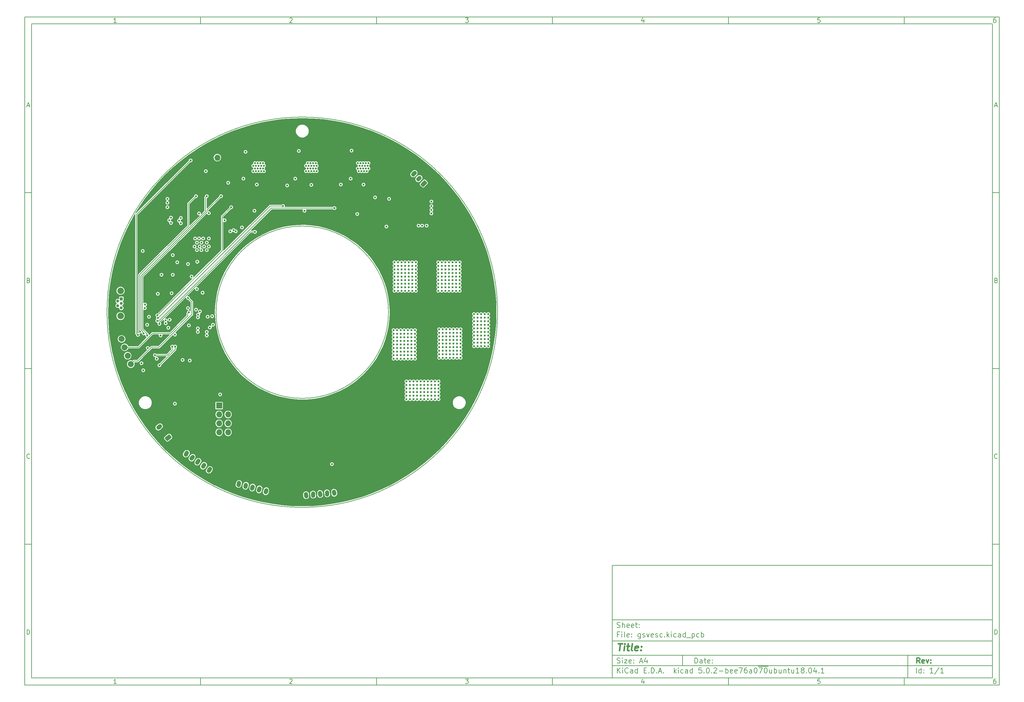
<source format=gbr>
G04 #@! TF.GenerationSoftware,KiCad,Pcbnew,5.0.2-bee76a0~70~ubuntu18.04.1*
G04 #@! TF.CreationDate,2019-01-04T10:38:40+01:00*
G04 #@! TF.ProjectId,gsvesc,67737665-7363-42e6-9b69-6361645f7063,rev?*
G04 #@! TF.SameCoordinates,Original*
G04 #@! TF.FileFunction,Copper,L2,Inr*
G04 #@! TF.FilePolarity,Positive*
%FSLAX45Y45*%
G04 Gerber Fmt 4.5, Leading zero omitted, Abs format (unit mm)*
G04 Created by KiCad (PCBNEW 5.0.2-bee76a0~70~ubuntu18.04.1) date Fr 04 Jan 2019 10:38:40 CET*
%MOMM*%
%LPD*%
G01*
G04 APERTURE LIST*
%ADD10C,0.100000*%
%ADD11C,0.150000*%
%ADD12C,0.300000*%
%ADD13C,0.400000*%
G04 #@! TA.AperFunction,NonConductor*
%ADD14C,0.200000*%
G04 #@! TD*
G04 #@! TA.AperFunction,ViaPad*
%ADD15C,1.200000*%
G04 #@! TD*
G04 #@! TA.AperFunction,Conductor*
%ADD16C,1.200000*%
G04 #@! TD*
G04 #@! TA.AperFunction,Conductor*
%ADD17C,0.100000*%
G04 #@! TD*
G04 #@! TA.AperFunction,ViaPad*
%ADD18C,1.700000*%
G04 #@! TD*
G04 #@! TA.AperFunction,Conductor*
%ADD19C,1.700000*%
G04 #@! TD*
G04 #@! TA.AperFunction,ViaPad*
%ADD20C,1.850000*%
G04 #@! TD*
G04 #@! TA.AperFunction,ViaPad*
%ADD21C,0.840000*%
G04 #@! TD*
G04 #@! TA.AperFunction,ViaPad*
%ADD22R,0.840000X0.840000*%
G04 #@! TD*
G04 #@! TA.AperFunction,ViaPad*
%ADD23O,1.700000X1.700000*%
G04 #@! TD*
G04 #@! TA.AperFunction,ViaPad*
%ADD24R,1.700000X1.700000*%
G04 #@! TD*
G04 #@! TA.AperFunction,ViaPad*
%ADD25C,0.600000*%
G04 #@! TD*
G04 #@! TA.AperFunction,Conductor*
%ADD26C,0.200000*%
G04 #@! TD*
G04 APERTURE END LIST*
D10*
D11*
X17700220Y-16600720D02*
X17700220Y-19800720D01*
X28500220Y-19800720D01*
X28500220Y-16600720D01*
X17700220Y-16600720D01*
D10*
D11*
X1000000Y-1000000D02*
X1000000Y-20000720D01*
X28700220Y-20000720D01*
X28700220Y-1000000D01*
X1000000Y-1000000D01*
D10*
D11*
X1200000Y-1200000D02*
X1200000Y-19800720D01*
X28500220Y-19800720D01*
X28500220Y-1200000D01*
X1200000Y-1200000D01*
D10*
D11*
X6000000Y-1200000D02*
X6000000Y-1000000D01*
D10*
D11*
X11000000Y-1200000D02*
X11000000Y-1000000D01*
D10*
D11*
X16000000Y-1200000D02*
X16000000Y-1000000D01*
D10*
D11*
X21000000Y-1200000D02*
X21000000Y-1000000D01*
D10*
D11*
X26000000Y-1200000D02*
X26000000Y-1000000D01*
D10*
D11*
X3606548Y-1158810D02*
X3532262Y-1158810D01*
X3569405Y-1158810D02*
X3569405Y-1028809D01*
X3557024Y-1047381D01*
X3544643Y-1059762D01*
X3532262Y-1065952D01*
D10*
D11*
X8532262Y-1041190D02*
X8538452Y-1035000D01*
X8550833Y-1028809D01*
X8581786Y-1028809D01*
X8594167Y-1035000D01*
X8600357Y-1041190D01*
X8606548Y-1053571D01*
X8606548Y-1065952D01*
X8600357Y-1084524D01*
X8526071Y-1158810D01*
X8606548Y-1158810D01*
D10*
D11*
X13526071Y-1028809D02*
X13606548Y-1028809D01*
X13563214Y-1078333D01*
X13581786Y-1078333D01*
X13594167Y-1084524D01*
X13600357Y-1090714D01*
X13606548Y-1103095D01*
X13606548Y-1134048D01*
X13600357Y-1146429D01*
X13594167Y-1152619D01*
X13581786Y-1158810D01*
X13544643Y-1158810D01*
X13532262Y-1152619D01*
X13526071Y-1146429D01*
D10*
D11*
X18594167Y-1072143D02*
X18594167Y-1158810D01*
X18563214Y-1022619D02*
X18532262Y-1115476D01*
X18612738Y-1115476D01*
D10*
D11*
X23600357Y-1028809D02*
X23538452Y-1028809D01*
X23532262Y-1090714D01*
X23538452Y-1084524D01*
X23550833Y-1078333D01*
X23581786Y-1078333D01*
X23594167Y-1084524D01*
X23600357Y-1090714D01*
X23606548Y-1103095D01*
X23606548Y-1134048D01*
X23600357Y-1146429D01*
X23594167Y-1152619D01*
X23581786Y-1158810D01*
X23550833Y-1158810D01*
X23538452Y-1152619D01*
X23532262Y-1146429D01*
D10*
D11*
X28594167Y-1028809D02*
X28569405Y-1028809D01*
X28557024Y-1035000D01*
X28550833Y-1041190D01*
X28538452Y-1059762D01*
X28532262Y-1084524D01*
X28532262Y-1134048D01*
X28538452Y-1146429D01*
X28544643Y-1152619D01*
X28557024Y-1158810D01*
X28581786Y-1158810D01*
X28594167Y-1152619D01*
X28600357Y-1146429D01*
X28606548Y-1134048D01*
X28606548Y-1103095D01*
X28600357Y-1090714D01*
X28594167Y-1084524D01*
X28581786Y-1078333D01*
X28557024Y-1078333D01*
X28544643Y-1084524D01*
X28538452Y-1090714D01*
X28532262Y-1103095D01*
D10*
D11*
X6000000Y-19800720D02*
X6000000Y-20000720D01*
D10*
D11*
X11000000Y-19800720D02*
X11000000Y-20000720D01*
D10*
D11*
X16000000Y-19800720D02*
X16000000Y-20000720D01*
D10*
D11*
X21000000Y-19800720D02*
X21000000Y-20000720D01*
D10*
D11*
X26000000Y-19800720D02*
X26000000Y-20000720D01*
D10*
D11*
X3606548Y-19959530D02*
X3532262Y-19959530D01*
X3569405Y-19959530D02*
X3569405Y-19829530D01*
X3557024Y-19848101D01*
X3544643Y-19860482D01*
X3532262Y-19866672D01*
D10*
D11*
X8532262Y-19841910D02*
X8538452Y-19835720D01*
X8550833Y-19829530D01*
X8581786Y-19829530D01*
X8594167Y-19835720D01*
X8600357Y-19841910D01*
X8606548Y-19854291D01*
X8606548Y-19866672D01*
X8600357Y-19885244D01*
X8526071Y-19959530D01*
X8606548Y-19959530D01*
D10*
D11*
X13526071Y-19829530D02*
X13606548Y-19829530D01*
X13563214Y-19879053D01*
X13581786Y-19879053D01*
X13594167Y-19885244D01*
X13600357Y-19891434D01*
X13606548Y-19903815D01*
X13606548Y-19934768D01*
X13600357Y-19947149D01*
X13594167Y-19953339D01*
X13581786Y-19959530D01*
X13544643Y-19959530D01*
X13532262Y-19953339D01*
X13526071Y-19947149D01*
D10*
D11*
X18594167Y-19872863D02*
X18594167Y-19959530D01*
X18563214Y-19823339D02*
X18532262Y-19916196D01*
X18612738Y-19916196D01*
D10*
D11*
X23600357Y-19829530D02*
X23538452Y-19829530D01*
X23532262Y-19891434D01*
X23538452Y-19885244D01*
X23550833Y-19879053D01*
X23581786Y-19879053D01*
X23594167Y-19885244D01*
X23600357Y-19891434D01*
X23606548Y-19903815D01*
X23606548Y-19934768D01*
X23600357Y-19947149D01*
X23594167Y-19953339D01*
X23581786Y-19959530D01*
X23550833Y-19959530D01*
X23538452Y-19953339D01*
X23532262Y-19947149D01*
D10*
D11*
X28594167Y-19829530D02*
X28569405Y-19829530D01*
X28557024Y-19835720D01*
X28550833Y-19841910D01*
X28538452Y-19860482D01*
X28532262Y-19885244D01*
X28532262Y-19934768D01*
X28538452Y-19947149D01*
X28544643Y-19953339D01*
X28557024Y-19959530D01*
X28581786Y-19959530D01*
X28594167Y-19953339D01*
X28600357Y-19947149D01*
X28606548Y-19934768D01*
X28606548Y-19903815D01*
X28600357Y-19891434D01*
X28594167Y-19885244D01*
X28581786Y-19879053D01*
X28557024Y-19879053D01*
X28544643Y-19885244D01*
X28538452Y-19891434D01*
X28532262Y-19903815D01*
D10*
D11*
X1000000Y-6000000D02*
X1200000Y-6000000D01*
D10*
D11*
X1000000Y-11000000D02*
X1200000Y-11000000D01*
D10*
D11*
X1000000Y-16000000D02*
X1200000Y-16000000D01*
D10*
D11*
X1069048Y-3521667D02*
X1130952Y-3521667D01*
X1056667Y-3558809D02*
X1100000Y-3428809D01*
X1143333Y-3558809D01*
D10*
D11*
X1109286Y-8490714D02*
X1127857Y-8496905D01*
X1134048Y-8503095D01*
X1140238Y-8515476D01*
X1140238Y-8534048D01*
X1134048Y-8546429D01*
X1127857Y-8552619D01*
X1115476Y-8558810D01*
X1065952Y-8558810D01*
X1065952Y-8428810D01*
X1109286Y-8428810D01*
X1121667Y-8435000D01*
X1127857Y-8441190D01*
X1134048Y-8453571D01*
X1134048Y-8465952D01*
X1127857Y-8478333D01*
X1121667Y-8484524D01*
X1109286Y-8490714D01*
X1065952Y-8490714D01*
D10*
D11*
X1140238Y-13546428D02*
X1134048Y-13552619D01*
X1115476Y-13558809D01*
X1103095Y-13558809D01*
X1084524Y-13552619D01*
X1072143Y-13540238D01*
X1065952Y-13527857D01*
X1059762Y-13503095D01*
X1059762Y-13484524D01*
X1065952Y-13459762D01*
X1072143Y-13447381D01*
X1084524Y-13435000D01*
X1103095Y-13428809D01*
X1115476Y-13428809D01*
X1134048Y-13435000D01*
X1140238Y-13441190D01*
D10*
D11*
X1065952Y-18558810D02*
X1065952Y-18428810D01*
X1096905Y-18428810D01*
X1115476Y-18435000D01*
X1127857Y-18447381D01*
X1134048Y-18459762D01*
X1140238Y-18484524D01*
X1140238Y-18503095D01*
X1134048Y-18527857D01*
X1127857Y-18540238D01*
X1115476Y-18552619D01*
X1096905Y-18558810D01*
X1065952Y-18558810D01*
D10*
D11*
X28700220Y-6000000D02*
X28500220Y-6000000D01*
D10*
D11*
X28700220Y-11000000D02*
X28500220Y-11000000D01*
D10*
D11*
X28700220Y-16000000D02*
X28500220Y-16000000D01*
D10*
D11*
X28569268Y-3521667D02*
X28631172Y-3521667D01*
X28556887Y-3558809D02*
X28600220Y-3428809D01*
X28643553Y-3558809D01*
D10*
D11*
X28609506Y-8490714D02*
X28628077Y-8496905D01*
X28634268Y-8503095D01*
X28640458Y-8515476D01*
X28640458Y-8534048D01*
X28634268Y-8546429D01*
X28628077Y-8552619D01*
X28615696Y-8558810D01*
X28566172Y-8558810D01*
X28566172Y-8428810D01*
X28609506Y-8428810D01*
X28621887Y-8435000D01*
X28628077Y-8441190D01*
X28634268Y-8453571D01*
X28634268Y-8465952D01*
X28628077Y-8478333D01*
X28621887Y-8484524D01*
X28609506Y-8490714D01*
X28566172Y-8490714D01*
D10*
D11*
X28640458Y-13546428D02*
X28634268Y-13552619D01*
X28615696Y-13558809D01*
X28603315Y-13558809D01*
X28584744Y-13552619D01*
X28572363Y-13540238D01*
X28566172Y-13527857D01*
X28559982Y-13503095D01*
X28559982Y-13484524D01*
X28566172Y-13459762D01*
X28572363Y-13447381D01*
X28584744Y-13435000D01*
X28603315Y-13428809D01*
X28615696Y-13428809D01*
X28634268Y-13435000D01*
X28640458Y-13441190D01*
D10*
D11*
X28566172Y-18558810D02*
X28566172Y-18428810D01*
X28597125Y-18428810D01*
X28615696Y-18435000D01*
X28628077Y-18447381D01*
X28634268Y-18459762D01*
X28640458Y-18484524D01*
X28640458Y-18503095D01*
X28634268Y-18527857D01*
X28628077Y-18540238D01*
X28615696Y-18552619D01*
X28597125Y-18558810D01*
X28566172Y-18558810D01*
D10*
D11*
X20043434Y-19378577D02*
X20043434Y-19228577D01*
X20079149Y-19228577D01*
X20100577Y-19235720D01*
X20114863Y-19250006D01*
X20122006Y-19264291D01*
X20129149Y-19292863D01*
X20129149Y-19314291D01*
X20122006Y-19342863D01*
X20114863Y-19357149D01*
X20100577Y-19371434D01*
X20079149Y-19378577D01*
X20043434Y-19378577D01*
X20257720Y-19378577D02*
X20257720Y-19300006D01*
X20250577Y-19285720D01*
X20236291Y-19278577D01*
X20207720Y-19278577D01*
X20193434Y-19285720D01*
X20257720Y-19371434D02*
X20243434Y-19378577D01*
X20207720Y-19378577D01*
X20193434Y-19371434D01*
X20186291Y-19357149D01*
X20186291Y-19342863D01*
X20193434Y-19328577D01*
X20207720Y-19321434D01*
X20243434Y-19321434D01*
X20257720Y-19314291D01*
X20307720Y-19278577D02*
X20364863Y-19278577D01*
X20329149Y-19228577D02*
X20329149Y-19357149D01*
X20336291Y-19371434D01*
X20350577Y-19378577D01*
X20364863Y-19378577D01*
X20472006Y-19371434D02*
X20457720Y-19378577D01*
X20429149Y-19378577D01*
X20414863Y-19371434D01*
X20407720Y-19357149D01*
X20407720Y-19300006D01*
X20414863Y-19285720D01*
X20429149Y-19278577D01*
X20457720Y-19278577D01*
X20472006Y-19285720D01*
X20479149Y-19300006D01*
X20479149Y-19314291D01*
X20407720Y-19328577D01*
X20543434Y-19364291D02*
X20550577Y-19371434D01*
X20543434Y-19378577D01*
X20536291Y-19371434D01*
X20543434Y-19364291D01*
X20543434Y-19378577D01*
X20543434Y-19285720D02*
X20550577Y-19292863D01*
X20543434Y-19300006D01*
X20536291Y-19292863D01*
X20543434Y-19285720D01*
X20543434Y-19300006D01*
D10*
D11*
X17700220Y-19450720D02*
X28500220Y-19450720D01*
D10*
D11*
X17843434Y-19658577D02*
X17843434Y-19508577D01*
X17929149Y-19658577D02*
X17864863Y-19572863D01*
X17929149Y-19508577D02*
X17843434Y-19594291D01*
X17993434Y-19658577D02*
X17993434Y-19558577D01*
X17993434Y-19508577D02*
X17986291Y-19515720D01*
X17993434Y-19522863D01*
X18000577Y-19515720D01*
X17993434Y-19508577D01*
X17993434Y-19522863D01*
X18150577Y-19644291D02*
X18143434Y-19651434D01*
X18122006Y-19658577D01*
X18107720Y-19658577D01*
X18086291Y-19651434D01*
X18072006Y-19637149D01*
X18064863Y-19622863D01*
X18057720Y-19594291D01*
X18057720Y-19572863D01*
X18064863Y-19544291D01*
X18072006Y-19530006D01*
X18086291Y-19515720D01*
X18107720Y-19508577D01*
X18122006Y-19508577D01*
X18143434Y-19515720D01*
X18150577Y-19522863D01*
X18279149Y-19658577D02*
X18279149Y-19580006D01*
X18272006Y-19565720D01*
X18257720Y-19558577D01*
X18229149Y-19558577D01*
X18214863Y-19565720D01*
X18279149Y-19651434D02*
X18264863Y-19658577D01*
X18229149Y-19658577D01*
X18214863Y-19651434D01*
X18207720Y-19637149D01*
X18207720Y-19622863D01*
X18214863Y-19608577D01*
X18229149Y-19601434D01*
X18264863Y-19601434D01*
X18279149Y-19594291D01*
X18414863Y-19658577D02*
X18414863Y-19508577D01*
X18414863Y-19651434D02*
X18400577Y-19658577D01*
X18372006Y-19658577D01*
X18357720Y-19651434D01*
X18350577Y-19644291D01*
X18343434Y-19630006D01*
X18343434Y-19587149D01*
X18350577Y-19572863D01*
X18357720Y-19565720D01*
X18372006Y-19558577D01*
X18400577Y-19558577D01*
X18414863Y-19565720D01*
X18600577Y-19580006D02*
X18650577Y-19580006D01*
X18672006Y-19658577D02*
X18600577Y-19658577D01*
X18600577Y-19508577D01*
X18672006Y-19508577D01*
X18736291Y-19644291D02*
X18743434Y-19651434D01*
X18736291Y-19658577D01*
X18729149Y-19651434D01*
X18736291Y-19644291D01*
X18736291Y-19658577D01*
X18807720Y-19658577D02*
X18807720Y-19508577D01*
X18843434Y-19508577D01*
X18864863Y-19515720D01*
X18879149Y-19530006D01*
X18886291Y-19544291D01*
X18893434Y-19572863D01*
X18893434Y-19594291D01*
X18886291Y-19622863D01*
X18879149Y-19637149D01*
X18864863Y-19651434D01*
X18843434Y-19658577D01*
X18807720Y-19658577D01*
X18957720Y-19644291D02*
X18964863Y-19651434D01*
X18957720Y-19658577D01*
X18950577Y-19651434D01*
X18957720Y-19644291D01*
X18957720Y-19658577D01*
X19022006Y-19615720D02*
X19093434Y-19615720D01*
X19007720Y-19658577D02*
X19057720Y-19508577D01*
X19107720Y-19658577D01*
X19157720Y-19644291D02*
X19164863Y-19651434D01*
X19157720Y-19658577D01*
X19150577Y-19651434D01*
X19157720Y-19644291D01*
X19157720Y-19658577D01*
X19457720Y-19658577D02*
X19457720Y-19508577D01*
X19472006Y-19601434D02*
X19514863Y-19658577D01*
X19514863Y-19558577D02*
X19457720Y-19615720D01*
X19579149Y-19658577D02*
X19579149Y-19558577D01*
X19579149Y-19508577D02*
X19572006Y-19515720D01*
X19579149Y-19522863D01*
X19586291Y-19515720D01*
X19579149Y-19508577D01*
X19579149Y-19522863D01*
X19714863Y-19651434D02*
X19700577Y-19658577D01*
X19672006Y-19658577D01*
X19657720Y-19651434D01*
X19650577Y-19644291D01*
X19643434Y-19630006D01*
X19643434Y-19587149D01*
X19650577Y-19572863D01*
X19657720Y-19565720D01*
X19672006Y-19558577D01*
X19700577Y-19558577D01*
X19714863Y-19565720D01*
X19843434Y-19658577D02*
X19843434Y-19580006D01*
X19836291Y-19565720D01*
X19822006Y-19558577D01*
X19793434Y-19558577D01*
X19779149Y-19565720D01*
X19843434Y-19651434D02*
X19829149Y-19658577D01*
X19793434Y-19658577D01*
X19779149Y-19651434D01*
X19772006Y-19637149D01*
X19772006Y-19622863D01*
X19779149Y-19608577D01*
X19793434Y-19601434D01*
X19829149Y-19601434D01*
X19843434Y-19594291D01*
X19979149Y-19658577D02*
X19979149Y-19508577D01*
X19979149Y-19651434D02*
X19964863Y-19658577D01*
X19936291Y-19658577D01*
X19922006Y-19651434D01*
X19914863Y-19644291D01*
X19907720Y-19630006D01*
X19907720Y-19587149D01*
X19914863Y-19572863D01*
X19922006Y-19565720D01*
X19936291Y-19558577D01*
X19964863Y-19558577D01*
X19979149Y-19565720D01*
X20236291Y-19508577D02*
X20164863Y-19508577D01*
X20157720Y-19580006D01*
X20164863Y-19572863D01*
X20179149Y-19565720D01*
X20214863Y-19565720D01*
X20229149Y-19572863D01*
X20236291Y-19580006D01*
X20243434Y-19594291D01*
X20243434Y-19630006D01*
X20236291Y-19644291D01*
X20229149Y-19651434D01*
X20214863Y-19658577D01*
X20179149Y-19658577D01*
X20164863Y-19651434D01*
X20157720Y-19644291D01*
X20307720Y-19644291D02*
X20314863Y-19651434D01*
X20307720Y-19658577D01*
X20300577Y-19651434D01*
X20307720Y-19644291D01*
X20307720Y-19658577D01*
X20407720Y-19508577D02*
X20422006Y-19508577D01*
X20436291Y-19515720D01*
X20443434Y-19522863D01*
X20450577Y-19537149D01*
X20457720Y-19565720D01*
X20457720Y-19601434D01*
X20450577Y-19630006D01*
X20443434Y-19644291D01*
X20436291Y-19651434D01*
X20422006Y-19658577D01*
X20407720Y-19658577D01*
X20393434Y-19651434D01*
X20386291Y-19644291D01*
X20379149Y-19630006D01*
X20372006Y-19601434D01*
X20372006Y-19565720D01*
X20379149Y-19537149D01*
X20386291Y-19522863D01*
X20393434Y-19515720D01*
X20407720Y-19508577D01*
X20522006Y-19644291D02*
X20529149Y-19651434D01*
X20522006Y-19658577D01*
X20514863Y-19651434D01*
X20522006Y-19644291D01*
X20522006Y-19658577D01*
X20586291Y-19522863D02*
X20593434Y-19515720D01*
X20607720Y-19508577D01*
X20643434Y-19508577D01*
X20657720Y-19515720D01*
X20664863Y-19522863D01*
X20672006Y-19537149D01*
X20672006Y-19551434D01*
X20664863Y-19572863D01*
X20579149Y-19658577D01*
X20672006Y-19658577D01*
X20736291Y-19601434D02*
X20850577Y-19601434D01*
X20922006Y-19658577D02*
X20922006Y-19508577D01*
X20922006Y-19565720D02*
X20936291Y-19558577D01*
X20964863Y-19558577D01*
X20979149Y-19565720D01*
X20986291Y-19572863D01*
X20993434Y-19587149D01*
X20993434Y-19630006D01*
X20986291Y-19644291D01*
X20979149Y-19651434D01*
X20964863Y-19658577D01*
X20936291Y-19658577D01*
X20922006Y-19651434D01*
X21114863Y-19651434D02*
X21100577Y-19658577D01*
X21072006Y-19658577D01*
X21057720Y-19651434D01*
X21050577Y-19637149D01*
X21050577Y-19580006D01*
X21057720Y-19565720D01*
X21072006Y-19558577D01*
X21100577Y-19558577D01*
X21114863Y-19565720D01*
X21122006Y-19580006D01*
X21122006Y-19594291D01*
X21050577Y-19608577D01*
X21243434Y-19651434D02*
X21229149Y-19658577D01*
X21200577Y-19658577D01*
X21186291Y-19651434D01*
X21179149Y-19637149D01*
X21179149Y-19580006D01*
X21186291Y-19565720D01*
X21200577Y-19558577D01*
X21229149Y-19558577D01*
X21243434Y-19565720D01*
X21250577Y-19580006D01*
X21250577Y-19594291D01*
X21179149Y-19608577D01*
X21300577Y-19508577D02*
X21400577Y-19508577D01*
X21336291Y-19658577D01*
X21522006Y-19508577D02*
X21493434Y-19508577D01*
X21479149Y-19515720D01*
X21472006Y-19522863D01*
X21457720Y-19544291D01*
X21450577Y-19572863D01*
X21450577Y-19630006D01*
X21457720Y-19644291D01*
X21464863Y-19651434D01*
X21479149Y-19658577D01*
X21507720Y-19658577D01*
X21522006Y-19651434D01*
X21529149Y-19644291D01*
X21536291Y-19630006D01*
X21536291Y-19594291D01*
X21529149Y-19580006D01*
X21522006Y-19572863D01*
X21507720Y-19565720D01*
X21479149Y-19565720D01*
X21464863Y-19572863D01*
X21457720Y-19580006D01*
X21450577Y-19594291D01*
X21664863Y-19658577D02*
X21664863Y-19580006D01*
X21657720Y-19565720D01*
X21643434Y-19558577D01*
X21614863Y-19558577D01*
X21600577Y-19565720D01*
X21664863Y-19651434D02*
X21650577Y-19658577D01*
X21614863Y-19658577D01*
X21600577Y-19651434D01*
X21593434Y-19637149D01*
X21593434Y-19622863D01*
X21600577Y-19608577D01*
X21614863Y-19601434D01*
X21650577Y-19601434D01*
X21664863Y-19594291D01*
X21764863Y-19508577D02*
X21779149Y-19508577D01*
X21793434Y-19515720D01*
X21800577Y-19522863D01*
X21807720Y-19537149D01*
X21814863Y-19565720D01*
X21814863Y-19601434D01*
X21807720Y-19630006D01*
X21800577Y-19644291D01*
X21793434Y-19651434D01*
X21779149Y-19658577D01*
X21764863Y-19658577D01*
X21750577Y-19651434D01*
X21743434Y-19644291D01*
X21736291Y-19630006D01*
X21729149Y-19601434D01*
X21729149Y-19565720D01*
X21736291Y-19537149D01*
X21743434Y-19522863D01*
X21750577Y-19515720D01*
X21764863Y-19508577D01*
X21843434Y-19467720D02*
X21986291Y-19467720D01*
X21864863Y-19508577D02*
X21964863Y-19508577D01*
X21900577Y-19658577D01*
X21986291Y-19467720D02*
X22129149Y-19467720D01*
X22050577Y-19508577D02*
X22064863Y-19508577D01*
X22079149Y-19515720D01*
X22086291Y-19522863D01*
X22093434Y-19537149D01*
X22100577Y-19565720D01*
X22100577Y-19601434D01*
X22093434Y-19630006D01*
X22086291Y-19644291D01*
X22079149Y-19651434D01*
X22064863Y-19658577D01*
X22050577Y-19658577D01*
X22036291Y-19651434D01*
X22029149Y-19644291D01*
X22022006Y-19630006D01*
X22014863Y-19601434D01*
X22014863Y-19565720D01*
X22022006Y-19537149D01*
X22029149Y-19522863D01*
X22036291Y-19515720D01*
X22050577Y-19508577D01*
X22229149Y-19558577D02*
X22229149Y-19658577D01*
X22164863Y-19558577D02*
X22164863Y-19637149D01*
X22172006Y-19651434D01*
X22186291Y-19658577D01*
X22207720Y-19658577D01*
X22222006Y-19651434D01*
X22229149Y-19644291D01*
X22300577Y-19658577D02*
X22300577Y-19508577D01*
X22300577Y-19565720D02*
X22314863Y-19558577D01*
X22343434Y-19558577D01*
X22357720Y-19565720D01*
X22364863Y-19572863D01*
X22372006Y-19587149D01*
X22372006Y-19630006D01*
X22364863Y-19644291D01*
X22357720Y-19651434D01*
X22343434Y-19658577D01*
X22314863Y-19658577D01*
X22300577Y-19651434D01*
X22500577Y-19558577D02*
X22500577Y-19658577D01*
X22436291Y-19558577D02*
X22436291Y-19637149D01*
X22443434Y-19651434D01*
X22457720Y-19658577D01*
X22479148Y-19658577D01*
X22493434Y-19651434D01*
X22500577Y-19644291D01*
X22572006Y-19558577D02*
X22572006Y-19658577D01*
X22572006Y-19572863D02*
X22579148Y-19565720D01*
X22593434Y-19558577D01*
X22614863Y-19558577D01*
X22629148Y-19565720D01*
X22636291Y-19580006D01*
X22636291Y-19658577D01*
X22686291Y-19558577D02*
X22743434Y-19558577D01*
X22707720Y-19508577D02*
X22707720Y-19637149D01*
X22714863Y-19651434D01*
X22729148Y-19658577D01*
X22743434Y-19658577D01*
X22857720Y-19558577D02*
X22857720Y-19658577D01*
X22793434Y-19558577D02*
X22793434Y-19637149D01*
X22800577Y-19651434D01*
X22814863Y-19658577D01*
X22836291Y-19658577D01*
X22850577Y-19651434D01*
X22857720Y-19644291D01*
X23007720Y-19658577D02*
X22922006Y-19658577D01*
X22964863Y-19658577D02*
X22964863Y-19508577D01*
X22950577Y-19530006D01*
X22936291Y-19544291D01*
X22922006Y-19551434D01*
X23093434Y-19572863D02*
X23079148Y-19565720D01*
X23072006Y-19558577D01*
X23064863Y-19544291D01*
X23064863Y-19537149D01*
X23072006Y-19522863D01*
X23079148Y-19515720D01*
X23093434Y-19508577D01*
X23122006Y-19508577D01*
X23136291Y-19515720D01*
X23143434Y-19522863D01*
X23150577Y-19537149D01*
X23150577Y-19544291D01*
X23143434Y-19558577D01*
X23136291Y-19565720D01*
X23122006Y-19572863D01*
X23093434Y-19572863D01*
X23079148Y-19580006D01*
X23072006Y-19587149D01*
X23064863Y-19601434D01*
X23064863Y-19630006D01*
X23072006Y-19644291D01*
X23079148Y-19651434D01*
X23093434Y-19658577D01*
X23122006Y-19658577D01*
X23136291Y-19651434D01*
X23143434Y-19644291D01*
X23150577Y-19630006D01*
X23150577Y-19601434D01*
X23143434Y-19587149D01*
X23136291Y-19580006D01*
X23122006Y-19572863D01*
X23214863Y-19644291D02*
X23222006Y-19651434D01*
X23214863Y-19658577D01*
X23207720Y-19651434D01*
X23214863Y-19644291D01*
X23214863Y-19658577D01*
X23314863Y-19508577D02*
X23329148Y-19508577D01*
X23343434Y-19515720D01*
X23350577Y-19522863D01*
X23357720Y-19537149D01*
X23364863Y-19565720D01*
X23364863Y-19601434D01*
X23357720Y-19630006D01*
X23350577Y-19644291D01*
X23343434Y-19651434D01*
X23329148Y-19658577D01*
X23314863Y-19658577D01*
X23300577Y-19651434D01*
X23293434Y-19644291D01*
X23286291Y-19630006D01*
X23279148Y-19601434D01*
X23279148Y-19565720D01*
X23286291Y-19537149D01*
X23293434Y-19522863D01*
X23300577Y-19515720D01*
X23314863Y-19508577D01*
X23493434Y-19558577D02*
X23493434Y-19658577D01*
X23457720Y-19501434D02*
X23422006Y-19608577D01*
X23514863Y-19608577D01*
X23572006Y-19644291D02*
X23579148Y-19651434D01*
X23572006Y-19658577D01*
X23564863Y-19651434D01*
X23572006Y-19644291D01*
X23572006Y-19658577D01*
X23722006Y-19658577D02*
X23636291Y-19658577D01*
X23679148Y-19658577D02*
X23679148Y-19508577D01*
X23664863Y-19530006D01*
X23650577Y-19544291D01*
X23636291Y-19551434D01*
D10*
D11*
X17700220Y-19150720D02*
X28500220Y-19150720D01*
D10*
D12*
X26441148Y-19378577D02*
X26391148Y-19307149D01*
X26355434Y-19378577D02*
X26355434Y-19228577D01*
X26412577Y-19228577D01*
X26426863Y-19235720D01*
X26434006Y-19242863D01*
X26441148Y-19257149D01*
X26441148Y-19278577D01*
X26434006Y-19292863D01*
X26426863Y-19300006D01*
X26412577Y-19307149D01*
X26355434Y-19307149D01*
X26562577Y-19371434D02*
X26548291Y-19378577D01*
X26519720Y-19378577D01*
X26505434Y-19371434D01*
X26498291Y-19357149D01*
X26498291Y-19300006D01*
X26505434Y-19285720D01*
X26519720Y-19278577D01*
X26548291Y-19278577D01*
X26562577Y-19285720D01*
X26569720Y-19300006D01*
X26569720Y-19314291D01*
X26498291Y-19328577D01*
X26619720Y-19278577D02*
X26655434Y-19378577D01*
X26691148Y-19278577D01*
X26748291Y-19364291D02*
X26755434Y-19371434D01*
X26748291Y-19378577D01*
X26741148Y-19371434D01*
X26748291Y-19364291D01*
X26748291Y-19378577D01*
X26748291Y-19285720D02*
X26755434Y-19292863D01*
X26748291Y-19300006D01*
X26741148Y-19292863D01*
X26748291Y-19285720D01*
X26748291Y-19300006D01*
D10*
D11*
X17836291Y-19371434D02*
X17857720Y-19378577D01*
X17893434Y-19378577D01*
X17907720Y-19371434D01*
X17914863Y-19364291D01*
X17922006Y-19350006D01*
X17922006Y-19335720D01*
X17914863Y-19321434D01*
X17907720Y-19314291D01*
X17893434Y-19307149D01*
X17864863Y-19300006D01*
X17850577Y-19292863D01*
X17843434Y-19285720D01*
X17836291Y-19271434D01*
X17836291Y-19257149D01*
X17843434Y-19242863D01*
X17850577Y-19235720D01*
X17864863Y-19228577D01*
X17900577Y-19228577D01*
X17922006Y-19235720D01*
X17986291Y-19378577D02*
X17986291Y-19278577D01*
X17986291Y-19228577D02*
X17979149Y-19235720D01*
X17986291Y-19242863D01*
X17993434Y-19235720D01*
X17986291Y-19228577D01*
X17986291Y-19242863D01*
X18043434Y-19278577D02*
X18122006Y-19278577D01*
X18043434Y-19378577D01*
X18122006Y-19378577D01*
X18236291Y-19371434D02*
X18222006Y-19378577D01*
X18193434Y-19378577D01*
X18179149Y-19371434D01*
X18172006Y-19357149D01*
X18172006Y-19300006D01*
X18179149Y-19285720D01*
X18193434Y-19278577D01*
X18222006Y-19278577D01*
X18236291Y-19285720D01*
X18243434Y-19300006D01*
X18243434Y-19314291D01*
X18172006Y-19328577D01*
X18307720Y-19364291D02*
X18314863Y-19371434D01*
X18307720Y-19378577D01*
X18300577Y-19371434D01*
X18307720Y-19364291D01*
X18307720Y-19378577D01*
X18307720Y-19285720D02*
X18314863Y-19292863D01*
X18307720Y-19300006D01*
X18300577Y-19292863D01*
X18307720Y-19285720D01*
X18307720Y-19300006D01*
X18486291Y-19335720D02*
X18557720Y-19335720D01*
X18472006Y-19378577D02*
X18522006Y-19228577D01*
X18572006Y-19378577D01*
X18686291Y-19278577D02*
X18686291Y-19378577D01*
X18650577Y-19221434D02*
X18614863Y-19328577D01*
X18707720Y-19328577D01*
D10*
D11*
X26343434Y-19658577D02*
X26343434Y-19508577D01*
X26479148Y-19658577D02*
X26479148Y-19508577D01*
X26479148Y-19651434D02*
X26464863Y-19658577D01*
X26436291Y-19658577D01*
X26422006Y-19651434D01*
X26414863Y-19644291D01*
X26407720Y-19630006D01*
X26407720Y-19587149D01*
X26414863Y-19572863D01*
X26422006Y-19565720D01*
X26436291Y-19558577D01*
X26464863Y-19558577D01*
X26479148Y-19565720D01*
X26550577Y-19644291D02*
X26557720Y-19651434D01*
X26550577Y-19658577D01*
X26543434Y-19651434D01*
X26550577Y-19644291D01*
X26550577Y-19658577D01*
X26550577Y-19565720D02*
X26557720Y-19572863D01*
X26550577Y-19580006D01*
X26543434Y-19572863D01*
X26550577Y-19565720D01*
X26550577Y-19580006D01*
X26814863Y-19658577D02*
X26729148Y-19658577D01*
X26772006Y-19658577D02*
X26772006Y-19508577D01*
X26757720Y-19530006D01*
X26743434Y-19544291D01*
X26729148Y-19551434D01*
X26986291Y-19501434D02*
X26857720Y-19694291D01*
X27114863Y-19658577D02*
X27029148Y-19658577D01*
X27072006Y-19658577D02*
X27072006Y-19508577D01*
X27057720Y-19530006D01*
X27043434Y-19544291D01*
X27029148Y-19551434D01*
D10*
D11*
X17700220Y-18750720D02*
X28500220Y-18750720D01*
D10*
D13*
X17871458Y-18821196D02*
X17985744Y-18821196D01*
X17903601Y-19021196D02*
X17928601Y-18821196D01*
X18027410Y-19021196D02*
X18044077Y-18887863D01*
X18052410Y-18821196D02*
X18041696Y-18830720D01*
X18050030Y-18840244D01*
X18060744Y-18830720D01*
X18052410Y-18821196D01*
X18050030Y-18840244D01*
X18110744Y-18887863D02*
X18186934Y-18887863D01*
X18147649Y-18821196D02*
X18126220Y-18992625D01*
X18133363Y-19011672D01*
X18151220Y-19021196D01*
X18170268Y-19021196D01*
X18265506Y-19021196D02*
X18247649Y-19011672D01*
X18240506Y-18992625D01*
X18261934Y-18821196D01*
X18419077Y-19011672D02*
X18398839Y-19021196D01*
X18360744Y-19021196D01*
X18342887Y-19011672D01*
X18335744Y-18992625D01*
X18345268Y-18916434D01*
X18357172Y-18897387D01*
X18377410Y-18887863D01*
X18415506Y-18887863D01*
X18433363Y-18897387D01*
X18440506Y-18916434D01*
X18438125Y-18935482D01*
X18340506Y-18954530D01*
X18515506Y-19002149D02*
X18523839Y-19011672D01*
X18513125Y-19021196D01*
X18504791Y-19011672D01*
X18515506Y-19002149D01*
X18513125Y-19021196D01*
X18528601Y-18897387D02*
X18536934Y-18906910D01*
X18526220Y-18916434D01*
X18517887Y-18906910D01*
X18528601Y-18897387D01*
X18526220Y-18916434D01*
D10*
D11*
X17893434Y-18560006D02*
X17843434Y-18560006D01*
X17843434Y-18638577D02*
X17843434Y-18488577D01*
X17914863Y-18488577D01*
X17972006Y-18638577D02*
X17972006Y-18538577D01*
X17972006Y-18488577D02*
X17964863Y-18495720D01*
X17972006Y-18502863D01*
X17979149Y-18495720D01*
X17972006Y-18488577D01*
X17972006Y-18502863D01*
X18064863Y-18638577D02*
X18050577Y-18631434D01*
X18043434Y-18617149D01*
X18043434Y-18488577D01*
X18179149Y-18631434D02*
X18164863Y-18638577D01*
X18136291Y-18638577D01*
X18122006Y-18631434D01*
X18114863Y-18617149D01*
X18114863Y-18560006D01*
X18122006Y-18545720D01*
X18136291Y-18538577D01*
X18164863Y-18538577D01*
X18179149Y-18545720D01*
X18186291Y-18560006D01*
X18186291Y-18574291D01*
X18114863Y-18588577D01*
X18250577Y-18624291D02*
X18257720Y-18631434D01*
X18250577Y-18638577D01*
X18243434Y-18631434D01*
X18250577Y-18624291D01*
X18250577Y-18638577D01*
X18250577Y-18545720D02*
X18257720Y-18552863D01*
X18250577Y-18560006D01*
X18243434Y-18552863D01*
X18250577Y-18545720D01*
X18250577Y-18560006D01*
X18500577Y-18538577D02*
X18500577Y-18660006D01*
X18493434Y-18674291D01*
X18486291Y-18681434D01*
X18472006Y-18688577D01*
X18450577Y-18688577D01*
X18436291Y-18681434D01*
X18500577Y-18631434D02*
X18486291Y-18638577D01*
X18457720Y-18638577D01*
X18443434Y-18631434D01*
X18436291Y-18624291D01*
X18429149Y-18610006D01*
X18429149Y-18567149D01*
X18436291Y-18552863D01*
X18443434Y-18545720D01*
X18457720Y-18538577D01*
X18486291Y-18538577D01*
X18500577Y-18545720D01*
X18564863Y-18631434D02*
X18579149Y-18638577D01*
X18607720Y-18638577D01*
X18622006Y-18631434D01*
X18629149Y-18617149D01*
X18629149Y-18610006D01*
X18622006Y-18595720D01*
X18607720Y-18588577D01*
X18586291Y-18588577D01*
X18572006Y-18581434D01*
X18564863Y-18567149D01*
X18564863Y-18560006D01*
X18572006Y-18545720D01*
X18586291Y-18538577D01*
X18607720Y-18538577D01*
X18622006Y-18545720D01*
X18679149Y-18538577D02*
X18714863Y-18638577D01*
X18750577Y-18538577D01*
X18864863Y-18631434D02*
X18850577Y-18638577D01*
X18822006Y-18638577D01*
X18807720Y-18631434D01*
X18800577Y-18617149D01*
X18800577Y-18560006D01*
X18807720Y-18545720D01*
X18822006Y-18538577D01*
X18850577Y-18538577D01*
X18864863Y-18545720D01*
X18872006Y-18560006D01*
X18872006Y-18574291D01*
X18800577Y-18588577D01*
X18929149Y-18631434D02*
X18943434Y-18638577D01*
X18972006Y-18638577D01*
X18986291Y-18631434D01*
X18993434Y-18617149D01*
X18993434Y-18610006D01*
X18986291Y-18595720D01*
X18972006Y-18588577D01*
X18950577Y-18588577D01*
X18936291Y-18581434D01*
X18929149Y-18567149D01*
X18929149Y-18560006D01*
X18936291Y-18545720D01*
X18950577Y-18538577D01*
X18972006Y-18538577D01*
X18986291Y-18545720D01*
X19122006Y-18631434D02*
X19107720Y-18638577D01*
X19079149Y-18638577D01*
X19064863Y-18631434D01*
X19057720Y-18624291D01*
X19050577Y-18610006D01*
X19050577Y-18567149D01*
X19057720Y-18552863D01*
X19064863Y-18545720D01*
X19079149Y-18538577D01*
X19107720Y-18538577D01*
X19122006Y-18545720D01*
X19186291Y-18624291D02*
X19193434Y-18631434D01*
X19186291Y-18638577D01*
X19179149Y-18631434D01*
X19186291Y-18624291D01*
X19186291Y-18638577D01*
X19257720Y-18638577D02*
X19257720Y-18488577D01*
X19272006Y-18581434D02*
X19314863Y-18638577D01*
X19314863Y-18538577D02*
X19257720Y-18595720D01*
X19379149Y-18638577D02*
X19379149Y-18538577D01*
X19379149Y-18488577D02*
X19372006Y-18495720D01*
X19379149Y-18502863D01*
X19386291Y-18495720D01*
X19379149Y-18488577D01*
X19379149Y-18502863D01*
X19514863Y-18631434D02*
X19500577Y-18638577D01*
X19472006Y-18638577D01*
X19457720Y-18631434D01*
X19450577Y-18624291D01*
X19443434Y-18610006D01*
X19443434Y-18567149D01*
X19450577Y-18552863D01*
X19457720Y-18545720D01*
X19472006Y-18538577D01*
X19500577Y-18538577D01*
X19514863Y-18545720D01*
X19643434Y-18638577D02*
X19643434Y-18560006D01*
X19636291Y-18545720D01*
X19622006Y-18538577D01*
X19593434Y-18538577D01*
X19579149Y-18545720D01*
X19643434Y-18631434D02*
X19629149Y-18638577D01*
X19593434Y-18638577D01*
X19579149Y-18631434D01*
X19572006Y-18617149D01*
X19572006Y-18602863D01*
X19579149Y-18588577D01*
X19593434Y-18581434D01*
X19629149Y-18581434D01*
X19643434Y-18574291D01*
X19779149Y-18638577D02*
X19779149Y-18488577D01*
X19779149Y-18631434D02*
X19764863Y-18638577D01*
X19736291Y-18638577D01*
X19722006Y-18631434D01*
X19714863Y-18624291D01*
X19707720Y-18610006D01*
X19707720Y-18567149D01*
X19714863Y-18552863D01*
X19722006Y-18545720D01*
X19736291Y-18538577D01*
X19764863Y-18538577D01*
X19779149Y-18545720D01*
X19814863Y-18652863D02*
X19929149Y-18652863D01*
X19964863Y-18538577D02*
X19964863Y-18688577D01*
X19964863Y-18545720D02*
X19979149Y-18538577D01*
X20007720Y-18538577D01*
X20022006Y-18545720D01*
X20029149Y-18552863D01*
X20036291Y-18567149D01*
X20036291Y-18610006D01*
X20029149Y-18624291D01*
X20022006Y-18631434D01*
X20007720Y-18638577D01*
X19979149Y-18638577D01*
X19964863Y-18631434D01*
X20164863Y-18631434D02*
X20150577Y-18638577D01*
X20122006Y-18638577D01*
X20107720Y-18631434D01*
X20100577Y-18624291D01*
X20093434Y-18610006D01*
X20093434Y-18567149D01*
X20100577Y-18552863D01*
X20107720Y-18545720D01*
X20122006Y-18538577D01*
X20150577Y-18538577D01*
X20164863Y-18545720D01*
X20229149Y-18638577D02*
X20229149Y-18488577D01*
X20229149Y-18545720D02*
X20243434Y-18538577D01*
X20272006Y-18538577D01*
X20286291Y-18545720D01*
X20293434Y-18552863D01*
X20300577Y-18567149D01*
X20300577Y-18610006D01*
X20293434Y-18624291D01*
X20286291Y-18631434D01*
X20272006Y-18638577D01*
X20243434Y-18638577D01*
X20229149Y-18631434D01*
D10*
D11*
X17700220Y-18150720D02*
X28500220Y-18150720D01*
D10*
D11*
X17836291Y-18361434D02*
X17857720Y-18368577D01*
X17893434Y-18368577D01*
X17907720Y-18361434D01*
X17914863Y-18354291D01*
X17922006Y-18340006D01*
X17922006Y-18325720D01*
X17914863Y-18311434D01*
X17907720Y-18304291D01*
X17893434Y-18297149D01*
X17864863Y-18290006D01*
X17850577Y-18282863D01*
X17843434Y-18275720D01*
X17836291Y-18261434D01*
X17836291Y-18247149D01*
X17843434Y-18232863D01*
X17850577Y-18225720D01*
X17864863Y-18218577D01*
X17900577Y-18218577D01*
X17922006Y-18225720D01*
X17986291Y-18368577D02*
X17986291Y-18218577D01*
X18050577Y-18368577D02*
X18050577Y-18290006D01*
X18043434Y-18275720D01*
X18029149Y-18268577D01*
X18007720Y-18268577D01*
X17993434Y-18275720D01*
X17986291Y-18282863D01*
X18179149Y-18361434D02*
X18164863Y-18368577D01*
X18136291Y-18368577D01*
X18122006Y-18361434D01*
X18114863Y-18347149D01*
X18114863Y-18290006D01*
X18122006Y-18275720D01*
X18136291Y-18268577D01*
X18164863Y-18268577D01*
X18179149Y-18275720D01*
X18186291Y-18290006D01*
X18186291Y-18304291D01*
X18114863Y-18318577D01*
X18307720Y-18361434D02*
X18293434Y-18368577D01*
X18264863Y-18368577D01*
X18250577Y-18361434D01*
X18243434Y-18347149D01*
X18243434Y-18290006D01*
X18250577Y-18275720D01*
X18264863Y-18268577D01*
X18293434Y-18268577D01*
X18307720Y-18275720D01*
X18314863Y-18290006D01*
X18314863Y-18304291D01*
X18243434Y-18318577D01*
X18357720Y-18268577D02*
X18414863Y-18268577D01*
X18379149Y-18218577D02*
X18379149Y-18347149D01*
X18386291Y-18361434D01*
X18400577Y-18368577D01*
X18414863Y-18368577D01*
X18464863Y-18354291D02*
X18472006Y-18361434D01*
X18464863Y-18368577D01*
X18457720Y-18361434D01*
X18464863Y-18354291D01*
X18464863Y-18368577D01*
X18464863Y-18275720D02*
X18472006Y-18282863D01*
X18464863Y-18290006D01*
X18457720Y-18282863D01*
X18464863Y-18275720D01*
X18464863Y-18290006D01*
D10*
D11*
X19700220Y-19150720D02*
X19700220Y-19450720D01*
D10*
D11*
X26100220Y-19150720D02*
X26100220Y-19800720D01*
D14*
X11340000Y-9398000D02*
G75*
G03X11340000Y-9398000I-2450000J0D01*
G01*
X14440000Y-9398000D02*
G75*
G03X14440000Y-9398000I-5550000J0D01*
G01*
D15*
G04 #@! TO.N,GND*
G04 #@! TO.C,HALL/ENC*
X8998705Y-14603256D03*
D16*
X9001102Y-14630651D02*
X8996309Y-14575860D01*
D15*
G04 #@! TO.N,/MCU/HALL_1*
X9197944Y-14585825D03*
D16*
X9200341Y-14613220D02*
X9195547Y-14558429D01*
D15*
G04 #@! TO.N,/MCU/HALL_2*
X9397183Y-14568393D03*
D16*
X9399580Y-14595789D02*
X9394786Y-14540998D01*
D15*
G04 #@! TO.N,/MCU/HALL_3*
X9596422Y-14550962D03*
D16*
X9598819Y-14578358D02*
X9594025Y-14523567D01*
D15*
G04 #@! TO.N,/MCU/TEMP_MOTOR*
X9795661Y-14533531D03*
D16*
X9798058Y-14560926D02*
X9793264Y-14506136D01*
D17*
G04 #@! TO.N,VCC*
G36*
X10027041Y-14425936D02*
X10029464Y-14426322D01*
X10031837Y-14426944D01*
X10034138Y-14427796D01*
X10036344Y-14428869D01*
X10038435Y-14430153D01*
X10040389Y-14431636D01*
X10042189Y-14433304D01*
X10043817Y-14435139D01*
X10045257Y-14437126D01*
X10046495Y-14439244D01*
X10047520Y-14441473D01*
X10048321Y-14443792D01*
X10048891Y-14446178D01*
X10049225Y-14448608D01*
X10060119Y-14573133D01*
X10060213Y-14575584D01*
X10060066Y-14578033D01*
X10059679Y-14580456D01*
X10059057Y-14582829D01*
X10058205Y-14585130D01*
X10057132Y-14587336D01*
X10055848Y-14589427D01*
X10054365Y-14591381D01*
X10052698Y-14593181D01*
X10050862Y-14594809D01*
X10048876Y-14596249D01*
X10046758Y-14597487D01*
X10044529Y-14598512D01*
X10042210Y-14599313D01*
X10039824Y-14599883D01*
X10037393Y-14600217D01*
X9967659Y-14606317D01*
X9965208Y-14606411D01*
X9962759Y-14606264D01*
X9960336Y-14605878D01*
X9957963Y-14605255D01*
X9955662Y-14604404D01*
X9953456Y-14603331D01*
X9951365Y-14602047D01*
X9949411Y-14600564D01*
X9947611Y-14598896D01*
X9945983Y-14597061D01*
X9944543Y-14595074D01*
X9943305Y-14592956D01*
X9942280Y-14590727D01*
X9941479Y-14588408D01*
X9940909Y-14586022D01*
X9940576Y-14583592D01*
X9929681Y-14459067D01*
X9929587Y-14456615D01*
X9929735Y-14454166D01*
X9930121Y-14451744D01*
X9930743Y-14449371D01*
X9931595Y-14447070D01*
X9932668Y-14444863D01*
X9933952Y-14442773D01*
X9935435Y-14440819D01*
X9937102Y-14439019D01*
X9938938Y-14437391D01*
X9940924Y-14435951D01*
X9943042Y-14434713D01*
X9945271Y-14433688D01*
X9947590Y-14432887D01*
X9949976Y-14432317D01*
X9952407Y-14431983D01*
X10022141Y-14425882D01*
X10024592Y-14425789D01*
X10027041Y-14425936D01*
X10027041Y-14425936D01*
G37*
D15*
X9994900Y-14516100D03*
G04 #@! TD*
G04 #@! TO.N,/MCU/TX_SCL_MOSI*
G04 #@! TO.C,COM*
X5594348Y-13421824D03*
D16*
X5578575Y-13444350D02*
X5610121Y-13399297D01*
D15*
G04 #@! TO.N,/MCU/MISO_ADC_EXT2*
X5758178Y-13536539D03*
D16*
X5742405Y-13559066D02*
X5773952Y-13514012D01*
D15*
G04 #@! TO.N,/MCU/SCK_ADC_EXT*
X5922009Y-13651254D03*
D16*
X5906235Y-13673781D02*
X5937782Y-13628727D01*
D15*
G04 #@! TO.N,/MCU/RX_SDA_NSS*
X6085839Y-13765969D03*
D16*
X6070066Y-13788496D02*
X6101613Y-13743443D01*
D15*
G04 #@! TO.N,GND*
X6249670Y-13880685D03*
D16*
X6233896Y-13903211D02*
X6265443Y-13858158D01*
D17*
G04 #@! TO.N,VCC*
G36*
X6423671Y-13899308D02*
X6426089Y-13899720D01*
X6428455Y-13900368D01*
X6430747Y-13901245D01*
X6432941Y-13902342D01*
X6435017Y-13903649D01*
X6492358Y-13943799D01*
X6494297Y-13945303D01*
X6496078Y-13946990D01*
X6497686Y-13948844D01*
X6499104Y-13950846D01*
X6500319Y-13952977D01*
X6501319Y-13955217D01*
X6502095Y-13957545D01*
X6502639Y-13959937D01*
X6502946Y-13962371D01*
X6503013Y-13964823D01*
X6502839Y-13967271D01*
X6502426Y-13969689D01*
X6501778Y-13972055D01*
X6500902Y-13974347D01*
X6499805Y-13976541D01*
X6498498Y-13978617D01*
X6426800Y-14081012D01*
X6425296Y-14082950D01*
X6423610Y-14084731D01*
X6421756Y-14086339D01*
X6419754Y-14087757D01*
X6417623Y-14088972D01*
X6415383Y-14089972D01*
X6413055Y-14090748D01*
X6410663Y-14091292D01*
X6408229Y-14091599D01*
X6405776Y-14091666D01*
X6403329Y-14091492D01*
X6400911Y-14091080D01*
X6398545Y-14090432D01*
X6396253Y-14089555D01*
X6394059Y-14088458D01*
X6391982Y-14087151D01*
X6334642Y-14047001D01*
X6332703Y-14045496D01*
X6330922Y-14043810D01*
X6329314Y-14041956D01*
X6327896Y-14039954D01*
X6326681Y-14037823D01*
X6325681Y-14035583D01*
X6324905Y-14033255D01*
X6324361Y-14030863D01*
X6324054Y-14028429D01*
X6323987Y-14025976D01*
X6324161Y-14023529D01*
X6324574Y-14021111D01*
X6325222Y-14018745D01*
X6326098Y-14016453D01*
X6327195Y-14014259D01*
X6328502Y-14012182D01*
X6400199Y-13909788D01*
X6401704Y-13907850D01*
X6403390Y-13906069D01*
X6405244Y-13904461D01*
X6407246Y-13903043D01*
X6409377Y-13901828D01*
X6411617Y-13900828D01*
X6413945Y-13900052D01*
X6416337Y-13899508D01*
X6418771Y-13899201D01*
X6421224Y-13899134D01*
X6423671Y-13899308D01*
X6423671Y-13899308D01*
G37*
D15*
X6413500Y-13995400D03*
G04 #@! TD*
G04 #@! TO.N,/MCU/HALL_TRIG*
G04 #@! TO.C,TRIG / SPEED*
X7085874Y-14282681D03*
D16*
X7078757Y-14309244D02*
X7092992Y-14256118D01*
D15*
G04 #@! TO.N,/MCU/HALL_ROT_A*
X7279059Y-14334445D03*
D16*
X7271942Y-14361008D02*
X7286177Y-14307882D01*
D15*
G04 #@! TO.N,/MCU/HALL_ROT_B*
X7472244Y-14386209D03*
D16*
X7465127Y-14412772D02*
X7479362Y-14359646D01*
D15*
G04 #@! TO.N,Net-(J3-Pad3)*
X7665430Y-14437972D03*
D16*
X7658312Y-14464535D02*
X7672547Y-14411409D01*
D15*
G04 #@! TO.N,GND*
X7858615Y-14489736D03*
D16*
X7851497Y-14516299D02*
X7865732Y-14463173D01*
D17*
G04 #@! TO.N,VCC*
G36*
X8035804Y-14447124D02*
X8038241Y-14447405D01*
X8040639Y-14447923D01*
X8108254Y-14466040D01*
X8110590Y-14466791D01*
X8112841Y-14467766D01*
X8114985Y-14468958D01*
X8117003Y-14470354D01*
X8118873Y-14471942D01*
X8120580Y-14473705D01*
X8122105Y-14475626D01*
X8123434Y-14477688D01*
X8124555Y-14479871D01*
X8125457Y-14482152D01*
X8126130Y-14484511D01*
X8126570Y-14486925D01*
X8126770Y-14489370D01*
X8126730Y-14491823D01*
X8126450Y-14494261D01*
X8125932Y-14496659D01*
X8093579Y-14617400D01*
X8092829Y-14619735D01*
X8091853Y-14621986D01*
X8090661Y-14624131D01*
X8089265Y-14626148D01*
X8087678Y-14628019D01*
X8085915Y-14629725D01*
X8083993Y-14631250D01*
X8081931Y-14632580D01*
X8079749Y-14633701D01*
X8077467Y-14634602D01*
X8075108Y-14635276D01*
X8072694Y-14635715D01*
X8070249Y-14635916D01*
X8067796Y-14635876D01*
X8065359Y-14635595D01*
X8062961Y-14635077D01*
X7995346Y-14616960D01*
X7993010Y-14616209D01*
X7990759Y-14615233D01*
X7988615Y-14614042D01*
X7986597Y-14612646D01*
X7984727Y-14611058D01*
X7983020Y-14609295D01*
X7981495Y-14607374D01*
X7980166Y-14605312D01*
X7979045Y-14603129D01*
X7978143Y-14600848D01*
X7977469Y-14598489D01*
X7977030Y-14596075D01*
X7976830Y-14593630D01*
X7976870Y-14591177D01*
X7977150Y-14588739D01*
X7977668Y-14586341D01*
X8010021Y-14465600D01*
X8010771Y-14463265D01*
X8011747Y-14461014D01*
X8012939Y-14458869D01*
X8014335Y-14456852D01*
X8015922Y-14454981D01*
X8017685Y-14453275D01*
X8019607Y-14451750D01*
X8021669Y-14450420D01*
X8023851Y-14449299D01*
X8026133Y-14448398D01*
X8028492Y-14447724D01*
X8030905Y-14447285D01*
X8033351Y-14447084D01*
X8035804Y-14447124D01*
X8035804Y-14447124D01*
G37*
D15*
X8051800Y-14541500D03*
G04 #@! TD*
D18*
G04 #@! TO.N,/MCU/NRST*
G04 #@! TO.C,SWO*
X3754607Y-10157772D03*
D19*
X3754607Y-10157772D02*
X3754607Y-10157772D01*
D18*
G04 #@! TO.N,/MCU/SWDIO*
X3841481Y-10396454D03*
D19*
X3841481Y-10396454D02*
X3841481Y-10396454D01*
D18*
G04 #@! TO.N,GND*
X3928354Y-10635136D03*
D19*
X3928354Y-10635136D02*
X3928354Y-10635136D01*
D18*
G04 #@! TO.N,/MCU/SWCLK*
X4015227Y-10873818D03*
D19*
X4015227Y-10873818D02*
X4015227Y-10873818D01*
D18*
G04 #@! TO.N,VCC*
X4102100Y-11112500D03*
D17*
G36*
X4152902Y-11003554D02*
X4211046Y-11163302D01*
X4051298Y-11221446D01*
X3993154Y-11061698D01*
X4152902Y-11003554D01*
X4152902Y-11003554D01*
G37*
G04 #@! TD*
D15*
G04 #@! TO.N,Net-(J5-Pad3)*
G04 #@! TO.C,SERVO*
X4822885Y-12660282D03*
D16*
X4801819Y-12677959D02*
X4843951Y-12642605D01*
D15*
G04 #@! TO.N,VCC*
X4951443Y-12813491D03*
D16*
X4930376Y-12831168D02*
X4972509Y-12795814D01*
D17*
G04 #@! TO.N,GND*
G36*
X5107559Y-12874809D02*
X5109990Y-12875143D01*
X5112376Y-12875713D01*
X5114695Y-12876514D01*
X5116924Y-12877539D01*
X5119042Y-12878777D01*
X5121028Y-12880217D01*
X5122864Y-12881845D01*
X5124531Y-12883644D01*
X5169527Y-12937268D01*
X5171009Y-12939222D01*
X5172294Y-12941313D01*
X5173367Y-12943519D01*
X5174218Y-12945820D01*
X5174840Y-12948193D01*
X5175227Y-12950616D01*
X5175374Y-12953065D01*
X5175280Y-12955516D01*
X5174947Y-12957947D01*
X5174377Y-12960333D01*
X5173575Y-12962652D01*
X5172551Y-12964881D01*
X5171312Y-12966999D01*
X5169873Y-12968985D01*
X5168245Y-12970821D01*
X5166445Y-12972488D01*
X5070689Y-13052837D01*
X5068735Y-13054320D01*
X5066645Y-13055604D01*
X5064438Y-13056677D01*
X5062137Y-13057529D01*
X5059764Y-13058151D01*
X5057342Y-13058537D01*
X5054893Y-13058684D01*
X5052441Y-13058591D01*
X5050010Y-13058257D01*
X5047624Y-13057687D01*
X5045305Y-13056886D01*
X5043076Y-13055861D01*
X5040958Y-13054623D01*
X5038972Y-13053183D01*
X5037136Y-13051555D01*
X5035469Y-13049755D01*
X4990474Y-12996132D01*
X4988991Y-12994178D01*
X4987706Y-12992087D01*
X4986633Y-12989881D01*
X4985782Y-12987580D01*
X4985160Y-12985207D01*
X4984773Y-12982784D01*
X4984626Y-12980335D01*
X4984720Y-12977884D01*
X4985053Y-12975453D01*
X4985623Y-12973067D01*
X4986425Y-12970748D01*
X4987449Y-12968519D01*
X4988688Y-12966401D01*
X4990128Y-12964415D01*
X4991755Y-12962579D01*
X4993555Y-12960912D01*
X5089311Y-12880563D01*
X5091265Y-12879080D01*
X5093356Y-12877796D01*
X5095562Y-12876723D01*
X5097863Y-12875871D01*
X5100236Y-12875249D01*
X5102659Y-12874863D01*
X5105108Y-12874716D01*
X5107559Y-12874809D01*
X5107559Y-12874809D01*
G37*
D15*
X5080000Y-12966700D03*
G04 #@! TD*
D20*
G04 #@! TO.N,GND*
G04 #@! TO.C,USB*
X3724500Y-9504500D03*
X3724500Y-8789500D03*
D21*
X3746500Y-9277000D03*
G04 #@! TO.N,Net-(J6-Pad4)*
X3646500Y-9212000D03*
G04 #@! TO.N,Net-(J6-Pad3)*
X3746500Y-9147000D03*
G04 #@! TO.N,Net-(J6-Pad2)*
X3646500Y-9082000D03*
D22*
G04 #@! TO.N,Net-(J6-Pad1)*
X3746500Y-9017000D03*
G04 #@! TD*
D15*
G04 #@! TO.N,GND*
G04 #@! TO.C,J9*
X12061557Y-5457557D03*
D16*
X12042112Y-5477003D02*
X12081003Y-5438112D01*
D15*
G04 #@! TO.N,/POWER_CTRL/ESC_IN*
X12202979Y-5598979D03*
D16*
X12183533Y-5618424D02*
X12222424Y-5579533D01*
D17*
G04 #@! TO.N,/POWER_CTRL/5V_CTRL*
G36*
X12366296Y-5646577D02*
X12368723Y-5646937D01*
X12371102Y-5647533D01*
X12373412Y-5648360D01*
X12375630Y-5649409D01*
X12377735Y-5650670D01*
X12379705Y-5652132D01*
X12381523Y-5653779D01*
X12431021Y-5703277D01*
X12432668Y-5705095D01*
X12434130Y-5707065D01*
X12435391Y-5709170D01*
X12436440Y-5711388D01*
X12437266Y-5713697D01*
X12437863Y-5716077D01*
X12438223Y-5718504D01*
X12438343Y-5720955D01*
X12438223Y-5723405D01*
X12437863Y-5725832D01*
X12437266Y-5728212D01*
X12436440Y-5730522D01*
X12435391Y-5732739D01*
X12434130Y-5734844D01*
X12432668Y-5736814D01*
X12431021Y-5738632D01*
X12342632Y-5827021D01*
X12340814Y-5828668D01*
X12338844Y-5830130D01*
X12336739Y-5831391D01*
X12334522Y-5832440D01*
X12332212Y-5833266D01*
X12329832Y-5833863D01*
X12327405Y-5834223D01*
X12324955Y-5834343D01*
X12322504Y-5834223D01*
X12320077Y-5833863D01*
X12317697Y-5833266D01*
X12315388Y-5832440D01*
X12313170Y-5831391D01*
X12311065Y-5830130D01*
X12309095Y-5828668D01*
X12307277Y-5827021D01*
X12257779Y-5777523D01*
X12256132Y-5775705D01*
X12254670Y-5773735D01*
X12253409Y-5771630D01*
X12252360Y-5769412D01*
X12251533Y-5767102D01*
X12250937Y-5764723D01*
X12250577Y-5762296D01*
X12250457Y-5759845D01*
X12250577Y-5757395D01*
X12250937Y-5754968D01*
X12251533Y-5752588D01*
X12252360Y-5750278D01*
X12253409Y-5748060D01*
X12254670Y-5745956D01*
X12256132Y-5743986D01*
X12257779Y-5742168D01*
X12346168Y-5653779D01*
X12347986Y-5652132D01*
X12349956Y-5650670D01*
X12352060Y-5649409D01*
X12354278Y-5648360D01*
X12356588Y-5647533D01*
X12358968Y-5646937D01*
X12361395Y-5646577D01*
X12363845Y-5646457D01*
X12366296Y-5646577D01*
X12366296Y-5646577D01*
G37*
D15*
X12344400Y-5740400D03*
G04 #@! TD*
D23*
G04 #@! TO.N,/MCU/ADC_TEMP*
G04 #@! TO.C,J12*
X6477000Y-5003800D03*
D24*
G04 #@! TO.N,VCC*
X6477000Y-5257800D03*
G04 #@! TD*
D23*
G04 #@! TO.N,Net-(J14-Pad8)*
G04 #@! TO.C,NRF EXT*
X6781800Y-12814300D03*
G04 #@! TO.N,/NRF/MISO*
X6527800Y-12814300D03*
G04 #@! TO.N,/NRF/MOSI*
X6781800Y-12560300D03*
G04 #@! TO.N,/MCU/NRF_SCK*
X6527800Y-12560300D03*
G04 #@! TO.N,/NRF/CS*
X6781800Y-12306300D03*
G04 #@! TO.N,Net-(J14-Pad3)*
X6527800Y-12306300D03*
G04 #@! TO.N,VCC*
X6781800Y-12052300D03*
D24*
G04 #@! TO.N,GND*
X6527800Y-12052300D03*
G04 #@! TD*
D25*
G04 #@! TO.N,/MCU/SERVO*
X5120800Y-9611200D03*
X5267747Y-12000856D03*
G04 #@! TO.N,GND*
X5156200Y-6858000D03*
X5105400Y-6781800D03*
X5156200Y-6705600D03*
X6235700Y-7531100D03*
X6096000Y-7531100D03*
X5969000Y-7531100D03*
X5829300Y-7531100D03*
X6235700Y-7302500D03*
X6172200Y-7416800D03*
X5892800Y-7416800D03*
X6070600Y-7302500D03*
X5842000Y-7302500D03*
X13182600Y-9880600D03*
X12877800Y-10693400D03*
X12979400Y-9982200D03*
X12877800Y-10083800D03*
X13081000Y-10490200D03*
X13385800Y-9982200D03*
X13284200Y-9982200D03*
X12776200Y-9982200D03*
X13081000Y-10083800D03*
X12877800Y-9982200D03*
X13284200Y-9880600D03*
X13284200Y-10490200D03*
X12877800Y-10591800D03*
X13182600Y-10388600D03*
X12877800Y-10388600D03*
X12979400Y-10287000D03*
X13385800Y-10287000D03*
X12776200Y-10591800D03*
X13081000Y-10591800D03*
X12877800Y-10287000D03*
X12979400Y-10693400D03*
X13385800Y-10591800D03*
X13385800Y-10083800D03*
X13284200Y-10083800D03*
X13385800Y-10388600D03*
X13081000Y-10185400D03*
X12877800Y-10490200D03*
X13182600Y-10083800D03*
X12776200Y-10185400D03*
X13182600Y-9982200D03*
X12979400Y-10490200D03*
X12979400Y-10185400D03*
X12776200Y-10083800D03*
X13182600Y-10591800D03*
X13081000Y-10388600D03*
X13385800Y-9880600D03*
X12979400Y-9880600D03*
X12877800Y-9880600D03*
X13182600Y-10185400D03*
X12776200Y-10388600D03*
X13284200Y-10693400D03*
X13081000Y-9982200D03*
X13182600Y-10490200D03*
X12776200Y-10287000D03*
X13284200Y-10185400D03*
X12979400Y-10388600D03*
X12877800Y-10185400D03*
X13385800Y-10693400D03*
X13081000Y-10287000D03*
X13182600Y-10287000D03*
X12776200Y-10490200D03*
X13385800Y-10185400D03*
X13284200Y-10388600D03*
X13284200Y-10287000D03*
X13081000Y-9880600D03*
X13081000Y-10693400D03*
X12979400Y-10083800D03*
X12776200Y-10693400D03*
X12776200Y-9880600D03*
X13385800Y-10490200D03*
X12979400Y-10591800D03*
X13284200Y-10591800D03*
X13182600Y-10693400D03*
X12750800Y-8178800D03*
X13157200Y-8686800D03*
X12852400Y-8178800D03*
X13055600Y-8585200D03*
X12852400Y-8686800D03*
X13157200Y-8483600D03*
X13360400Y-8077200D03*
X13258800Y-8077200D03*
X12852400Y-8585200D03*
X13157200Y-8178800D03*
X12954000Y-8585200D03*
X12954000Y-8280400D03*
X13360400Y-8788400D03*
X13055600Y-8382000D03*
X13157200Y-8382000D03*
X12750800Y-8585200D03*
X13360400Y-8280400D03*
X13055600Y-8178800D03*
X13258800Y-7975600D03*
X13258800Y-8585200D03*
X13157200Y-7975600D03*
X13258800Y-8788400D03*
X13055600Y-8077200D03*
X13157200Y-8585200D03*
X12750800Y-8382000D03*
X13258800Y-8280400D03*
X12954000Y-8483600D03*
X12852400Y-8280400D03*
X12750800Y-8280400D03*
X13157200Y-8077200D03*
X13157200Y-8788400D03*
X13360400Y-8483600D03*
X13055600Y-8280400D03*
X13258800Y-8483600D03*
X13258800Y-8382000D03*
X13055600Y-7975600D03*
X13055600Y-8788400D03*
X12954000Y-8178800D03*
X12954000Y-8077200D03*
X12852400Y-8788400D03*
X12852400Y-8483600D03*
X12954000Y-8382000D03*
X13055600Y-8686800D03*
X12852400Y-8382000D03*
X13360400Y-8382000D03*
X12750800Y-8686800D03*
X12750800Y-8077200D03*
X12852400Y-8077200D03*
X12750800Y-8788400D03*
X12750800Y-7975600D03*
X13360400Y-8585200D03*
X12954000Y-8686800D03*
X13258800Y-8686800D03*
X13360400Y-8178800D03*
X13258800Y-8178800D03*
X12954000Y-8788400D03*
X13360400Y-8686800D03*
X13157200Y-8280400D03*
X12750800Y-8483600D03*
X12954000Y-7975600D03*
X12852400Y-7975600D03*
X13055600Y-8483600D03*
X13360400Y-7975600D03*
X13970000Y-10160000D03*
X13868400Y-10058400D03*
X13970000Y-9956800D03*
X14173200Y-9550400D03*
X14071600Y-9550400D03*
X13970000Y-9652000D03*
X13766800Y-10058400D03*
X13766800Y-9753600D03*
X14173200Y-10261600D03*
X13868400Y-9855200D03*
X13970000Y-9855200D03*
X14173200Y-9753600D03*
X13868400Y-9652000D03*
X14071600Y-9448800D03*
X14071600Y-10058400D03*
X13970000Y-9448800D03*
X14071600Y-10261600D03*
X13868400Y-9550400D03*
X13970000Y-10058400D03*
X14071600Y-9753600D03*
X13766800Y-9956800D03*
X13970000Y-9550400D03*
X13970000Y-10261600D03*
X14173200Y-9956800D03*
X13868400Y-9753600D03*
X14071600Y-9956800D03*
X14071600Y-9855200D03*
X13868400Y-9448800D03*
X13868400Y-10261600D03*
X13766800Y-9652000D03*
X13766800Y-9550400D03*
X13766800Y-9855200D03*
X13868400Y-10160000D03*
X14173200Y-9855200D03*
X14173200Y-10058400D03*
X13766800Y-10160000D03*
X14071600Y-10160000D03*
X14173200Y-9652000D03*
X14071600Y-9652000D03*
X13766800Y-10261600D03*
X14173200Y-10160000D03*
X13970000Y-9753600D03*
X13766800Y-9448800D03*
X13868400Y-9956800D03*
X14173200Y-9448800D03*
X14071600Y-10363200D03*
X13970000Y-10363200D03*
X14173200Y-10363200D03*
X13868400Y-10363200D03*
X13766800Y-10363200D03*
X5956300Y-7302500D03*
X6019800Y-7416800D03*
X6172200Y-7632700D03*
X6019800Y-7632700D03*
X5892800Y-7632700D03*
X5207000Y-8331200D03*
X4889500Y-8331200D03*
X4356100Y-7658100D03*
X5054600Y-6172200D03*
X5054600Y-6286500D03*
X5054600Y-6413500D03*
X6146800Y-5384800D03*
X10452100Y-6604000D03*
X8953500Y-6515100D03*
X8953500Y-6515100D03*
X7531100Y-6515100D03*
X11353800Y-6173600D03*
X12560300Y-6248400D03*
X12560300Y-6375400D03*
X12560300Y-6489700D03*
X12560300Y-6591300D03*
X12192000Y-6934200D03*
X12293600Y-6934200D03*
X12420600Y-6934200D03*
X9728200Y-13716000D03*
X4783050Y-8872450D03*
X4483100Y-9753600D03*
X4864100Y-10058400D03*
X5689600Y-10769600D03*
X5486400Y-10756900D03*
X4749800Y-10718800D03*
X6059399Y-8846063D03*
G04 #@! TO.N,/MCU/TEMP_MOTOR*
X6172200Y-10058400D03*
X5270501Y-10033000D03*
G04 #@! TO.N,/MCU/NRST*
X4530400Y-9527759D03*
G04 #@! TO.N,Net-(C7-Pad2)*
X5638800Y-9283700D03*
G04 #@! TO.N,VCC*
X4241800Y-7289800D03*
X9144000Y-6515100D03*
X10638274Y-6586973D03*
X7708900Y-6527800D03*
X4038600Y-7162800D03*
X4038600Y-7277100D03*
X4038600Y-7404100D03*
X3924300Y-7162800D03*
X3924300Y-7277100D03*
X3924300Y-7404100D03*
X4241800Y-7404100D03*
X4241800Y-7162800D03*
X5715000Y-6832600D03*
X9982200Y-13665200D03*
X9042400Y-13766800D03*
X9296400Y-13766800D03*
X9499600Y-13741400D03*
X4749800Y-9042400D03*
X4749800Y-9220200D03*
X4713312Y-9827841D03*
X4267200Y-10452100D03*
X4724400Y-10452100D03*
X5854700Y-10604500D03*
X5859744Y-9089590D03*
X6159500Y-11912600D03*
X4978400Y-7289800D03*
G04 #@! TO.N,Net-(C15-Pad1)*
X5908040Y-7965440D03*
G04 #@! TO.N,Net-(C20-Pad2)*
X5334000Y-7975600D03*
G04 #@! TO.N,/DRV8301/VBAT*
X5435600Y-6870700D03*
X5384800Y-6794500D03*
X5435600Y-6718300D03*
X6934200Y-7061200D03*
X6997700Y-7099300D03*
X6845300Y-7099300D03*
X7175500Y-6985000D03*
G04 #@! TO.N,/DRV8301/SH_A*
X6781800Y-5715000D03*
X7594600Y-5769703D03*
X5953151Y-6590503D03*
G04 #@! TO.N,/DRV8301/SH_B*
X8458200Y-5791200D03*
X9144000Y-5778500D03*
X6231579Y-6584307D03*
G04 #@! TO.N,/DRV8301/SH_C*
X9982200Y-5765800D03*
X6680200Y-6781800D03*
X10629900Y-5769702D03*
G04 #@! TO.N,/MCU/CURRENT_1*
X6870700Y-6413500D03*
X4771965Y-9484801D03*
G04 #@! TO.N,/MCU/CURRENT_2*
X8343900Y-6375400D03*
X4787407Y-9563297D03*
G04 #@! TO.N,/MCU/CURRENT_3*
X9804400Y-6438900D03*
X4773840Y-9642139D03*
G04 #@! TO.N,/MCU/ADC_TEMP*
X5715000Y-5080000D03*
X4216400Y-10045700D03*
G04 #@! TO.N,/POWER_CTRL/SUPPLY*
X11887200Y-10718800D03*
X11785600Y-10718800D03*
X11684000Y-10718800D03*
X11582400Y-10718800D03*
X11480800Y-10718800D03*
X11480800Y-10617200D03*
X11582400Y-10617200D03*
X11684000Y-10617200D03*
X11785600Y-10617200D03*
X11887200Y-10617200D03*
X11988800Y-10718800D03*
X11988800Y-10617200D03*
X11988800Y-10515600D03*
X11887200Y-10515600D03*
X11785600Y-10515600D03*
X11684000Y-10515600D03*
X11582400Y-10515600D03*
X11480800Y-10515600D03*
X11480800Y-10414000D03*
X11582400Y-10414000D03*
X11684000Y-10414000D03*
X11785600Y-10414000D03*
X11887200Y-10414000D03*
X11988800Y-10414000D03*
X11988800Y-10312400D03*
X11887200Y-10312400D03*
X11785600Y-10312400D03*
X11684000Y-10312400D03*
X11582400Y-10312400D03*
X11480800Y-10312400D03*
X11480800Y-10210800D03*
X11582400Y-10210800D03*
X11684000Y-10210800D03*
X11785600Y-10210800D03*
X11887200Y-10210800D03*
X11988800Y-10210800D03*
X11988800Y-10109200D03*
X11887200Y-10109200D03*
X11785600Y-10109200D03*
X11684000Y-10109200D03*
X11582400Y-10109200D03*
X11480800Y-10109200D03*
X11480800Y-10007600D03*
X11582400Y-10007600D03*
X11684000Y-10007600D03*
X11785600Y-10007600D03*
X11887200Y-10007600D03*
X11988800Y-10007600D03*
X12090400Y-10718800D03*
X12090400Y-10617200D03*
X12090400Y-10515600D03*
X12090400Y-10414000D03*
X12090400Y-10312400D03*
X12090400Y-10210800D03*
X12090400Y-10109200D03*
X12090400Y-10007600D03*
X12090400Y-9906000D03*
X11988800Y-9906000D03*
X11887200Y-9906000D03*
X11785600Y-9906000D03*
X11684000Y-9906000D03*
X11582400Y-9906000D03*
X11480800Y-9906000D03*
X12661900Y-11671300D03*
X12661900Y-11772900D03*
X12560300Y-11772900D03*
X12560300Y-11671300D03*
X12458700Y-11671300D03*
X12458700Y-11772900D03*
X12357100Y-11772900D03*
X12357100Y-11671300D03*
X12255500Y-11671300D03*
X12255500Y-11772900D03*
X12153900Y-11772900D03*
X12153900Y-11671300D03*
X12052300Y-11671300D03*
X12052300Y-11772900D03*
X11950700Y-11772900D03*
X11950700Y-11671300D03*
X11950700Y-11569700D03*
X11950700Y-11468100D03*
X11849100Y-11468100D03*
X11849100Y-11569700D03*
X11849100Y-11671300D03*
X11849100Y-11772900D03*
X11849100Y-11874500D03*
X11950700Y-11874500D03*
X12052300Y-11874500D03*
X12153900Y-11874500D03*
X12255500Y-11874500D03*
X12357100Y-11874500D03*
X12458700Y-11874500D03*
X12560300Y-11874500D03*
X12661900Y-11874500D03*
X12763500Y-11874500D03*
X12763500Y-11772900D03*
X12763500Y-11671300D03*
X12763500Y-11569700D03*
X12661900Y-11569700D03*
X12560300Y-11569700D03*
X12458700Y-11569700D03*
X12357100Y-11569700D03*
X12255500Y-11569700D03*
X12153900Y-11569700D03*
X12052300Y-11569700D03*
X12052300Y-11468100D03*
X12153900Y-11468100D03*
X12255500Y-11468100D03*
X12357100Y-11468100D03*
X12458700Y-11468100D03*
X12560300Y-11468100D03*
X12661900Y-11468100D03*
X12763500Y-11468100D03*
X12052300Y-11366500D03*
X12153900Y-11366500D03*
X12255500Y-11366500D03*
X12357100Y-11366500D03*
X12458700Y-11366500D03*
X12560300Y-11366500D03*
X12661900Y-11366500D03*
X12763500Y-11366500D03*
X11849100Y-11366500D03*
X11950700Y-11366500D03*
X11912600Y-7975600D03*
X11607800Y-8788400D03*
X11709400Y-8077200D03*
X11607800Y-8178800D03*
X11811000Y-8585200D03*
X12115800Y-8077200D03*
X12014200Y-8077200D03*
X11506200Y-8077200D03*
X11811000Y-8178800D03*
X11607800Y-8077200D03*
X12014200Y-7975600D03*
X12014200Y-8585200D03*
X11607800Y-8686800D03*
X11912600Y-8483600D03*
X11607800Y-8483600D03*
X11709400Y-8382000D03*
X12115800Y-8382000D03*
X11506200Y-8686800D03*
X11811000Y-8686800D03*
X11607800Y-8382000D03*
X11709400Y-8788400D03*
X12115800Y-8686800D03*
X12115800Y-8178800D03*
X12014200Y-8178800D03*
X12115800Y-8483600D03*
X11811000Y-8280400D03*
X11607800Y-8585200D03*
X11912600Y-8178800D03*
X11506200Y-8280400D03*
X11912600Y-8077200D03*
X11709400Y-8585200D03*
X11709400Y-8280400D03*
X11506200Y-8178800D03*
X11912600Y-8686800D03*
X11811000Y-8483600D03*
X12115800Y-7975600D03*
X11709400Y-7975600D03*
X11607800Y-7975600D03*
X11912600Y-8280400D03*
X11506200Y-8483600D03*
X12014200Y-8788400D03*
X11811000Y-8077200D03*
X11912600Y-8585200D03*
X11506200Y-8382000D03*
X12014200Y-8280400D03*
X11709400Y-8483600D03*
X11607800Y-8280400D03*
X12115800Y-8788400D03*
X11811000Y-8382000D03*
X11912600Y-8382000D03*
X11506200Y-8585200D03*
X12115800Y-8280400D03*
X12014200Y-8483600D03*
X12014200Y-8382000D03*
X11811000Y-7975600D03*
X11811000Y-8788400D03*
X11709400Y-8178800D03*
X11506200Y-8788400D03*
X11506200Y-7975600D03*
X12115800Y-8585200D03*
X11709400Y-8686800D03*
X12014200Y-8686800D03*
X11912600Y-8788400D03*
G04 #@! TO.N,Net-(D1-Pad1)*
X4495800Y-10414000D03*
G04 #@! TO.N,Net-(D2-Pad1)*
X4368800Y-11049000D03*
G04 #@! TO.N,/MCU/LED_RED*
X5276633Y-10375900D03*
X4826000Y-10909300D03*
G04 #@! TO.N,/MCU/LED_GREEN*
X5194300Y-10375900D03*
X4699000Y-10617200D03*
G04 #@! TO.N,Net-(D3-Pad1)*
X4318000Y-10845800D03*
G04 #@! TO.N,/MCU/HALL_TRIG*
X5003801Y-9626600D03*
G04 #@! TO.N,/MCU/HALL_ROT_A*
X5009931Y-9714993D03*
G04 #@! TO.N,/MCU/HALL_ROT_B*
X5080000Y-9838444D03*
G04 #@! TO.N,/MCU/SWCLK*
X5638800Y-8991600D03*
G04 #@! TO.N,/MCU/SWDIO*
X5664200Y-9398000D03*
G04 #@! TO.N,/NRF/MOSI*
X6553200Y-11734800D03*
G04 #@! TO.N,/MCU/USB_D+*
X4419600Y-9182100D03*
X5981700Y-9372600D03*
G04 #@! TO.N,/MCU/USB_D-*
X4411850Y-9283700D03*
X5867400Y-9321800D03*
G04 #@! TO.N,Net-(R16-Pad2)*
X5207000Y-7772400D03*
G04 #@! TO.N,/DRV8301/SENS_A*
X5867400Y-6096000D03*
X4276957Y-9951255D03*
G04 #@! TO.N,/DRV8301/SENS_B*
X6172200Y-6096000D03*
X4384690Y-10002418D03*
G04 #@! TO.N,/DRV8301/SENS_C*
X6578600Y-6096000D03*
X4483100Y-10058400D03*
G04 #@! TO.N,Net-(Q1-Pad2)*
X10261600Y-5602408D03*
G04 #@! TO.N,Net-(Q2-Pad2)*
X10287000Y-4800600D03*
G04 #@! TO.N,Net-(Q3-Pad2)*
X7213600Y-5600700D03*
G04 #@! TO.N,Net-(Q4-Pad2)*
X7277100Y-4838700D03*
G04 #@! TO.N,Net-(Q5-Pad2)*
X8686800Y-5600700D03*
G04 #@! TO.N,Net-(Q6-Pad2)*
X8788400Y-4813300D03*
G04 #@! TO.N,/MCU/AN_IN*
X7543800Y-7112000D03*
X4826000Y-9728204D03*
G04 #@! TO.N,/DRV8301/INL_A*
X6172200Y-9956800D03*
X5918200Y-9956800D03*
G04 #@! TO.N,/DRV8301/INL_B*
X6263640Y-9834880D03*
X5918200Y-9855200D03*
G04 #@! TO.N,/DRV8301/INL_C*
X6350000Y-9753600D03*
X5664200Y-9775198D03*
G04 #@! TO.N,/DRV8301/CS*
X5638800Y-8026400D03*
X5740400Y-8382000D03*
G04 #@! TO.N,/MCU/H2*
X6202680Y-9530080D03*
X5925455Y-9544801D03*
G04 #@! TO.N,/MCU/H3*
X5933888Y-9465245D03*
X6329959Y-9514840D03*
G04 #@! TO.N,/DRV8301/EN_GATE*
X5176520Y-8859520D03*
X5892800Y-8737600D03*
G04 #@! TO.N,Net-(Q7-Pad2)*
X10960100Y-6134100D03*
G04 #@! TO.N,/POWER/PHASE_A*
X7696200Y-5156200D03*
X7772400Y-5156200D03*
X7797800Y-5232400D03*
X7721600Y-5232400D03*
X7645400Y-5232400D03*
X7569200Y-5232400D03*
X7493000Y-5232400D03*
X7543800Y-5308600D03*
X7620000Y-5308600D03*
X7696200Y-5308600D03*
X7772400Y-5308600D03*
X7797800Y-5384800D03*
X7797800Y-5384800D03*
X7721600Y-5384800D03*
X7645400Y-5384800D03*
X7569200Y-5384800D03*
X7493000Y-5384800D03*
X7797800Y-5232400D03*
X7620000Y-5156200D03*
X7543800Y-5156200D03*
G04 #@! TO.N,/POWER/PHASE_C*
X10464800Y-5156200D03*
X10541000Y-5156200D03*
X10617200Y-5156200D03*
X10693400Y-5156200D03*
X10769600Y-5156200D03*
X10744200Y-5232400D03*
X10668000Y-5232400D03*
X10591800Y-5232400D03*
X10515600Y-5232400D03*
X10464800Y-5308600D03*
X10541000Y-5308600D03*
X10617200Y-5308600D03*
X10693400Y-5308600D03*
X10769600Y-5308600D03*
X10718800Y-5384800D03*
X10642600Y-5384800D03*
X10566400Y-5384800D03*
X10490200Y-5384800D03*
G04 #@! TO.N,/POWER/PHASE_B*
X9042400Y-5156200D03*
X9118600Y-5156200D03*
X9194800Y-5156200D03*
X9271000Y-5156200D03*
X9296400Y-5232400D03*
X9220200Y-5232400D03*
X9144000Y-5232400D03*
X9067800Y-5232400D03*
X8991600Y-5232400D03*
X9042400Y-5308600D03*
X9118600Y-5308600D03*
X9194800Y-5308600D03*
X9271000Y-5308600D03*
X9296400Y-5384800D03*
X9220200Y-5384800D03*
X9144000Y-5384800D03*
X9067800Y-5384800D03*
X8991600Y-5384800D03*
G04 #@! TO.N,/POWER_CTRL/VSHUNT*
X11277600Y-6959600D03*
G04 #@! TD*
D26*
G04 #@! TO.N,/MCU/CURRENT_1*
X6611647Y-6672553D02*
X6611647Y-7645119D01*
X4775200Y-9503747D02*
X4775200Y-9488036D01*
X4775200Y-9488036D02*
X4771965Y-9484801D01*
X6870700Y-6413500D02*
X6611647Y-6672553D01*
X4801965Y-9454801D02*
X4771965Y-9484801D01*
X6611647Y-7645119D02*
X4801965Y-9454801D01*
G04 #@! TO.N,/MCU/CURRENT_2*
X8343900Y-6375400D02*
X7975304Y-6375400D01*
X7975304Y-6375400D02*
X4817407Y-9533297D01*
X4817407Y-9533297D02*
X4787407Y-9563297D01*
G04 #@! TO.N,/MCU/CURRENT_3*
X8013700Y-6438900D02*
X4810461Y-9642139D01*
X9804400Y-6438900D02*
X8013700Y-6438900D01*
X4810461Y-9642139D02*
X4773840Y-9642139D01*
G04 #@! TO.N,/MCU/ADC_TEMP*
X4173700Y-10003000D02*
X4186400Y-10015700D01*
X4186400Y-10015700D02*
X4216400Y-10045700D01*
X5715000Y-5080000D02*
X4173700Y-6621300D01*
X4173700Y-6621300D02*
X4173700Y-10003000D01*
G04 #@! TO.N,/MCU/LED_RED*
X5276633Y-10375900D02*
X5276633Y-10458667D01*
X5276633Y-10458667D02*
X4826000Y-10909300D01*
G04 #@! TO.N,/MCU/LED_GREEN*
X5054600Y-10617200D02*
X4699000Y-10617200D01*
X5194300Y-10375900D02*
X5194300Y-10477500D01*
X5194300Y-10477500D02*
X5054600Y-10617200D01*
G04 #@! TO.N,/MCU/SWCLK*
X5638800Y-8991600D02*
X5753100Y-9105900D01*
X4100227Y-10788818D02*
X4015227Y-10873818D01*
X4606500Y-10392100D02*
X4209782Y-10788818D01*
X4209782Y-10788818D02*
X4100227Y-10788818D01*
X4822601Y-10392100D02*
X4606500Y-10392100D01*
X5753100Y-9461601D02*
X4822601Y-10392100D01*
X5753100Y-9105900D02*
X5753100Y-9461601D01*
G04 #@! TO.N,/MCU/SWDIO*
X3961689Y-10396454D02*
X3841481Y-10396454D01*
X5664200Y-9398000D02*
X5634200Y-9428000D01*
X4234046Y-10396454D02*
X3961689Y-10396454D01*
X5634200Y-9428000D02*
X5634200Y-9504200D01*
X5634200Y-9504200D02*
X5140000Y-9998400D01*
X5140000Y-9998400D02*
X4632100Y-9998400D01*
X4632100Y-9998400D02*
X4234046Y-10396454D01*
G04 #@! TO.N,/DRV8301/SENS_A*
X4263398Y-8335002D02*
X4263398Y-9937696D01*
X5655000Y-6308400D02*
X5655000Y-6943400D01*
X4263398Y-9937696D02*
X4276957Y-9951255D01*
X5655000Y-6943400D02*
X4263398Y-8335002D01*
X5867400Y-6096000D02*
X5655000Y-6308400D01*
G04 #@! TO.N,/DRV8301/SENS_B*
X4303399Y-8371201D02*
X4303399Y-9892843D01*
X4354690Y-9944133D02*
X4354690Y-9972418D01*
X6142200Y-6126000D02*
X6142200Y-6532400D01*
X6172200Y-6096000D02*
X6142200Y-6126000D01*
X4354690Y-9972418D02*
X4384690Y-10002418D01*
X6142200Y-6532400D02*
X4303399Y-8371201D01*
X4303399Y-9892843D02*
X4354690Y-9944133D01*
G04 #@! TO.N,/DRV8301/SENS_C*
X6186801Y-6487799D02*
X6186801Y-6544369D01*
X6578600Y-6096000D02*
X6186801Y-6487799D01*
X6186801Y-6544369D02*
X4343400Y-8387770D01*
X4343400Y-9876274D02*
X4483100Y-10015974D01*
X4343400Y-8387770D02*
X4343400Y-9876274D01*
X4483100Y-10015974D02*
X4483100Y-10058400D01*
G04 #@! TO.N,/MCU/AN_IN*
X7399778Y-7112000D02*
X4826000Y-9685778D01*
X7543800Y-7112000D02*
X7399778Y-7112000D01*
X4826000Y-9685778D02*
X4826000Y-9728204D01*
G04 #@! TD*
G04 #@! TO.N,VCC*
G36*
X9178371Y-3895551D02*
X9465952Y-3918184D01*
X9751954Y-3955837D01*
X10035593Y-4008407D01*
X10316093Y-4075749D01*
X10592684Y-4157679D01*
X10864607Y-4253972D01*
X11131119Y-4364365D01*
X11391488Y-4488554D01*
X11645000Y-4626200D01*
X11890961Y-4776925D01*
X12128697Y-4940316D01*
X12357555Y-5115926D01*
X12576910Y-5303272D01*
X12786158Y-5501842D01*
X12984728Y-5711090D01*
X13172074Y-5930445D01*
X13347684Y-6159303D01*
X13511075Y-6397039D01*
X13661800Y-6643000D01*
X13799446Y-6896512D01*
X13923635Y-7156881D01*
X14034028Y-7423393D01*
X14130321Y-7695316D01*
X14212251Y-7971907D01*
X14279593Y-8252407D01*
X14332163Y-8536046D01*
X14369816Y-8822048D01*
X14392449Y-9109629D01*
X14400000Y-9398000D01*
X14392449Y-9686371D01*
X14369816Y-9973952D01*
X14332163Y-10259954D01*
X14279593Y-10543593D01*
X14212251Y-10824093D01*
X14130321Y-11100684D01*
X14034028Y-11372607D01*
X13923635Y-11639119D01*
X13799446Y-11899488D01*
X13661800Y-12153000D01*
X13511075Y-12398961D01*
X13347684Y-12636697D01*
X13172074Y-12865555D01*
X12984728Y-13084910D01*
X12786158Y-13294158D01*
X12576910Y-13492728D01*
X12357555Y-13680074D01*
X12128697Y-13855684D01*
X11890961Y-14019075D01*
X11645000Y-14169800D01*
X11391488Y-14307446D01*
X11131119Y-14431635D01*
X10864607Y-14542028D01*
X10592684Y-14638321D01*
X10316093Y-14720251D01*
X10035593Y-14787593D01*
X9751954Y-14840163D01*
X9465952Y-14877816D01*
X9178371Y-14900449D01*
X8890000Y-14908000D01*
X8601629Y-14900449D01*
X8314048Y-14877816D01*
X8028046Y-14840163D01*
X7744407Y-14787593D01*
X7463907Y-14720251D01*
X7187316Y-14638321D01*
X6915393Y-14542028D01*
X6648881Y-14431635D01*
X6417394Y-14321222D01*
X6987779Y-14321222D01*
X6999287Y-14355126D01*
X7022895Y-14382045D01*
X7055007Y-14397880D01*
X7090734Y-14400222D01*
X7124638Y-14388713D01*
X7142572Y-14372985D01*
X7180964Y-14372985D01*
X7192473Y-14406889D01*
X7216080Y-14433808D01*
X7248192Y-14449644D01*
X7283919Y-14451986D01*
X7317823Y-14440477D01*
X7335757Y-14424749D01*
X7374149Y-14424749D01*
X7385658Y-14458653D01*
X7409265Y-14485572D01*
X7441377Y-14501408D01*
X7477105Y-14503750D01*
X7511009Y-14492241D01*
X7528943Y-14476513D01*
X7567334Y-14476513D01*
X7578843Y-14510417D01*
X7602450Y-14537336D01*
X7634562Y-14553172D01*
X7670290Y-14555513D01*
X7704194Y-14544005D01*
X7722128Y-14528277D01*
X7760519Y-14528277D01*
X7772028Y-14562181D01*
X7795635Y-14589100D01*
X7827747Y-14604936D01*
X7863475Y-14607277D01*
X7897379Y-14595768D01*
X7921204Y-14574874D01*
X8905879Y-14574874D01*
X8912217Y-14647326D01*
X8919707Y-14673023D01*
X8942118Y-14700946D01*
X8973508Y-14718167D01*
X9009100Y-14722065D01*
X9043474Y-14712046D01*
X9071397Y-14689635D01*
X9088618Y-14658245D01*
X9091532Y-14631637D01*
X9085193Y-14559186D01*
X9084685Y-14557443D01*
X9105117Y-14557443D01*
X9111456Y-14629894D01*
X9118946Y-14655592D01*
X9141357Y-14683515D01*
X9172747Y-14700736D01*
X9208339Y-14704634D01*
X9242713Y-14694615D01*
X9270636Y-14672204D01*
X9287857Y-14640814D01*
X9290771Y-14614206D01*
X9284432Y-14541755D01*
X9283924Y-14540012D01*
X9304356Y-14540012D01*
X9310695Y-14612463D01*
X9318185Y-14638160D01*
X9340596Y-14666083D01*
X9371986Y-14683305D01*
X9407578Y-14687203D01*
X9441952Y-14677184D01*
X9469875Y-14654773D01*
X9487096Y-14623382D01*
X9490010Y-14596775D01*
X9483671Y-14524323D01*
X9483163Y-14522580D01*
X9503595Y-14522580D01*
X9509934Y-14595032D01*
X9517424Y-14620729D01*
X9539835Y-14648652D01*
X9571225Y-14665874D01*
X9606817Y-14669772D01*
X9641191Y-14659752D01*
X9669114Y-14637342D01*
X9686335Y-14605951D01*
X9689249Y-14579344D01*
X9682910Y-14506892D01*
X9682402Y-14505149D01*
X9702834Y-14505149D01*
X9709173Y-14577601D01*
X9716663Y-14603298D01*
X9739074Y-14631221D01*
X9770464Y-14648442D01*
X9806056Y-14652340D01*
X9840430Y-14642321D01*
X9868353Y-14619911D01*
X9885574Y-14588520D01*
X9888488Y-14561913D01*
X9882149Y-14489461D01*
X9874659Y-14463764D01*
X9852249Y-14435841D01*
X9820858Y-14418620D01*
X9785267Y-14414722D01*
X9750893Y-14424741D01*
X9722970Y-14447151D01*
X9705748Y-14478542D01*
X9702834Y-14505149D01*
X9682402Y-14505149D01*
X9675420Y-14481195D01*
X9653010Y-14453272D01*
X9621619Y-14436051D01*
X9586028Y-14432153D01*
X9551654Y-14442172D01*
X9523731Y-14464583D01*
X9506509Y-14495973D01*
X9503595Y-14522580D01*
X9483163Y-14522580D01*
X9476181Y-14498626D01*
X9453771Y-14470703D01*
X9422380Y-14453482D01*
X9386789Y-14449584D01*
X9352415Y-14459603D01*
X9324492Y-14482014D01*
X9307270Y-14513404D01*
X9304356Y-14540012D01*
X9283924Y-14540012D01*
X9276942Y-14516058D01*
X9254532Y-14488134D01*
X9223141Y-14470913D01*
X9187550Y-14467015D01*
X9153176Y-14477034D01*
X9125253Y-14499445D01*
X9108031Y-14530835D01*
X9105117Y-14557443D01*
X9084685Y-14557443D01*
X9077703Y-14533489D01*
X9055293Y-14505566D01*
X9023902Y-14488344D01*
X8988311Y-14484446D01*
X8953937Y-14494465D01*
X8926014Y-14516876D01*
X8908793Y-14548267D01*
X8905879Y-14574874D01*
X7921204Y-14574874D01*
X7924298Y-14572161D01*
X7936136Y-14548155D01*
X7954960Y-14477905D01*
X7956710Y-14451196D01*
X7945201Y-14417291D01*
X7921594Y-14390373D01*
X7889482Y-14374537D01*
X7853755Y-14372195D01*
X7819851Y-14383704D01*
X7792932Y-14407311D01*
X7781093Y-14431317D01*
X7762270Y-14501568D01*
X7760519Y-14528277D01*
X7722128Y-14528277D01*
X7731113Y-14520397D01*
X7742951Y-14496391D01*
X7761775Y-14426141D01*
X7763525Y-14399432D01*
X7752016Y-14365528D01*
X7728409Y-14338609D01*
X7696297Y-14322773D01*
X7660569Y-14320431D01*
X7626665Y-14331940D01*
X7599747Y-14355548D01*
X7587908Y-14379554D01*
X7569085Y-14449804D01*
X7567334Y-14476513D01*
X7528943Y-14476513D01*
X7537928Y-14468633D01*
X7549766Y-14444627D01*
X7568589Y-14374377D01*
X7570340Y-14347668D01*
X7558831Y-14313764D01*
X7535224Y-14286845D01*
X7503112Y-14271009D01*
X7467384Y-14268667D01*
X7433480Y-14280176D01*
X7406561Y-14303784D01*
X7394723Y-14327790D01*
X7375899Y-14398040D01*
X7374149Y-14424749D01*
X7335757Y-14424749D01*
X7344742Y-14416870D01*
X7356581Y-14392863D01*
X7375404Y-14322613D01*
X7377155Y-14295904D01*
X7365646Y-14262000D01*
X7342039Y-14235081D01*
X7309927Y-14219245D01*
X7274199Y-14216904D01*
X7240295Y-14228413D01*
X7213376Y-14252020D01*
X7201538Y-14276026D01*
X7182714Y-14346276D01*
X7180964Y-14372985D01*
X7142572Y-14372985D01*
X7151557Y-14365106D01*
X7163396Y-14341100D01*
X7182219Y-14270849D01*
X7183970Y-14244140D01*
X7172461Y-14210236D01*
X7148853Y-14183317D01*
X7116742Y-14167481D01*
X7081014Y-14165140D01*
X7047110Y-14176649D01*
X7020191Y-14200256D01*
X7008353Y-14224262D01*
X6989529Y-14294513D01*
X6987779Y-14321222D01*
X6417394Y-14321222D01*
X6388512Y-14307446D01*
X6135000Y-14169800D01*
X5889039Y-14019075D01*
X5743641Y-13919146D01*
X6143527Y-13919146D01*
X6156504Y-13952515D01*
X6181263Y-13978379D01*
X6214035Y-13992799D01*
X6249831Y-13993580D01*
X6283200Y-13980604D01*
X6302535Y-13962094D01*
X6344251Y-13902519D01*
X6355031Y-13878019D01*
X6355812Y-13842224D01*
X6342835Y-13808854D01*
X6318076Y-13782990D01*
X6285304Y-13768570D01*
X6249508Y-13767789D01*
X6216139Y-13780766D01*
X6196804Y-13799275D01*
X6155088Y-13858851D01*
X6144308Y-13883350D01*
X6143527Y-13919146D01*
X5743641Y-13919146D01*
X5651303Y-13855684D01*
X5584509Y-13804430D01*
X5979697Y-13804430D01*
X5992673Y-13837800D01*
X6017433Y-13863664D01*
X6050205Y-13878084D01*
X6086000Y-13878865D01*
X6119370Y-13865888D01*
X6138705Y-13847379D01*
X6180420Y-13787804D01*
X6191201Y-13763304D01*
X6191982Y-13727508D01*
X6182865Y-13704065D01*
X9668200Y-13704065D01*
X9668200Y-13727935D01*
X9677334Y-13749987D01*
X9694213Y-13766866D01*
X9716265Y-13776000D01*
X9740135Y-13776000D01*
X9762187Y-13766866D01*
X9779066Y-13749987D01*
X9788200Y-13727935D01*
X9788200Y-13704065D01*
X9779066Y-13682013D01*
X9762187Y-13665134D01*
X9740135Y-13656000D01*
X9716265Y-13656000D01*
X9694213Y-13665134D01*
X9677334Y-13682013D01*
X9668200Y-13704065D01*
X6182865Y-13704065D01*
X6179005Y-13694138D01*
X6154246Y-13668275D01*
X6121474Y-13653855D01*
X6085678Y-13653074D01*
X6052308Y-13666050D01*
X6032973Y-13684560D01*
X5991258Y-13744135D01*
X5980478Y-13768635D01*
X5979697Y-13804430D01*
X5584509Y-13804430D01*
X5435009Y-13689715D01*
X5815866Y-13689715D01*
X5828843Y-13723085D01*
X5853602Y-13748949D01*
X5886374Y-13763369D01*
X5922170Y-13764150D01*
X5955539Y-13751173D01*
X5974875Y-13732664D01*
X6016590Y-13673088D01*
X6027370Y-13648589D01*
X6028151Y-13612793D01*
X6015174Y-13579423D01*
X5990415Y-13553559D01*
X5957643Y-13539139D01*
X5921848Y-13538358D01*
X5888478Y-13551335D01*
X5869143Y-13569844D01*
X5827427Y-13629420D01*
X5816647Y-13653920D01*
X5815866Y-13689715D01*
X5435009Y-13689715D01*
X5422445Y-13680074D01*
X5299419Y-13575000D01*
X5652036Y-13575000D01*
X5665013Y-13608370D01*
X5689772Y-13634233D01*
X5722544Y-13648654D01*
X5758339Y-13649435D01*
X5791709Y-13636458D01*
X5811044Y-13617949D01*
X5852760Y-13558373D01*
X5863540Y-13533873D01*
X5864321Y-13498078D01*
X5851344Y-13464708D01*
X5826585Y-13438844D01*
X5793813Y-13424424D01*
X5758017Y-13423643D01*
X5724648Y-13436620D01*
X5705312Y-13455129D01*
X5663597Y-13514705D01*
X5652817Y-13539204D01*
X5652036Y-13575000D01*
X5299419Y-13575000D01*
X5203090Y-13492728D01*
X5168902Y-13460285D01*
X5488206Y-13460285D01*
X5501182Y-13493654D01*
X5525941Y-13519518D01*
X5558713Y-13533938D01*
X5594509Y-13534719D01*
X5627879Y-13521743D01*
X5647214Y-13503233D01*
X5688929Y-13443658D01*
X5699709Y-13419158D01*
X5700490Y-13383362D01*
X5687514Y-13349993D01*
X5662755Y-13324129D01*
X5629983Y-13309709D01*
X5594187Y-13308928D01*
X5560817Y-13321905D01*
X5541482Y-13340414D01*
X5499767Y-13399989D01*
X5488987Y-13424489D01*
X5488206Y-13460285D01*
X5168902Y-13460285D01*
X4993842Y-13294158D01*
X4795272Y-13084910D01*
X4701587Y-12975218D01*
X4954248Y-12975218D01*
X4956610Y-12996778D01*
X4967042Y-13015794D01*
X5012037Y-13069417D01*
X5028952Y-13082993D01*
X5049775Y-13089062D01*
X5071335Y-13086701D01*
X5090351Y-13076268D01*
X5186107Y-12995920D01*
X5199682Y-12979005D01*
X5205752Y-12958182D01*
X5203390Y-12936622D01*
X5192958Y-12917606D01*
X5147963Y-12863983D01*
X5131048Y-12850407D01*
X5110225Y-12844338D01*
X5088665Y-12846699D01*
X5069649Y-12857131D01*
X4973894Y-12937480D01*
X4960318Y-12954395D01*
X4954248Y-12975218D01*
X4701587Y-12975218D01*
X4607926Y-12865555D01*
X4568596Y-12814300D01*
X6410547Y-12814300D01*
X6419472Y-12859171D01*
X6444890Y-12897210D01*
X6482929Y-12922628D01*
X6516474Y-12929300D01*
X6539126Y-12929300D01*
X6572671Y-12922628D01*
X6610710Y-12897210D01*
X6636128Y-12859171D01*
X6645053Y-12814300D01*
X6664547Y-12814300D01*
X6673472Y-12859171D01*
X6698890Y-12897210D01*
X6736929Y-12922628D01*
X6770474Y-12929300D01*
X6793126Y-12929300D01*
X6826671Y-12922628D01*
X6864710Y-12897210D01*
X6890128Y-12859171D01*
X6899053Y-12814300D01*
X6890128Y-12769429D01*
X6864710Y-12731390D01*
X6826671Y-12705972D01*
X6793126Y-12699300D01*
X6770474Y-12699300D01*
X6736929Y-12705972D01*
X6698890Y-12731390D01*
X6673472Y-12769429D01*
X6664547Y-12814300D01*
X6645053Y-12814300D01*
X6636128Y-12769429D01*
X6610710Y-12731390D01*
X6572671Y-12705972D01*
X6539126Y-12699300D01*
X6516474Y-12699300D01*
X6482929Y-12705972D01*
X6444890Y-12731390D01*
X6419472Y-12769429D01*
X6410547Y-12814300D01*
X4568596Y-12814300D01*
X4457841Y-12669961D01*
X4710405Y-12669961D01*
X4714303Y-12705553D01*
X4731524Y-12736943D01*
X4759448Y-12759354D01*
X4793821Y-12769373D01*
X4829413Y-12765475D01*
X4852879Y-12752601D01*
X4908593Y-12705852D01*
X4925346Y-12684977D01*
X4935365Y-12650603D01*
X4931467Y-12615012D01*
X4914246Y-12583621D01*
X4886323Y-12561210D01*
X4883199Y-12560300D01*
X6410547Y-12560300D01*
X6419472Y-12605171D01*
X6444890Y-12643210D01*
X6482929Y-12668628D01*
X6516474Y-12675300D01*
X6539126Y-12675300D01*
X6572671Y-12668628D01*
X6610710Y-12643210D01*
X6636128Y-12605171D01*
X6645053Y-12560300D01*
X6664547Y-12560300D01*
X6673472Y-12605171D01*
X6698890Y-12643210D01*
X6736929Y-12668628D01*
X6770474Y-12675300D01*
X6793126Y-12675300D01*
X6826671Y-12668628D01*
X6864710Y-12643210D01*
X6890128Y-12605171D01*
X6899053Y-12560300D01*
X6890128Y-12515429D01*
X6864710Y-12477390D01*
X6826671Y-12451972D01*
X6793126Y-12445300D01*
X6770474Y-12445300D01*
X6736929Y-12451972D01*
X6698890Y-12477390D01*
X6673472Y-12515429D01*
X6664547Y-12560300D01*
X6645053Y-12560300D01*
X6636128Y-12515429D01*
X6610710Y-12477390D01*
X6572671Y-12451972D01*
X6539126Y-12445300D01*
X6516474Y-12445300D01*
X6482929Y-12451972D01*
X6444890Y-12477390D01*
X6419472Y-12515429D01*
X6410547Y-12560300D01*
X4883199Y-12560300D01*
X4851949Y-12551191D01*
X4816357Y-12555089D01*
X4792891Y-12567964D01*
X4737178Y-12614713D01*
X4720424Y-12635588D01*
X4710405Y-12669961D01*
X4457841Y-12669961D01*
X4432316Y-12636697D01*
X4268925Y-12398961D01*
X4212142Y-12306300D01*
X6410547Y-12306300D01*
X6419472Y-12351171D01*
X6444890Y-12389210D01*
X6482929Y-12414628D01*
X6516474Y-12421300D01*
X6539126Y-12421300D01*
X6572671Y-12414628D01*
X6610710Y-12389210D01*
X6636128Y-12351171D01*
X6645053Y-12306300D01*
X6664547Y-12306300D01*
X6673472Y-12351171D01*
X6698890Y-12389210D01*
X6736929Y-12414628D01*
X6770474Y-12421300D01*
X6793126Y-12421300D01*
X6826671Y-12414628D01*
X6864710Y-12389210D01*
X6890128Y-12351171D01*
X6899053Y-12306300D01*
X6890128Y-12261429D01*
X6864710Y-12223390D01*
X6826671Y-12197972D01*
X6793126Y-12191300D01*
X6770474Y-12191300D01*
X6736929Y-12197972D01*
X6698890Y-12223390D01*
X6673472Y-12261429D01*
X6664547Y-12306300D01*
X6645053Y-12306300D01*
X6636128Y-12261429D01*
X6610710Y-12223390D01*
X6572671Y-12197972D01*
X6539126Y-12191300D01*
X6516474Y-12191300D01*
X6482929Y-12197972D01*
X6444890Y-12223390D01*
X6419472Y-12261429D01*
X6410547Y-12306300D01*
X4212142Y-12306300D01*
X4118200Y-12153000D01*
X3999948Y-11935207D01*
X4239969Y-11935207D01*
X4239969Y-12010793D01*
X4268895Y-12080626D01*
X4322343Y-12134074D01*
X4392176Y-12163000D01*
X4467763Y-12163000D01*
X4537596Y-12134074D01*
X4591043Y-12080626D01*
X4619969Y-12010793D01*
X4619969Y-11988921D01*
X5207747Y-11988921D01*
X5207747Y-12012791D01*
X5216881Y-12034843D01*
X5233759Y-12051722D01*
X5255812Y-12060856D01*
X5279681Y-12060856D01*
X5301734Y-12051722D01*
X5318612Y-12034843D01*
X5327747Y-12012791D01*
X5327747Y-11988921D01*
X5318791Y-11967300D01*
X6412212Y-11967300D01*
X6412212Y-12137300D01*
X6414541Y-12149005D01*
X6421171Y-12158929D01*
X6431095Y-12165559D01*
X6442800Y-12167888D01*
X6612800Y-12167888D01*
X6624505Y-12165559D01*
X6634429Y-12158929D01*
X6641059Y-12149005D01*
X6643388Y-12137300D01*
X6643388Y-11967300D01*
X6641059Y-11955595D01*
X6634429Y-11945671D01*
X6624505Y-11939041D01*
X6612800Y-11936712D01*
X6442800Y-11936712D01*
X6431095Y-11939041D01*
X6421171Y-11945671D01*
X6414541Y-11955595D01*
X6412212Y-11967300D01*
X5318791Y-11967300D01*
X5318612Y-11966869D01*
X5301734Y-11949990D01*
X5279681Y-11940856D01*
X5255812Y-11940856D01*
X5233759Y-11949990D01*
X5216881Y-11966869D01*
X5207747Y-11988921D01*
X4619969Y-11988921D01*
X4619969Y-11935207D01*
X13160031Y-11935207D01*
X13160031Y-12010793D01*
X13188957Y-12080626D01*
X13242404Y-12134074D01*
X13312237Y-12163000D01*
X13387824Y-12163000D01*
X13457657Y-12134074D01*
X13511105Y-12080626D01*
X13540031Y-12010793D01*
X13540031Y-11935207D01*
X13511105Y-11865374D01*
X13457657Y-11811926D01*
X13387824Y-11783000D01*
X13312237Y-11783000D01*
X13242404Y-11811926D01*
X13188957Y-11865374D01*
X13160031Y-11935207D01*
X4619969Y-11935207D01*
X4591043Y-11865374D01*
X4537596Y-11811926D01*
X4467763Y-11783000D01*
X4392176Y-11783000D01*
X4322343Y-11811926D01*
X4268895Y-11865374D01*
X4239969Y-11935207D01*
X3999948Y-11935207D01*
X3980554Y-11899488D01*
X3896310Y-11722865D01*
X6493200Y-11722865D01*
X6493200Y-11746735D01*
X6502334Y-11768787D01*
X6519213Y-11785666D01*
X6541265Y-11794800D01*
X6565135Y-11794800D01*
X6587187Y-11785666D01*
X6604066Y-11768787D01*
X6613200Y-11746735D01*
X6613200Y-11722865D01*
X6604066Y-11700813D01*
X6587187Y-11683934D01*
X6565135Y-11674800D01*
X6541265Y-11674800D01*
X6519213Y-11683934D01*
X6502334Y-11700813D01*
X6493200Y-11722865D01*
X3896310Y-11722865D01*
X3856364Y-11639119D01*
X3745972Y-11372607D01*
X3649679Y-11100684D01*
X3630834Y-11037065D01*
X4308800Y-11037065D01*
X4308800Y-11060935D01*
X4317934Y-11082987D01*
X4334813Y-11099866D01*
X4356865Y-11109000D01*
X4380735Y-11109000D01*
X4402787Y-11099866D01*
X4419666Y-11082987D01*
X4428800Y-11060935D01*
X4428800Y-11037065D01*
X4419666Y-11015013D01*
X4402787Y-10998134D01*
X4380735Y-10989000D01*
X4356865Y-10989000D01*
X4334813Y-10998134D01*
X4317934Y-11015013D01*
X4308800Y-11037065D01*
X3630834Y-11037065D01*
X3567749Y-10824093D01*
X3522384Y-10635136D01*
X3811101Y-10635136D01*
X3820026Y-10680007D01*
X3845443Y-10718046D01*
X3883483Y-10743464D01*
X3917028Y-10750136D01*
X3939680Y-10750136D01*
X3973224Y-10743464D01*
X4011264Y-10718046D01*
X4036681Y-10680007D01*
X4045607Y-10635136D01*
X4036681Y-10590265D01*
X4011264Y-10552226D01*
X3973224Y-10526809D01*
X3939680Y-10520136D01*
X3917028Y-10520136D01*
X3883483Y-10526809D01*
X3845443Y-10552226D01*
X3820026Y-10590265D01*
X3811101Y-10635136D01*
X3522384Y-10635136D01*
X3500407Y-10543593D01*
X3447837Y-10259954D01*
X3434385Y-10157772D01*
X3637355Y-10157772D01*
X3646280Y-10202643D01*
X3671697Y-10240683D01*
X3709737Y-10266100D01*
X3743281Y-10272772D01*
X3765934Y-10272772D01*
X3799478Y-10266100D01*
X3837518Y-10240683D01*
X3862935Y-10202643D01*
X3871860Y-10157772D01*
X3862935Y-10112902D01*
X3837518Y-10074862D01*
X3799478Y-10049445D01*
X3765934Y-10042772D01*
X3743281Y-10042772D01*
X3709737Y-10049445D01*
X3671697Y-10074862D01*
X3646280Y-10112902D01*
X3637355Y-10157772D01*
X3434385Y-10157772D01*
X3410184Y-9973952D01*
X3387551Y-9686371D01*
X3382151Y-9480133D01*
X3602000Y-9480133D01*
X3602000Y-9528867D01*
X3620649Y-9573891D01*
X3655109Y-9608351D01*
X3700133Y-9627000D01*
X3748867Y-9627000D01*
X3793891Y-9608351D01*
X3828350Y-9573891D01*
X3847000Y-9528867D01*
X3847000Y-9480133D01*
X3828350Y-9435109D01*
X3793891Y-9400650D01*
X3748867Y-9382000D01*
X3700133Y-9382000D01*
X3655109Y-9400650D01*
X3620649Y-9435109D01*
X3602000Y-9480133D01*
X3382151Y-9480133D01*
X3380000Y-9398000D01*
X3387551Y-9109629D01*
X3390853Y-9067678D01*
X3574500Y-9067678D01*
X3574500Y-9096322D01*
X3585461Y-9122785D01*
X3605715Y-9143039D01*
X3615279Y-9147000D01*
X3605715Y-9150961D01*
X3585461Y-9171215D01*
X3574500Y-9197678D01*
X3574500Y-9226322D01*
X3585461Y-9252785D01*
X3605715Y-9273039D01*
X3632178Y-9284000D01*
X3660822Y-9284000D01*
X3674500Y-9278334D01*
X3674500Y-9291322D01*
X3685461Y-9317785D01*
X3705715Y-9338039D01*
X3732178Y-9349000D01*
X3760822Y-9349000D01*
X3787285Y-9338039D01*
X3807539Y-9317785D01*
X3818500Y-9291322D01*
X3818500Y-9262678D01*
X3807539Y-9236215D01*
X3787285Y-9215961D01*
X3777721Y-9212000D01*
X3787285Y-9208039D01*
X3807539Y-9187785D01*
X3818500Y-9161322D01*
X3818500Y-9132678D01*
X3807539Y-9106215D01*
X3790511Y-9089188D01*
X3800205Y-9087259D01*
X3810129Y-9080629D01*
X3816759Y-9070705D01*
X3819088Y-9059000D01*
X3819088Y-8975000D01*
X3816759Y-8963295D01*
X3810129Y-8953371D01*
X3800205Y-8946741D01*
X3788500Y-8944412D01*
X3704500Y-8944412D01*
X3692795Y-8946741D01*
X3682871Y-8953371D01*
X3676241Y-8963295D01*
X3673912Y-8975000D01*
X3673912Y-9015422D01*
X3660822Y-9010000D01*
X3632178Y-9010000D01*
X3605715Y-9020961D01*
X3585461Y-9041215D01*
X3574500Y-9067678D01*
X3390853Y-9067678D01*
X3410184Y-8822048D01*
X3417677Y-8765133D01*
X3602000Y-8765133D01*
X3602000Y-8813867D01*
X3620649Y-8858891D01*
X3655109Y-8893351D01*
X3700133Y-8912000D01*
X3748867Y-8912000D01*
X3793891Y-8893351D01*
X3828350Y-8858891D01*
X3847000Y-8813867D01*
X3847000Y-8765133D01*
X3828350Y-8720109D01*
X3793891Y-8685650D01*
X3748867Y-8667000D01*
X3700133Y-8667000D01*
X3655109Y-8685650D01*
X3620649Y-8720109D01*
X3602000Y-8765133D01*
X3417677Y-8765133D01*
X3447837Y-8536046D01*
X3500407Y-8252407D01*
X3567749Y-7971907D01*
X3649679Y-7695316D01*
X3745972Y-7423393D01*
X3856364Y-7156881D01*
X3980554Y-6896512D01*
X4118200Y-6643000D01*
X4133598Y-6617872D01*
X4132916Y-6621300D01*
X4133700Y-6625239D01*
X4133700Y-9999060D01*
X4132916Y-10003000D01*
X4136021Y-10018607D01*
X4137663Y-10021065D01*
X4144862Y-10031839D01*
X4148202Y-10034070D01*
X4156400Y-10042269D01*
X4156400Y-10057635D01*
X4165534Y-10079687D01*
X4182413Y-10096566D01*
X4204465Y-10105700D01*
X4228335Y-10105700D01*
X4250387Y-10096566D01*
X4267266Y-10079687D01*
X4276400Y-10057635D01*
X4276400Y-10033765D01*
X4267266Y-10011713D01*
X4266808Y-10011255D01*
X4288892Y-10011255D01*
X4310945Y-10002121D01*
X4320227Y-9992838D01*
X4324690Y-9999517D01*
X4324690Y-10014352D01*
X4333824Y-10036405D01*
X4350702Y-10053283D01*
X4372755Y-10062418D01*
X4396624Y-10062418D01*
X4418677Y-10053283D01*
X4423100Y-10048860D01*
X4423100Y-10070335D01*
X4432234Y-10092387D01*
X4449113Y-10109266D01*
X4460110Y-10113821D01*
X4217477Y-10356454D01*
X3950777Y-10356454D01*
X3949808Y-10351584D01*
X3924391Y-10313544D01*
X3886351Y-10288127D01*
X3852807Y-10281454D01*
X3830155Y-10281454D01*
X3796610Y-10288127D01*
X3758570Y-10313544D01*
X3733153Y-10351584D01*
X3724228Y-10396454D01*
X3733153Y-10441325D01*
X3758570Y-10479365D01*
X3796610Y-10504782D01*
X3830155Y-10511454D01*
X3852807Y-10511454D01*
X3886351Y-10504782D01*
X3924391Y-10479365D01*
X3949808Y-10441325D01*
X3950777Y-10436454D01*
X4230106Y-10436454D01*
X4234046Y-10437238D01*
X4237985Y-10436454D01*
X4249653Y-10434133D01*
X4262884Y-10425293D01*
X4265116Y-10421952D01*
X4648668Y-10038400D01*
X4807441Y-10038400D01*
X4804100Y-10046465D01*
X4804100Y-10070335D01*
X4813234Y-10092387D01*
X4830113Y-10109266D01*
X4852165Y-10118400D01*
X4876035Y-10118400D01*
X4898087Y-10109266D01*
X4914966Y-10092387D01*
X4924100Y-10070335D01*
X4924100Y-10046465D01*
X4920759Y-10038400D01*
X5119732Y-10038400D01*
X4806033Y-10352100D01*
X4610440Y-10352100D01*
X4606500Y-10351316D01*
X4593009Y-10354000D01*
X4590893Y-10354421D01*
X4577662Y-10363262D01*
X4575430Y-10366602D01*
X4551163Y-10390869D01*
X4546666Y-10380013D01*
X4529787Y-10363134D01*
X4507735Y-10354000D01*
X4483865Y-10354000D01*
X4461813Y-10363134D01*
X4444934Y-10380013D01*
X4435800Y-10402065D01*
X4435800Y-10425935D01*
X4444934Y-10447987D01*
X4461813Y-10464866D01*
X4472669Y-10469363D01*
X4193214Y-10748818D01*
X4104166Y-10748818D01*
X4100227Y-10748035D01*
X4096287Y-10748818D01*
X4096287Y-10748818D01*
X4084620Y-10751139D01*
X4071388Y-10759980D01*
X4069157Y-10763320D01*
X4064227Y-10768250D01*
X4060098Y-10765491D01*
X4026553Y-10758818D01*
X4003901Y-10758818D01*
X3970356Y-10765491D01*
X3932317Y-10790908D01*
X3906899Y-10828947D01*
X3897974Y-10873818D01*
X3906899Y-10918689D01*
X3932317Y-10956728D01*
X3970356Y-10982146D01*
X4003901Y-10988818D01*
X4026553Y-10988818D01*
X4060098Y-10982146D01*
X4098137Y-10956728D01*
X4123554Y-10918689D01*
X4132480Y-10873818D01*
X4124533Y-10833865D01*
X4258000Y-10833865D01*
X4258000Y-10857735D01*
X4267134Y-10879787D01*
X4284013Y-10896666D01*
X4306065Y-10905800D01*
X4329935Y-10905800D01*
X4351987Y-10896666D01*
X4368866Y-10879787D01*
X4378000Y-10857735D01*
X4378000Y-10833865D01*
X4368866Y-10811813D01*
X4351987Y-10794934D01*
X4329935Y-10785800D01*
X4306065Y-10785800D01*
X4284013Y-10794934D01*
X4267134Y-10811813D01*
X4258000Y-10833865D01*
X4124533Y-10833865D01*
X4123554Y-10828947D01*
X4123468Y-10828818D01*
X4205843Y-10828818D01*
X4209782Y-10829602D01*
X4213721Y-10828818D01*
X4225389Y-10826497D01*
X4238620Y-10817657D01*
X4240852Y-10814316D01*
X4449903Y-10605265D01*
X4639000Y-10605265D01*
X4639000Y-10629135D01*
X4648134Y-10651187D01*
X4665013Y-10668066D01*
X4687065Y-10677200D01*
X4706547Y-10677200D01*
X4698934Y-10684813D01*
X4689800Y-10706865D01*
X4689800Y-10730735D01*
X4698934Y-10752787D01*
X4715813Y-10769666D01*
X4737865Y-10778800D01*
X4761735Y-10778800D01*
X4783787Y-10769666D01*
X4800666Y-10752787D01*
X4809800Y-10730735D01*
X4809800Y-10706865D01*
X4800666Y-10684813D01*
X4783787Y-10667934D01*
X4761735Y-10658800D01*
X4742253Y-10658800D01*
X4743853Y-10657200D01*
X5021532Y-10657200D01*
X4829432Y-10849300D01*
X4814065Y-10849300D01*
X4792013Y-10858434D01*
X4775134Y-10875313D01*
X4766000Y-10897365D01*
X4766000Y-10921235D01*
X4775134Y-10943287D01*
X4792013Y-10960166D01*
X4814065Y-10969300D01*
X4837935Y-10969300D01*
X4859987Y-10960166D01*
X4876866Y-10943287D01*
X4886000Y-10921235D01*
X4886000Y-10905868D01*
X5046903Y-10744965D01*
X5426400Y-10744965D01*
X5426400Y-10768835D01*
X5435534Y-10790887D01*
X5452413Y-10807766D01*
X5474465Y-10816900D01*
X5498335Y-10816900D01*
X5520387Y-10807766D01*
X5537266Y-10790887D01*
X5546400Y-10768835D01*
X5546400Y-10757665D01*
X5629600Y-10757665D01*
X5629600Y-10781535D01*
X5638734Y-10803587D01*
X5655613Y-10820466D01*
X5677665Y-10829600D01*
X5701535Y-10829600D01*
X5723587Y-10820466D01*
X5740466Y-10803587D01*
X5749600Y-10781535D01*
X5749600Y-10757665D01*
X5740466Y-10735613D01*
X5723587Y-10718734D01*
X5701535Y-10709600D01*
X5677665Y-10709600D01*
X5655613Y-10718734D01*
X5638734Y-10735613D01*
X5629600Y-10757665D01*
X5546400Y-10757665D01*
X5546400Y-10744965D01*
X5537266Y-10722913D01*
X5520387Y-10706034D01*
X5498335Y-10696900D01*
X5474465Y-10696900D01*
X5452413Y-10706034D01*
X5435534Y-10722913D01*
X5426400Y-10744965D01*
X5046903Y-10744965D01*
X5302132Y-10489737D01*
X5305472Y-10487505D01*
X5314313Y-10474274D01*
X5316633Y-10462606D01*
X5317417Y-10458667D01*
X5316633Y-10454727D01*
X5316633Y-10420753D01*
X5327499Y-10409887D01*
X5336633Y-10387835D01*
X5336633Y-10363965D01*
X5327499Y-10341913D01*
X5310621Y-10325034D01*
X5288568Y-10315900D01*
X5264699Y-10315900D01*
X5242646Y-10325034D01*
X5235467Y-10332214D01*
X5228287Y-10325034D01*
X5206235Y-10315900D01*
X5182365Y-10315900D01*
X5160313Y-10325034D01*
X5143434Y-10341913D01*
X5134300Y-10363965D01*
X5134300Y-10387835D01*
X5143434Y-10409887D01*
X5154300Y-10420753D01*
X5154300Y-10460931D01*
X5038032Y-10577200D01*
X4743853Y-10577200D01*
X4732987Y-10566334D01*
X4710935Y-10557200D01*
X4687065Y-10557200D01*
X4665013Y-10566334D01*
X4648134Y-10583213D01*
X4639000Y-10605265D01*
X4449903Y-10605265D01*
X4623069Y-10432100D01*
X4818662Y-10432100D01*
X4822601Y-10432884D01*
X4826540Y-10432100D01*
X4838208Y-10429779D01*
X4851439Y-10420938D01*
X4853671Y-10417598D01*
X5215139Y-10056131D01*
X5219635Y-10066987D01*
X5236514Y-10083866D01*
X5258566Y-10093000D01*
X5282436Y-10093000D01*
X5304488Y-10083866D01*
X5321367Y-10066987D01*
X5330501Y-10044935D01*
X5330501Y-10021065D01*
X5321367Y-9999013D01*
X5304488Y-9982134D01*
X5293632Y-9977638D01*
X5428004Y-9843265D01*
X5858200Y-9843265D01*
X5858200Y-9867135D01*
X5867334Y-9889187D01*
X5884147Y-9906000D01*
X5867334Y-9922813D01*
X5858200Y-9944865D01*
X5858200Y-9968735D01*
X5867334Y-9990787D01*
X5884213Y-10007666D01*
X5906265Y-10016800D01*
X5930135Y-10016800D01*
X5952187Y-10007666D01*
X5969066Y-9990787D01*
X5978200Y-9968735D01*
X5978200Y-9944865D01*
X6112200Y-9944865D01*
X6112200Y-9968735D01*
X6121334Y-9990787D01*
X6138147Y-10007600D01*
X6121334Y-10024413D01*
X6112200Y-10046465D01*
X6112200Y-10070335D01*
X6121334Y-10092387D01*
X6138213Y-10109266D01*
X6160265Y-10118400D01*
X6184135Y-10118400D01*
X6206187Y-10109266D01*
X6223066Y-10092387D01*
X6232200Y-10070335D01*
X6232200Y-10046465D01*
X6223066Y-10024413D01*
X6206253Y-10007600D01*
X6223066Y-9990787D01*
X6232200Y-9968735D01*
X6232200Y-9944865D01*
X6223066Y-9922813D01*
X6206187Y-9905934D01*
X6184135Y-9896800D01*
X6160265Y-9896800D01*
X6138213Y-9905934D01*
X6121334Y-9922813D01*
X6112200Y-9944865D01*
X5978200Y-9944865D01*
X5969066Y-9922813D01*
X5952253Y-9906000D01*
X5969066Y-9889187D01*
X5978200Y-9867135D01*
X5978200Y-9843265D01*
X5969783Y-9822945D01*
X6203640Y-9822945D01*
X6203640Y-9846815D01*
X6212774Y-9868867D01*
X6229653Y-9885746D01*
X6251705Y-9894880D01*
X6275575Y-9894880D01*
X6297627Y-9885746D01*
X6314506Y-9868867D01*
X6323640Y-9846815D01*
X6323640Y-9822945D01*
X6315966Y-9804419D01*
X6316013Y-9804466D01*
X6338065Y-9813600D01*
X6361935Y-9813600D01*
X6383987Y-9804466D01*
X6400866Y-9787587D01*
X6410000Y-9765535D01*
X6410000Y-9741665D01*
X6400866Y-9719613D01*
X6383987Y-9702734D01*
X6361935Y-9693600D01*
X6338065Y-9693600D01*
X6316013Y-9702734D01*
X6299134Y-9719613D01*
X6290000Y-9741665D01*
X6290000Y-9765535D01*
X6297674Y-9784061D01*
X6297627Y-9784014D01*
X6275575Y-9774880D01*
X6251705Y-9774880D01*
X6229653Y-9784014D01*
X6212774Y-9800893D01*
X6203640Y-9822945D01*
X5969783Y-9822945D01*
X5969066Y-9821213D01*
X5952187Y-9804334D01*
X5930135Y-9795200D01*
X5906265Y-9795200D01*
X5884213Y-9804334D01*
X5867334Y-9821213D01*
X5858200Y-9843265D01*
X5428004Y-9843265D01*
X5508007Y-9763263D01*
X5604200Y-9763263D01*
X5604200Y-9787132D01*
X5613334Y-9809185D01*
X5630213Y-9826063D01*
X5652265Y-9835198D01*
X5676135Y-9835198D01*
X5698187Y-9826063D01*
X5715066Y-9809185D01*
X5724200Y-9787132D01*
X5724200Y-9763263D01*
X5715066Y-9741210D01*
X5698187Y-9724332D01*
X5676135Y-9715198D01*
X5652265Y-9715198D01*
X5630213Y-9724332D01*
X5613334Y-9741210D01*
X5604200Y-9763263D01*
X5508007Y-9763263D01*
X5738403Y-9532866D01*
X5865455Y-9532866D01*
X5865455Y-9556736D01*
X5874589Y-9578788D01*
X5891467Y-9595666D01*
X5913520Y-9604801D01*
X5937389Y-9604801D01*
X5959442Y-9595666D01*
X5976320Y-9578788D01*
X5985455Y-9556736D01*
X5985455Y-9532866D01*
X5979357Y-9518145D01*
X6142680Y-9518145D01*
X6142680Y-9542015D01*
X6151814Y-9564067D01*
X6168693Y-9580946D01*
X6190745Y-9590080D01*
X6214615Y-9590080D01*
X6236667Y-9580946D01*
X6253546Y-9564067D01*
X6262680Y-9542015D01*
X6262680Y-9518145D01*
X6256367Y-9502905D01*
X6269959Y-9502905D01*
X6269959Y-9526775D01*
X6279094Y-9548827D01*
X6295972Y-9565706D01*
X6318024Y-9574840D01*
X6341894Y-9574840D01*
X6363946Y-9565706D01*
X6380825Y-9548827D01*
X6389959Y-9526775D01*
X6389959Y-9502905D01*
X6380825Y-9480853D01*
X6363946Y-9463974D01*
X6341894Y-9454840D01*
X6318024Y-9454840D01*
X6295972Y-9463974D01*
X6279094Y-9480853D01*
X6269959Y-9502905D01*
X6256367Y-9502905D01*
X6253546Y-9496093D01*
X6236667Y-9479214D01*
X6214615Y-9470080D01*
X6190745Y-9470080D01*
X6168693Y-9479214D01*
X6151814Y-9496093D01*
X6142680Y-9518145D01*
X5979357Y-9518145D01*
X5976320Y-9510814D01*
X5974746Y-9509240D01*
X5984753Y-9499233D01*
X5993888Y-9477180D01*
X5993888Y-9453311D01*
X5985309Y-9432600D01*
X5993635Y-9432600D01*
X6014166Y-9424096D01*
X6398137Y-9424096D01*
X6408256Y-9623856D01*
X6434363Y-9822162D01*
X6476291Y-10017735D01*
X6533768Y-10209316D01*
X6606424Y-10395670D01*
X6693792Y-10575597D01*
X6795308Y-10747937D01*
X6910319Y-10911581D01*
X7038083Y-11065474D01*
X7177778Y-11208624D01*
X7328503Y-11340110D01*
X7489288Y-11459085D01*
X7659097Y-11564781D01*
X7836835Y-11656519D01*
X8021358Y-11733707D01*
X8211478Y-11795847D01*
X8405968Y-11842540D01*
X8603577Y-11873485D01*
X8803031Y-11888482D01*
X9003045Y-11887435D01*
X9202330Y-11870350D01*
X9399604Y-11837337D01*
X9593595Y-11788610D01*
X9783053Y-11724482D01*
X9966758Y-11645367D01*
X10143526Y-11551773D01*
X10312218Y-11444304D01*
X10430874Y-11354565D01*
X11789100Y-11354565D01*
X11789100Y-11378435D01*
X11798234Y-11400487D01*
X11815047Y-11417300D01*
X11798234Y-11434113D01*
X11789100Y-11456165D01*
X11789100Y-11480035D01*
X11798234Y-11502087D01*
X11815047Y-11518900D01*
X11798234Y-11535713D01*
X11789100Y-11557765D01*
X11789100Y-11581635D01*
X11798234Y-11603687D01*
X11815047Y-11620500D01*
X11798234Y-11637313D01*
X11789100Y-11659365D01*
X11789100Y-11683235D01*
X11798234Y-11705287D01*
X11815047Y-11722100D01*
X11798234Y-11738913D01*
X11789100Y-11760965D01*
X11789100Y-11784835D01*
X11798234Y-11806887D01*
X11815047Y-11823700D01*
X11798234Y-11840513D01*
X11789100Y-11862565D01*
X11789100Y-11886435D01*
X11798234Y-11908487D01*
X11815113Y-11925366D01*
X11837165Y-11934500D01*
X11861035Y-11934500D01*
X11883087Y-11925366D01*
X11899900Y-11908553D01*
X11916713Y-11925366D01*
X11938765Y-11934500D01*
X11962635Y-11934500D01*
X11984687Y-11925366D01*
X12001500Y-11908553D01*
X12018313Y-11925366D01*
X12040365Y-11934500D01*
X12064235Y-11934500D01*
X12086287Y-11925366D01*
X12103100Y-11908553D01*
X12119913Y-11925366D01*
X12141965Y-11934500D01*
X12165835Y-11934500D01*
X12187887Y-11925366D01*
X12204700Y-11908553D01*
X12221513Y-11925366D01*
X12243565Y-11934500D01*
X12267435Y-11934500D01*
X12289487Y-11925366D01*
X12306300Y-11908553D01*
X12323113Y-11925366D01*
X12345165Y-11934500D01*
X12369035Y-11934500D01*
X12391087Y-11925366D01*
X12407900Y-11908553D01*
X12424713Y-11925366D01*
X12446765Y-11934500D01*
X12470635Y-11934500D01*
X12492687Y-11925366D01*
X12509500Y-11908553D01*
X12526313Y-11925366D01*
X12548365Y-11934500D01*
X12572235Y-11934500D01*
X12594287Y-11925366D01*
X12611100Y-11908553D01*
X12627913Y-11925366D01*
X12649965Y-11934500D01*
X12673835Y-11934500D01*
X12695887Y-11925366D01*
X12712700Y-11908553D01*
X12729513Y-11925366D01*
X12751565Y-11934500D01*
X12775435Y-11934500D01*
X12797487Y-11925366D01*
X12814366Y-11908487D01*
X12823500Y-11886435D01*
X12823500Y-11862565D01*
X12814366Y-11840513D01*
X12797553Y-11823700D01*
X12814366Y-11806887D01*
X12823500Y-11784835D01*
X12823500Y-11760965D01*
X12814366Y-11738913D01*
X12797553Y-11722100D01*
X12814366Y-11705287D01*
X12823500Y-11683235D01*
X12823500Y-11659365D01*
X12814366Y-11637313D01*
X12797553Y-11620500D01*
X12814366Y-11603687D01*
X12823500Y-11581635D01*
X12823500Y-11557765D01*
X12814366Y-11535713D01*
X12797553Y-11518900D01*
X12814366Y-11502087D01*
X12823500Y-11480035D01*
X12823500Y-11456165D01*
X12814366Y-11434113D01*
X12797553Y-11417300D01*
X12814366Y-11400487D01*
X12823500Y-11378435D01*
X12823500Y-11354565D01*
X12814366Y-11332513D01*
X12797487Y-11315634D01*
X12775435Y-11306500D01*
X12751565Y-11306500D01*
X12729513Y-11315634D01*
X12712700Y-11332447D01*
X12695887Y-11315634D01*
X12673835Y-11306500D01*
X12649965Y-11306500D01*
X12627913Y-11315634D01*
X12611100Y-11332447D01*
X12594287Y-11315634D01*
X12572235Y-11306500D01*
X12548365Y-11306500D01*
X12526313Y-11315634D01*
X12509500Y-11332447D01*
X12492687Y-11315634D01*
X12470635Y-11306500D01*
X12446765Y-11306500D01*
X12424713Y-11315634D01*
X12407900Y-11332447D01*
X12391087Y-11315634D01*
X12369035Y-11306500D01*
X12345165Y-11306500D01*
X12323113Y-11315634D01*
X12306300Y-11332447D01*
X12289487Y-11315634D01*
X12267435Y-11306500D01*
X12243565Y-11306500D01*
X12221513Y-11315634D01*
X12204700Y-11332447D01*
X12187887Y-11315634D01*
X12165835Y-11306500D01*
X12141965Y-11306500D01*
X12119913Y-11315634D01*
X12103100Y-11332447D01*
X12086287Y-11315634D01*
X12064235Y-11306500D01*
X12040365Y-11306500D01*
X12018313Y-11315634D01*
X12001500Y-11332447D01*
X11984687Y-11315634D01*
X11962635Y-11306500D01*
X11938765Y-11306500D01*
X11916713Y-11315634D01*
X11899900Y-11332447D01*
X11883087Y-11315634D01*
X11861035Y-11306500D01*
X11837165Y-11306500D01*
X11815113Y-11315634D01*
X11798234Y-11332513D01*
X11789100Y-11354565D01*
X10430874Y-11354565D01*
X10471748Y-11323652D01*
X10621089Y-11190595D01*
X10759277Y-11045989D01*
X10885423Y-10890767D01*
X10998713Y-10725928D01*
X11098419Y-10552534D01*
X11183898Y-10371702D01*
X11254599Y-10184597D01*
X11310067Y-9992425D01*
X11330078Y-9894065D01*
X11420800Y-9894065D01*
X11420800Y-9917935D01*
X11429934Y-9939987D01*
X11446747Y-9956800D01*
X11429934Y-9973613D01*
X11420800Y-9995665D01*
X11420800Y-10019535D01*
X11429934Y-10041587D01*
X11446747Y-10058400D01*
X11429934Y-10075213D01*
X11420800Y-10097265D01*
X11420800Y-10121135D01*
X11429934Y-10143187D01*
X11446747Y-10160000D01*
X11429934Y-10176813D01*
X11420800Y-10198865D01*
X11420800Y-10222735D01*
X11429934Y-10244787D01*
X11446747Y-10261600D01*
X11429934Y-10278413D01*
X11420800Y-10300465D01*
X11420800Y-10324335D01*
X11429934Y-10346387D01*
X11446747Y-10363200D01*
X11429934Y-10380013D01*
X11420800Y-10402065D01*
X11420800Y-10425935D01*
X11429934Y-10447987D01*
X11446747Y-10464800D01*
X11429934Y-10481613D01*
X11420800Y-10503665D01*
X11420800Y-10527535D01*
X11429934Y-10549587D01*
X11446747Y-10566400D01*
X11429934Y-10583213D01*
X11420800Y-10605265D01*
X11420800Y-10629135D01*
X11429934Y-10651187D01*
X11446747Y-10668000D01*
X11429934Y-10684813D01*
X11420800Y-10706865D01*
X11420800Y-10730735D01*
X11429934Y-10752787D01*
X11446813Y-10769666D01*
X11468865Y-10778800D01*
X11492735Y-10778800D01*
X11514787Y-10769666D01*
X11531600Y-10752853D01*
X11548413Y-10769666D01*
X11570465Y-10778800D01*
X11594335Y-10778800D01*
X11616387Y-10769666D01*
X11633200Y-10752853D01*
X11650013Y-10769666D01*
X11672065Y-10778800D01*
X11695935Y-10778800D01*
X11717987Y-10769666D01*
X11734800Y-10752853D01*
X11751613Y-10769666D01*
X11773665Y-10778800D01*
X11797535Y-10778800D01*
X11819587Y-10769666D01*
X11836400Y-10752853D01*
X11853213Y-10769666D01*
X11875265Y-10778800D01*
X11899135Y-10778800D01*
X11921187Y-10769666D01*
X11938000Y-10752853D01*
X11954813Y-10769666D01*
X11976865Y-10778800D01*
X12000735Y-10778800D01*
X12022787Y-10769666D01*
X12039600Y-10752853D01*
X12056413Y-10769666D01*
X12078465Y-10778800D01*
X12102335Y-10778800D01*
X12124387Y-10769666D01*
X12141266Y-10752787D01*
X12150400Y-10730735D01*
X12150400Y-10706865D01*
X12141266Y-10684813D01*
X12124453Y-10668000D01*
X12141266Y-10651187D01*
X12150400Y-10629135D01*
X12150400Y-10605265D01*
X12141266Y-10583213D01*
X12124453Y-10566400D01*
X12141266Y-10549587D01*
X12150400Y-10527535D01*
X12150400Y-10503665D01*
X12141266Y-10481613D01*
X12124453Y-10464800D01*
X12141266Y-10447987D01*
X12150400Y-10425935D01*
X12150400Y-10402065D01*
X12141266Y-10380013D01*
X12124453Y-10363200D01*
X12141266Y-10346387D01*
X12150400Y-10324335D01*
X12150400Y-10300465D01*
X12141266Y-10278413D01*
X12124453Y-10261600D01*
X12141266Y-10244787D01*
X12150400Y-10222735D01*
X12150400Y-10198865D01*
X12141266Y-10176813D01*
X12124453Y-10160000D01*
X12141266Y-10143187D01*
X12150400Y-10121135D01*
X12150400Y-10097265D01*
X12141266Y-10075213D01*
X12124453Y-10058400D01*
X12141266Y-10041587D01*
X12150400Y-10019535D01*
X12150400Y-9995665D01*
X12141266Y-9973613D01*
X12124453Y-9956800D01*
X12141266Y-9939987D01*
X12150400Y-9917935D01*
X12150400Y-9894065D01*
X12141266Y-9872013D01*
X12137918Y-9868665D01*
X12716200Y-9868665D01*
X12716200Y-9892535D01*
X12725334Y-9914587D01*
X12742147Y-9931400D01*
X12725334Y-9948213D01*
X12716200Y-9970265D01*
X12716200Y-9994135D01*
X12725334Y-10016187D01*
X12742147Y-10033000D01*
X12725334Y-10049813D01*
X12716200Y-10071865D01*
X12716200Y-10095735D01*
X12725334Y-10117787D01*
X12742147Y-10134600D01*
X12725334Y-10151413D01*
X12716200Y-10173465D01*
X12716200Y-10197335D01*
X12725334Y-10219387D01*
X12742147Y-10236200D01*
X12725334Y-10253013D01*
X12716200Y-10275065D01*
X12716200Y-10298935D01*
X12725334Y-10320987D01*
X12742147Y-10337800D01*
X12725334Y-10354613D01*
X12716200Y-10376665D01*
X12716200Y-10400535D01*
X12725334Y-10422587D01*
X12742147Y-10439400D01*
X12725334Y-10456213D01*
X12716200Y-10478265D01*
X12716200Y-10502135D01*
X12725334Y-10524187D01*
X12742147Y-10541000D01*
X12725334Y-10557813D01*
X12716200Y-10579865D01*
X12716200Y-10603735D01*
X12725334Y-10625787D01*
X12742147Y-10642600D01*
X12725334Y-10659413D01*
X12716200Y-10681465D01*
X12716200Y-10705335D01*
X12725334Y-10727387D01*
X12742213Y-10744266D01*
X12764265Y-10753400D01*
X12788135Y-10753400D01*
X12810187Y-10744266D01*
X12827000Y-10727453D01*
X12843813Y-10744266D01*
X12865865Y-10753400D01*
X12889735Y-10753400D01*
X12911787Y-10744266D01*
X12928600Y-10727453D01*
X12945413Y-10744266D01*
X12967465Y-10753400D01*
X12991335Y-10753400D01*
X13013387Y-10744266D01*
X13030200Y-10727453D01*
X13047013Y-10744266D01*
X13069065Y-10753400D01*
X13092935Y-10753400D01*
X13114987Y-10744266D01*
X13131800Y-10727453D01*
X13148613Y-10744266D01*
X13170665Y-10753400D01*
X13194535Y-10753400D01*
X13216587Y-10744266D01*
X13233400Y-10727453D01*
X13250213Y-10744266D01*
X13272265Y-10753400D01*
X13296135Y-10753400D01*
X13318187Y-10744266D01*
X13335000Y-10727453D01*
X13351813Y-10744266D01*
X13373865Y-10753400D01*
X13397735Y-10753400D01*
X13419787Y-10744266D01*
X13436666Y-10727387D01*
X13445800Y-10705335D01*
X13445800Y-10681465D01*
X13436666Y-10659413D01*
X13419853Y-10642600D01*
X13436666Y-10625787D01*
X13445800Y-10603735D01*
X13445800Y-10579865D01*
X13436666Y-10557813D01*
X13419853Y-10541000D01*
X13436666Y-10524187D01*
X13445800Y-10502135D01*
X13445800Y-10478265D01*
X13436666Y-10456213D01*
X13419853Y-10439400D01*
X13436666Y-10422587D01*
X13445800Y-10400535D01*
X13445800Y-10376665D01*
X13436666Y-10354613D01*
X13419853Y-10337800D01*
X13436666Y-10320987D01*
X13445800Y-10298935D01*
X13445800Y-10275065D01*
X13436666Y-10253013D01*
X13419853Y-10236200D01*
X13436666Y-10219387D01*
X13445800Y-10197335D01*
X13445800Y-10173465D01*
X13436666Y-10151413D01*
X13419853Y-10134600D01*
X13436666Y-10117787D01*
X13445800Y-10095735D01*
X13445800Y-10071865D01*
X13436666Y-10049813D01*
X13419853Y-10033000D01*
X13436666Y-10016187D01*
X13445800Y-9994135D01*
X13445800Y-9970265D01*
X13436666Y-9948213D01*
X13419853Y-9931400D01*
X13436666Y-9914587D01*
X13445800Y-9892535D01*
X13445800Y-9868665D01*
X13436666Y-9846613D01*
X13419787Y-9829734D01*
X13397735Y-9820600D01*
X13373865Y-9820600D01*
X13351813Y-9829734D01*
X13335000Y-9846547D01*
X13318187Y-9829734D01*
X13296135Y-9820600D01*
X13272265Y-9820600D01*
X13250213Y-9829734D01*
X13233400Y-9846547D01*
X13216587Y-9829734D01*
X13194535Y-9820600D01*
X13170665Y-9820600D01*
X13148613Y-9829734D01*
X13131800Y-9846547D01*
X13114987Y-9829734D01*
X13092935Y-9820600D01*
X13069065Y-9820600D01*
X13047013Y-9829734D01*
X13030200Y-9846547D01*
X13013387Y-9829734D01*
X12991335Y-9820600D01*
X12967465Y-9820600D01*
X12945413Y-9829734D01*
X12928600Y-9846547D01*
X12911787Y-9829734D01*
X12889735Y-9820600D01*
X12865865Y-9820600D01*
X12843813Y-9829734D01*
X12827000Y-9846547D01*
X12810187Y-9829734D01*
X12788135Y-9820600D01*
X12764265Y-9820600D01*
X12742213Y-9829734D01*
X12725334Y-9846613D01*
X12716200Y-9868665D01*
X12137918Y-9868665D01*
X12124387Y-9855134D01*
X12102335Y-9846000D01*
X12078465Y-9846000D01*
X12056413Y-9855134D01*
X12039600Y-9871947D01*
X12022787Y-9855134D01*
X12000735Y-9846000D01*
X11976865Y-9846000D01*
X11954813Y-9855134D01*
X11938000Y-9871947D01*
X11921187Y-9855134D01*
X11899135Y-9846000D01*
X11875265Y-9846000D01*
X11853213Y-9855134D01*
X11836400Y-9871947D01*
X11819587Y-9855134D01*
X11797535Y-9846000D01*
X11773665Y-9846000D01*
X11751613Y-9855134D01*
X11734800Y-9871947D01*
X11717987Y-9855134D01*
X11695935Y-9846000D01*
X11672065Y-9846000D01*
X11650013Y-9855134D01*
X11633200Y-9871947D01*
X11616387Y-9855134D01*
X11594335Y-9846000D01*
X11570465Y-9846000D01*
X11548413Y-9855134D01*
X11531600Y-9871947D01*
X11514787Y-9855134D01*
X11492735Y-9846000D01*
X11468865Y-9846000D01*
X11446813Y-9855134D01*
X11429934Y-9872013D01*
X11420800Y-9894065D01*
X11330078Y-9894065D01*
X11349944Y-9796424D01*
X11373973Y-9597856D01*
X11380439Y-9436865D01*
X13706800Y-9436865D01*
X13706800Y-9460735D01*
X13715934Y-9482787D01*
X13732747Y-9499600D01*
X13715934Y-9516413D01*
X13706800Y-9538465D01*
X13706800Y-9562335D01*
X13715934Y-9584387D01*
X13732747Y-9601200D01*
X13715934Y-9618013D01*
X13706800Y-9640065D01*
X13706800Y-9663935D01*
X13715934Y-9685987D01*
X13732747Y-9702800D01*
X13715934Y-9719613D01*
X13706800Y-9741665D01*
X13706800Y-9765535D01*
X13715934Y-9787587D01*
X13732747Y-9804400D01*
X13715934Y-9821213D01*
X13706800Y-9843265D01*
X13706800Y-9867135D01*
X13715934Y-9889187D01*
X13732747Y-9906000D01*
X13715934Y-9922813D01*
X13706800Y-9944865D01*
X13706800Y-9968735D01*
X13715934Y-9990787D01*
X13732747Y-10007600D01*
X13715934Y-10024413D01*
X13706800Y-10046465D01*
X13706800Y-10070335D01*
X13715934Y-10092387D01*
X13732747Y-10109200D01*
X13715934Y-10126013D01*
X13706800Y-10148065D01*
X13706800Y-10171935D01*
X13715934Y-10193987D01*
X13732747Y-10210800D01*
X13715934Y-10227613D01*
X13706800Y-10249665D01*
X13706800Y-10273535D01*
X13715934Y-10295587D01*
X13732747Y-10312400D01*
X13715934Y-10329213D01*
X13706800Y-10351265D01*
X13706800Y-10375135D01*
X13715934Y-10397187D01*
X13732813Y-10414066D01*
X13754865Y-10423200D01*
X13778735Y-10423200D01*
X13800787Y-10414066D01*
X13817600Y-10397253D01*
X13834413Y-10414066D01*
X13856465Y-10423200D01*
X13880335Y-10423200D01*
X13902387Y-10414066D01*
X13919200Y-10397253D01*
X13936013Y-10414066D01*
X13958065Y-10423200D01*
X13981935Y-10423200D01*
X14003987Y-10414066D01*
X14020800Y-10397253D01*
X14037613Y-10414066D01*
X14059665Y-10423200D01*
X14083535Y-10423200D01*
X14105587Y-10414066D01*
X14122400Y-10397253D01*
X14139213Y-10414066D01*
X14161265Y-10423200D01*
X14185135Y-10423200D01*
X14207187Y-10414066D01*
X14224066Y-10397187D01*
X14233200Y-10375135D01*
X14233200Y-10351265D01*
X14224066Y-10329213D01*
X14207253Y-10312400D01*
X14224066Y-10295587D01*
X14233200Y-10273535D01*
X14233200Y-10249665D01*
X14224066Y-10227613D01*
X14207253Y-10210800D01*
X14224066Y-10193987D01*
X14233200Y-10171935D01*
X14233200Y-10148065D01*
X14224066Y-10126013D01*
X14207253Y-10109200D01*
X14224066Y-10092387D01*
X14233200Y-10070335D01*
X14233200Y-10046465D01*
X14224066Y-10024413D01*
X14207253Y-10007600D01*
X14224066Y-9990787D01*
X14233200Y-9968735D01*
X14233200Y-9944865D01*
X14224066Y-9922813D01*
X14207253Y-9906000D01*
X14224066Y-9889187D01*
X14233200Y-9867135D01*
X14233200Y-9843265D01*
X14224066Y-9821213D01*
X14207253Y-9804400D01*
X14224066Y-9787587D01*
X14233200Y-9765535D01*
X14233200Y-9741665D01*
X14224066Y-9719613D01*
X14207253Y-9702800D01*
X14224066Y-9685987D01*
X14233200Y-9663935D01*
X14233200Y-9640065D01*
X14224066Y-9618013D01*
X14207253Y-9601200D01*
X14224066Y-9584387D01*
X14233200Y-9562335D01*
X14233200Y-9538465D01*
X14224066Y-9516413D01*
X14207253Y-9499600D01*
X14224066Y-9482787D01*
X14233200Y-9460735D01*
X14233200Y-9436865D01*
X14224066Y-9414813D01*
X14207187Y-9397934D01*
X14185135Y-9388800D01*
X14161265Y-9388800D01*
X14139213Y-9397934D01*
X14122400Y-9414747D01*
X14105587Y-9397934D01*
X14083535Y-9388800D01*
X14059665Y-9388800D01*
X14037613Y-9397934D01*
X14020800Y-9414747D01*
X14003987Y-9397934D01*
X13981935Y-9388800D01*
X13958065Y-9388800D01*
X13936013Y-9397934D01*
X13919200Y-9414747D01*
X13902387Y-9397934D01*
X13880335Y-9388800D01*
X13856465Y-9388800D01*
X13834413Y-9397934D01*
X13817600Y-9414747D01*
X13800787Y-9397934D01*
X13778735Y-9388800D01*
X13754865Y-9388800D01*
X13732813Y-9397934D01*
X13715934Y-9414813D01*
X13706800Y-9436865D01*
X11380439Y-9436865D01*
X11382000Y-9398000D01*
X11381453Y-9345812D01*
X11369243Y-9146168D01*
X11341060Y-8948146D01*
X11297087Y-8753023D01*
X11237607Y-8562055D01*
X11163003Y-8376472D01*
X11073756Y-8197470D01*
X10970441Y-8026202D01*
X10925504Y-7963665D01*
X11446200Y-7963665D01*
X11446200Y-7987535D01*
X11455334Y-8009587D01*
X11472147Y-8026400D01*
X11455334Y-8043213D01*
X11446200Y-8065265D01*
X11446200Y-8089135D01*
X11455334Y-8111187D01*
X11472147Y-8128000D01*
X11455334Y-8144813D01*
X11446200Y-8166865D01*
X11446200Y-8190735D01*
X11455334Y-8212787D01*
X11472147Y-8229600D01*
X11455334Y-8246413D01*
X11446200Y-8268465D01*
X11446200Y-8292335D01*
X11455334Y-8314387D01*
X11472147Y-8331200D01*
X11455334Y-8348013D01*
X11446200Y-8370065D01*
X11446200Y-8393935D01*
X11455334Y-8415987D01*
X11472147Y-8432800D01*
X11455334Y-8449613D01*
X11446200Y-8471665D01*
X11446200Y-8495535D01*
X11455334Y-8517587D01*
X11472147Y-8534400D01*
X11455334Y-8551213D01*
X11446200Y-8573265D01*
X11446200Y-8597135D01*
X11455334Y-8619187D01*
X11472147Y-8636000D01*
X11455334Y-8652813D01*
X11446200Y-8674865D01*
X11446200Y-8698735D01*
X11455334Y-8720787D01*
X11472147Y-8737600D01*
X11455334Y-8754413D01*
X11446200Y-8776465D01*
X11446200Y-8800335D01*
X11455334Y-8822387D01*
X11472213Y-8839266D01*
X11494265Y-8848400D01*
X11518135Y-8848400D01*
X11540187Y-8839266D01*
X11557000Y-8822453D01*
X11573813Y-8839266D01*
X11595865Y-8848400D01*
X11619735Y-8848400D01*
X11641787Y-8839266D01*
X11658600Y-8822453D01*
X11675413Y-8839266D01*
X11697465Y-8848400D01*
X11721335Y-8848400D01*
X11743387Y-8839266D01*
X11760200Y-8822453D01*
X11777013Y-8839266D01*
X11799065Y-8848400D01*
X11822935Y-8848400D01*
X11844987Y-8839266D01*
X11861800Y-8822453D01*
X11878613Y-8839266D01*
X11900665Y-8848400D01*
X11924535Y-8848400D01*
X11946587Y-8839266D01*
X11963400Y-8822453D01*
X11980213Y-8839266D01*
X12002265Y-8848400D01*
X12026135Y-8848400D01*
X12048187Y-8839266D01*
X12065000Y-8822453D01*
X12081813Y-8839266D01*
X12103865Y-8848400D01*
X12127735Y-8848400D01*
X12149787Y-8839266D01*
X12166666Y-8822387D01*
X12175800Y-8800335D01*
X12175800Y-8776465D01*
X12166666Y-8754413D01*
X12149853Y-8737600D01*
X12166666Y-8720787D01*
X12175800Y-8698735D01*
X12175800Y-8674865D01*
X12166666Y-8652813D01*
X12149853Y-8636000D01*
X12166666Y-8619187D01*
X12175800Y-8597135D01*
X12175800Y-8573265D01*
X12166666Y-8551213D01*
X12149853Y-8534400D01*
X12166666Y-8517587D01*
X12175800Y-8495535D01*
X12175800Y-8471665D01*
X12166666Y-8449613D01*
X12149853Y-8432800D01*
X12166666Y-8415987D01*
X12175800Y-8393935D01*
X12175800Y-8370065D01*
X12166666Y-8348013D01*
X12149853Y-8331200D01*
X12166666Y-8314387D01*
X12175800Y-8292335D01*
X12175800Y-8268465D01*
X12166666Y-8246413D01*
X12149853Y-8229600D01*
X12166666Y-8212787D01*
X12175800Y-8190735D01*
X12175800Y-8166865D01*
X12166666Y-8144813D01*
X12149853Y-8128000D01*
X12166666Y-8111187D01*
X12175800Y-8089135D01*
X12175800Y-8065265D01*
X12166666Y-8043213D01*
X12149853Y-8026400D01*
X12166666Y-8009587D01*
X12175800Y-7987535D01*
X12175800Y-7963665D01*
X12690800Y-7963665D01*
X12690800Y-7987535D01*
X12699934Y-8009587D01*
X12716747Y-8026400D01*
X12699934Y-8043213D01*
X12690800Y-8065265D01*
X12690800Y-8089135D01*
X12699934Y-8111187D01*
X12716747Y-8128000D01*
X12699934Y-8144813D01*
X12690800Y-8166865D01*
X12690800Y-8190735D01*
X12699934Y-8212787D01*
X12716747Y-8229600D01*
X12699934Y-8246413D01*
X12690800Y-8268465D01*
X12690800Y-8292335D01*
X12699934Y-8314387D01*
X12716747Y-8331200D01*
X12699934Y-8348013D01*
X12690800Y-8370065D01*
X12690800Y-8393935D01*
X12699934Y-8415987D01*
X12716747Y-8432800D01*
X12699934Y-8449613D01*
X12690800Y-8471665D01*
X12690800Y-8495535D01*
X12699934Y-8517587D01*
X12716747Y-8534400D01*
X12699934Y-8551213D01*
X12690800Y-8573265D01*
X12690800Y-8597135D01*
X12699934Y-8619187D01*
X12716747Y-8636000D01*
X12699934Y-8652813D01*
X12690800Y-8674865D01*
X12690800Y-8698735D01*
X12699934Y-8720787D01*
X12716747Y-8737600D01*
X12699934Y-8754413D01*
X12690800Y-8776465D01*
X12690800Y-8800335D01*
X12699934Y-8822387D01*
X12716813Y-8839266D01*
X12738865Y-8848400D01*
X12762735Y-8848400D01*
X12784787Y-8839266D01*
X12801600Y-8822453D01*
X12818413Y-8839266D01*
X12840465Y-8848400D01*
X12864335Y-8848400D01*
X12886387Y-8839266D01*
X12903200Y-8822453D01*
X12920013Y-8839266D01*
X12942065Y-8848400D01*
X12965935Y-8848400D01*
X12987987Y-8839266D01*
X13004800Y-8822453D01*
X13021613Y-8839266D01*
X13043665Y-8848400D01*
X13067535Y-8848400D01*
X13089587Y-8839266D01*
X13106400Y-8822453D01*
X13123213Y-8839266D01*
X13145265Y-8848400D01*
X13169135Y-8848400D01*
X13191187Y-8839266D01*
X13208000Y-8822453D01*
X13224813Y-8839266D01*
X13246865Y-8848400D01*
X13270735Y-8848400D01*
X13292787Y-8839266D01*
X13309600Y-8822453D01*
X13326413Y-8839266D01*
X13348465Y-8848400D01*
X13372335Y-8848400D01*
X13394387Y-8839266D01*
X13411266Y-8822387D01*
X13420400Y-8800335D01*
X13420400Y-8776465D01*
X13411266Y-8754413D01*
X13394453Y-8737600D01*
X13411266Y-8720787D01*
X13420400Y-8698735D01*
X13420400Y-8674865D01*
X13411266Y-8652813D01*
X13394453Y-8636000D01*
X13411266Y-8619187D01*
X13420400Y-8597135D01*
X13420400Y-8573265D01*
X13411266Y-8551213D01*
X13394453Y-8534400D01*
X13411266Y-8517587D01*
X13420400Y-8495535D01*
X13420400Y-8471665D01*
X13411266Y-8449613D01*
X13394453Y-8432800D01*
X13411266Y-8415987D01*
X13420400Y-8393935D01*
X13420400Y-8370065D01*
X13411266Y-8348013D01*
X13394453Y-8331200D01*
X13411266Y-8314387D01*
X13420400Y-8292335D01*
X13420400Y-8268465D01*
X13411266Y-8246413D01*
X13394453Y-8229600D01*
X13411266Y-8212787D01*
X13420400Y-8190735D01*
X13420400Y-8166865D01*
X13411266Y-8144813D01*
X13394453Y-8128000D01*
X13411266Y-8111187D01*
X13420400Y-8089135D01*
X13420400Y-8065265D01*
X13411266Y-8043213D01*
X13394453Y-8026400D01*
X13411266Y-8009587D01*
X13420400Y-7987535D01*
X13420400Y-7963665D01*
X13411266Y-7941613D01*
X13394387Y-7924734D01*
X13372335Y-7915600D01*
X13348465Y-7915600D01*
X13326413Y-7924734D01*
X13309600Y-7941547D01*
X13292787Y-7924734D01*
X13270735Y-7915600D01*
X13246865Y-7915600D01*
X13224813Y-7924734D01*
X13208000Y-7941547D01*
X13191187Y-7924734D01*
X13169135Y-7915600D01*
X13145265Y-7915600D01*
X13123213Y-7924734D01*
X13106400Y-7941547D01*
X13089587Y-7924734D01*
X13067535Y-7915600D01*
X13043665Y-7915600D01*
X13021613Y-7924734D01*
X13004800Y-7941547D01*
X12987987Y-7924734D01*
X12965935Y-7915600D01*
X12942065Y-7915600D01*
X12920013Y-7924734D01*
X12903200Y-7941547D01*
X12886387Y-7924734D01*
X12864335Y-7915600D01*
X12840465Y-7915600D01*
X12818413Y-7924734D01*
X12801600Y-7941547D01*
X12784787Y-7924734D01*
X12762735Y-7915600D01*
X12738865Y-7915600D01*
X12716813Y-7924734D01*
X12699934Y-7941613D01*
X12690800Y-7963665D01*
X12175800Y-7963665D01*
X12166666Y-7941613D01*
X12149787Y-7924734D01*
X12127735Y-7915600D01*
X12103865Y-7915600D01*
X12081813Y-7924734D01*
X12065000Y-7941547D01*
X12048187Y-7924734D01*
X12026135Y-7915600D01*
X12002265Y-7915600D01*
X11980213Y-7924734D01*
X11963400Y-7941547D01*
X11946587Y-7924734D01*
X11924535Y-7915600D01*
X11900665Y-7915600D01*
X11878613Y-7924734D01*
X11861800Y-7941547D01*
X11844987Y-7924734D01*
X11822935Y-7915600D01*
X11799065Y-7915600D01*
X11777013Y-7924734D01*
X11760200Y-7941547D01*
X11743387Y-7924734D01*
X11721335Y-7915600D01*
X11697465Y-7915600D01*
X11675413Y-7924734D01*
X11658600Y-7941547D01*
X11641787Y-7924734D01*
X11619735Y-7915600D01*
X11595865Y-7915600D01*
X11573813Y-7924734D01*
X11557000Y-7941547D01*
X11540187Y-7924734D01*
X11518135Y-7915600D01*
X11494265Y-7915600D01*
X11472213Y-7924734D01*
X11455334Y-7941613D01*
X11446200Y-7963665D01*
X10925504Y-7963665D01*
X10853723Y-7863772D01*
X10724354Y-7711225D01*
X10583168Y-7569545D01*
X10431074Y-7439645D01*
X10269052Y-7322360D01*
X10098146Y-7218448D01*
X9919456Y-7128576D01*
X9734135Y-7053325D01*
X9543375Y-6993179D01*
X9348407Y-6948525D01*
X9342513Y-6947665D01*
X11217600Y-6947665D01*
X11217600Y-6971535D01*
X11226734Y-6993587D01*
X11243613Y-7010466D01*
X11265665Y-7019600D01*
X11289535Y-7019600D01*
X11311587Y-7010466D01*
X11328466Y-6993587D01*
X11337600Y-6971535D01*
X11337600Y-6947665D01*
X11328466Y-6925613D01*
X11325118Y-6922265D01*
X12132000Y-6922265D01*
X12132000Y-6946135D01*
X12141134Y-6968187D01*
X12158013Y-6985066D01*
X12180065Y-6994200D01*
X12203935Y-6994200D01*
X12225987Y-6985066D01*
X12242800Y-6968253D01*
X12259613Y-6985066D01*
X12281665Y-6994200D01*
X12305535Y-6994200D01*
X12327587Y-6985066D01*
X12344466Y-6968187D01*
X12353600Y-6946135D01*
X12353600Y-6922265D01*
X12360600Y-6922265D01*
X12360600Y-6946135D01*
X12369734Y-6968187D01*
X12386613Y-6985066D01*
X12408665Y-6994200D01*
X12432535Y-6994200D01*
X12454587Y-6985066D01*
X12471466Y-6968187D01*
X12480600Y-6946135D01*
X12480600Y-6922265D01*
X12471466Y-6900213D01*
X12454587Y-6883334D01*
X12432535Y-6874200D01*
X12408665Y-6874200D01*
X12386613Y-6883334D01*
X12369734Y-6900213D01*
X12360600Y-6922265D01*
X12353600Y-6922265D01*
X12344466Y-6900213D01*
X12327587Y-6883334D01*
X12305535Y-6874200D01*
X12281665Y-6874200D01*
X12259613Y-6883334D01*
X12242800Y-6900147D01*
X12225987Y-6883334D01*
X12203935Y-6874200D01*
X12180065Y-6874200D01*
X12158013Y-6883334D01*
X12141134Y-6900213D01*
X12132000Y-6922265D01*
X11325118Y-6922265D01*
X11311587Y-6908734D01*
X11289535Y-6899600D01*
X11265665Y-6899600D01*
X11243613Y-6908734D01*
X11226734Y-6925613D01*
X11217600Y-6947665D01*
X9342513Y-6947665D01*
X9150485Y-6919651D01*
X8950885Y-6906744D01*
X8750893Y-6909886D01*
X8551797Y-6929056D01*
X8354880Y-6964133D01*
X8161410Y-7014888D01*
X7972634Y-7080997D01*
X7789767Y-7162032D01*
X7613989Y-7257472D01*
X7446431Y-7366701D01*
X7288173Y-7489017D01*
X7140235Y-7623631D01*
X7003568Y-7769676D01*
X6879055Y-7926211D01*
X6767496Y-8092227D01*
X6669612Y-8266656D01*
X6586031Y-8448373D01*
X6517294Y-8636207D01*
X6463841Y-8828950D01*
X6426019Y-9025358D01*
X6404070Y-9224167D01*
X6398137Y-9424096D01*
X6014166Y-9424096D01*
X6015687Y-9423466D01*
X6032566Y-9406587D01*
X6041700Y-9384535D01*
X6041700Y-9360665D01*
X6032566Y-9338613D01*
X6015687Y-9321734D01*
X5993635Y-9312600D01*
X5969765Y-9312600D01*
X5947713Y-9321734D01*
X5930834Y-9338613D01*
X5921700Y-9360665D01*
X5921700Y-9384535D01*
X5930279Y-9405245D01*
X5921953Y-9405245D01*
X5899900Y-9414380D01*
X5883022Y-9431258D01*
X5873888Y-9453311D01*
X5873888Y-9477180D01*
X5883022Y-9499233D01*
X5884596Y-9500807D01*
X5874589Y-9510814D01*
X5865455Y-9532866D01*
X5738403Y-9532866D01*
X5778599Y-9492671D01*
X5781938Y-9490439D01*
X5790779Y-9477208D01*
X5793100Y-9465540D01*
X5793884Y-9461601D01*
X5793100Y-9457662D01*
X5793100Y-9309865D01*
X5807400Y-9309865D01*
X5807400Y-9333735D01*
X5816534Y-9355787D01*
X5833413Y-9372666D01*
X5855465Y-9381800D01*
X5879335Y-9381800D01*
X5901387Y-9372666D01*
X5918266Y-9355787D01*
X5927400Y-9333735D01*
X5927400Y-9309865D01*
X5918266Y-9287813D01*
X5901387Y-9270934D01*
X5879335Y-9261800D01*
X5855465Y-9261800D01*
X5833413Y-9270934D01*
X5816534Y-9287813D01*
X5807400Y-9309865D01*
X5793100Y-9309865D01*
X5793100Y-9109839D01*
X5793884Y-9105900D01*
X5791978Y-9096322D01*
X5790779Y-9090293D01*
X5781938Y-9077062D01*
X5778599Y-9074830D01*
X5698800Y-8995032D01*
X5698800Y-8979665D01*
X5689666Y-8957613D01*
X5672787Y-8940734D01*
X5650735Y-8931600D01*
X5636746Y-8931600D01*
X5734218Y-8834128D01*
X5999399Y-8834128D01*
X5999399Y-8857998D01*
X6008533Y-8880050D01*
X6025411Y-8896928D01*
X6047464Y-8906063D01*
X6071333Y-8906063D01*
X6093386Y-8896928D01*
X6110264Y-8880050D01*
X6119399Y-8857998D01*
X6119399Y-8834128D01*
X6110264Y-8812076D01*
X6093386Y-8795197D01*
X6071333Y-8786063D01*
X6047464Y-8786063D01*
X6025411Y-8795197D01*
X6008533Y-8812076D01*
X5999399Y-8834128D01*
X5734218Y-8834128D01*
X5832800Y-8735546D01*
X5832800Y-8749535D01*
X5841934Y-8771587D01*
X5858813Y-8788466D01*
X5880865Y-8797600D01*
X5904735Y-8797600D01*
X5926787Y-8788466D01*
X5943666Y-8771587D01*
X5952800Y-8749535D01*
X5952800Y-8725665D01*
X5943666Y-8703613D01*
X5926787Y-8686734D01*
X5904735Y-8677600D01*
X5890746Y-8677600D01*
X7416346Y-7152000D01*
X7498947Y-7152000D01*
X7509813Y-7162866D01*
X7531865Y-7172000D01*
X7555735Y-7172000D01*
X7577787Y-7162866D01*
X7594666Y-7145987D01*
X7603800Y-7123935D01*
X7603800Y-7100065D01*
X7594666Y-7078013D01*
X7577787Y-7061134D01*
X7555735Y-7052000D01*
X7531865Y-7052000D01*
X7509813Y-7061134D01*
X7498947Y-7072000D01*
X7437169Y-7072000D01*
X7917103Y-6592065D01*
X10392100Y-6592065D01*
X10392100Y-6615935D01*
X10401234Y-6637987D01*
X10418113Y-6654866D01*
X10440165Y-6664000D01*
X10464035Y-6664000D01*
X10486087Y-6654866D01*
X10502966Y-6637987D01*
X10512100Y-6615935D01*
X10512100Y-6592065D01*
X10502966Y-6570013D01*
X10486087Y-6553134D01*
X10464035Y-6544000D01*
X10440165Y-6544000D01*
X10418113Y-6553134D01*
X10401234Y-6570013D01*
X10392100Y-6592065D01*
X7917103Y-6592065D01*
X8030269Y-6478900D01*
X8904847Y-6478900D01*
X8902634Y-6481113D01*
X8893500Y-6503165D01*
X8893500Y-6527035D01*
X8902634Y-6549087D01*
X8919513Y-6565966D01*
X8941565Y-6575100D01*
X8965435Y-6575100D01*
X8987487Y-6565966D01*
X9004366Y-6549087D01*
X9013500Y-6527035D01*
X9013500Y-6503165D01*
X9004366Y-6481113D01*
X9002153Y-6478900D01*
X9759547Y-6478900D01*
X9770413Y-6489766D01*
X9792465Y-6498900D01*
X9816335Y-6498900D01*
X9838387Y-6489766D01*
X9855266Y-6472887D01*
X9864400Y-6450835D01*
X9864400Y-6426965D01*
X9855266Y-6404913D01*
X9838387Y-6388034D01*
X9816335Y-6378900D01*
X9792465Y-6378900D01*
X9770413Y-6388034D01*
X9759547Y-6398900D01*
X8399110Y-6398900D01*
X8403900Y-6387335D01*
X8403900Y-6363465D01*
X12500300Y-6363465D01*
X12500300Y-6387335D01*
X12509434Y-6409387D01*
X12526313Y-6426266D01*
X12541485Y-6432550D01*
X12526313Y-6438834D01*
X12509434Y-6455713D01*
X12500300Y-6477765D01*
X12500300Y-6501635D01*
X12509434Y-6523687D01*
X12526247Y-6540500D01*
X12509434Y-6557313D01*
X12500300Y-6579365D01*
X12500300Y-6603235D01*
X12509434Y-6625287D01*
X12526313Y-6642166D01*
X12548365Y-6651300D01*
X12572235Y-6651300D01*
X12594287Y-6642166D01*
X12611166Y-6625287D01*
X12620300Y-6603235D01*
X12620300Y-6579365D01*
X12611166Y-6557313D01*
X12594353Y-6540500D01*
X12611166Y-6523687D01*
X12620300Y-6501635D01*
X12620300Y-6477765D01*
X12611166Y-6455713D01*
X12594287Y-6438834D01*
X12579115Y-6432550D01*
X12594287Y-6426266D01*
X12611166Y-6409387D01*
X12620300Y-6387335D01*
X12620300Y-6363465D01*
X12611166Y-6341413D01*
X12594287Y-6324534D01*
X12572235Y-6315400D01*
X12548365Y-6315400D01*
X12526313Y-6324534D01*
X12509434Y-6341413D01*
X12500300Y-6363465D01*
X8403900Y-6363465D01*
X8394766Y-6341413D01*
X8377887Y-6324534D01*
X8355835Y-6315400D01*
X8331965Y-6315400D01*
X8309913Y-6324534D01*
X8299047Y-6335400D01*
X7979244Y-6335400D01*
X7975304Y-6334616D01*
X7971365Y-6335400D01*
X7959697Y-6337721D01*
X7946466Y-6346562D01*
X7944234Y-6349901D01*
X6651864Y-7642272D01*
X6651647Y-7641179D01*
X6651647Y-7087365D01*
X6785300Y-7087365D01*
X6785300Y-7111235D01*
X6794434Y-7133287D01*
X6811313Y-7150166D01*
X6833365Y-7159300D01*
X6857235Y-7159300D01*
X6879287Y-7150166D01*
X6896166Y-7133287D01*
X6904261Y-7113742D01*
X6922265Y-7121200D01*
X6941828Y-7121200D01*
X6946834Y-7133287D01*
X6963713Y-7150166D01*
X6985765Y-7159300D01*
X7009635Y-7159300D01*
X7031687Y-7150166D01*
X7048566Y-7133287D01*
X7057700Y-7111235D01*
X7057700Y-7087365D01*
X7048566Y-7065313D01*
X7031687Y-7048434D01*
X7009635Y-7039300D01*
X6990072Y-7039300D01*
X6985066Y-7027213D01*
X6968187Y-7010334D01*
X6946135Y-7001200D01*
X6922265Y-7001200D01*
X6900213Y-7010334D01*
X6883334Y-7027213D01*
X6875239Y-7046757D01*
X6857235Y-7039300D01*
X6833365Y-7039300D01*
X6811313Y-7048434D01*
X6794434Y-7065313D01*
X6785300Y-7087365D01*
X6651647Y-7087365D01*
X6651647Y-6973065D01*
X7115500Y-6973065D01*
X7115500Y-6996935D01*
X7124634Y-7018987D01*
X7141513Y-7035866D01*
X7163565Y-7045000D01*
X7187435Y-7045000D01*
X7209487Y-7035866D01*
X7226366Y-7018987D01*
X7235500Y-6996935D01*
X7235500Y-6973065D01*
X7226366Y-6951013D01*
X7209487Y-6934134D01*
X7187435Y-6925000D01*
X7163565Y-6925000D01*
X7141513Y-6934134D01*
X7124634Y-6951013D01*
X7115500Y-6973065D01*
X6651647Y-6973065D01*
X6651647Y-6834916D01*
X6668265Y-6841800D01*
X6692135Y-6841800D01*
X6714187Y-6832666D01*
X6731066Y-6815787D01*
X6740200Y-6793735D01*
X6740200Y-6769865D01*
X6731066Y-6747813D01*
X6714187Y-6730934D01*
X6692135Y-6721800D01*
X6668265Y-6721800D01*
X6651647Y-6728683D01*
X6651647Y-6689122D01*
X6837603Y-6503165D01*
X7471100Y-6503165D01*
X7471100Y-6527035D01*
X7480234Y-6549087D01*
X7497113Y-6565966D01*
X7519165Y-6575100D01*
X7543035Y-6575100D01*
X7565087Y-6565966D01*
X7581966Y-6549087D01*
X7591100Y-6527035D01*
X7591100Y-6503165D01*
X7581966Y-6481113D01*
X7565087Y-6464234D01*
X7543035Y-6455100D01*
X7519165Y-6455100D01*
X7497113Y-6464234D01*
X7480234Y-6481113D01*
X7471100Y-6503165D01*
X6837603Y-6503165D01*
X6867269Y-6473500D01*
X6882635Y-6473500D01*
X6904687Y-6464366D01*
X6921566Y-6447487D01*
X6930700Y-6425435D01*
X6930700Y-6401565D01*
X6921566Y-6379513D01*
X6904687Y-6362634D01*
X6882635Y-6353500D01*
X6858765Y-6353500D01*
X6836713Y-6362634D01*
X6819834Y-6379513D01*
X6810700Y-6401565D01*
X6810700Y-6416931D01*
X6586149Y-6641483D01*
X6582808Y-6643715D01*
X6575445Y-6654734D01*
X6573968Y-6656946D01*
X6570863Y-6672553D01*
X6571647Y-6676493D01*
X6571647Y-7628550D01*
X5796255Y-8403942D01*
X5800400Y-8393935D01*
X5800400Y-8370065D01*
X5791266Y-8348013D01*
X5774387Y-8331134D01*
X5752335Y-8322000D01*
X5728465Y-8322000D01*
X5706413Y-8331134D01*
X5689534Y-8348013D01*
X5680400Y-8370065D01*
X5680400Y-8393935D01*
X5689534Y-8415987D01*
X5706413Y-8432866D01*
X5728465Y-8442000D01*
X5752335Y-8442000D01*
X5762342Y-8437855D01*
X4776466Y-9423731D01*
X4776466Y-9423731D01*
X4775396Y-9424801D01*
X4760030Y-9424801D01*
X4737977Y-9433935D01*
X4721099Y-9450813D01*
X4711965Y-9472866D01*
X4711965Y-9496735D01*
X4721099Y-9518788D01*
X4735100Y-9532789D01*
X4727407Y-9551363D01*
X4727407Y-9575232D01*
X4735751Y-9595376D01*
X4722975Y-9608152D01*
X4713840Y-9630204D01*
X4713840Y-9654074D01*
X4722975Y-9676126D01*
X4739853Y-9693005D01*
X4761906Y-9702139D01*
X4771853Y-9702139D01*
X4766000Y-9716270D01*
X4766000Y-9740139D01*
X4775134Y-9762192D01*
X4792013Y-9779070D01*
X4814065Y-9788204D01*
X4837935Y-9788204D01*
X4859987Y-9779070D01*
X4876866Y-9762192D01*
X4886000Y-9740139D01*
X4886000Y-9716270D01*
X4876866Y-9694217D01*
X4875498Y-9692849D01*
X4943801Y-9624545D01*
X4943801Y-9638535D01*
X4952935Y-9660587D01*
X4966210Y-9673862D01*
X4959065Y-9681006D01*
X4949931Y-9703059D01*
X4949931Y-9726928D01*
X4959065Y-9748981D01*
X4975943Y-9765859D01*
X4997996Y-9774993D01*
X5021865Y-9774993D01*
X5043918Y-9765859D01*
X5060796Y-9748981D01*
X5069931Y-9726928D01*
X5069931Y-9703059D01*
X5060796Y-9681006D01*
X5047522Y-9667732D01*
X5054666Y-9660587D01*
X5063801Y-9638535D01*
X5063801Y-9630379D01*
X5069934Y-9645187D01*
X5086813Y-9662066D01*
X5108865Y-9671200D01*
X5132735Y-9671200D01*
X5154787Y-9662066D01*
X5171666Y-9645187D01*
X5180800Y-9623135D01*
X5180800Y-9599265D01*
X5171666Y-9577213D01*
X5154787Y-9560334D01*
X5132735Y-9551200D01*
X5108865Y-9551200D01*
X5086813Y-9560334D01*
X5069934Y-9577213D01*
X5060800Y-9599265D01*
X5060800Y-9607421D01*
X5054666Y-9592613D01*
X5037788Y-9575734D01*
X5015736Y-9566600D01*
X5001746Y-9566600D01*
X5578800Y-8989546D01*
X5578800Y-9003535D01*
X5587934Y-9025587D01*
X5604813Y-9042466D01*
X5626865Y-9051600D01*
X5642231Y-9051600D01*
X5713100Y-9122469D01*
X5713100Y-9362047D01*
X5698187Y-9347134D01*
X5676135Y-9338000D01*
X5664496Y-9338000D01*
X5672787Y-9334566D01*
X5689666Y-9317687D01*
X5698800Y-9295635D01*
X5698800Y-9271765D01*
X5689666Y-9249713D01*
X5672787Y-9232834D01*
X5650735Y-9223700D01*
X5626865Y-9223700D01*
X5604813Y-9232834D01*
X5587935Y-9249713D01*
X5578800Y-9271765D01*
X5578800Y-9295635D01*
X5587935Y-9317687D01*
X5604813Y-9334566D01*
X5626865Y-9343700D01*
X5638504Y-9343700D01*
X5630213Y-9347134D01*
X5613334Y-9364013D01*
X5604200Y-9386065D01*
X5604200Y-9400900D01*
X5596521Y-9412393D01*
X5596521Y-9412393D01*
X5593416Y-9428000D01*
X5594200Y-9431939D01*
X5594200Y-9487631D01*
X5123432Y-9958400D01*
X4636039Y-9958400D01*
X4632100Y-9957616D01*
X4628161Y-9958400D01*
X4616493Y-9960721D01*
X4603262Y-9969562D01*
X4601030Y-9972902D01*
X4538521Y-10035410D01*
X4533966Y-10024413D01*
X4523476Y-10013923D01*
X4522205Y-10007534D01*
X4520779Y-10000366D01*
X4511938Y-9987135D01*
X4508599Y-9984904D01*
X4383400Y-9859705D01*
X4383400Y-9826509D01*
X5020000Y-9826509D01*
X5020000Y-9850379D01*
X5029134Y-9872431D01*
X5046013Y-9889310D01*
X5068065Y-9898444D01*
X5091935Y-9898444D01*
X5113987Y-9889310D01*
X5130866Y-9872431D01*
X5140000Y-9850379D01*
X5140000Y-9826509D01*
X5130866Y-9804457D01*
X5113987Y-9787579D01*
X5091935Y-9778444D01*
X5068065Y-9778444D01*
X5046013Y-9787579D01*
X5029134Y-9804457D01*
X5020000Y-9826509D01*
X4383400Y-9826509D01*
X4383400Y-9741665D01*
X4423100Y-9741665D01*
X4423100Y-9765535D01*
X4432234Y-9787587D01*
X4449113Y-9804466D01*
X4471165Y-9813600D01*
X4495035Y-9813600D01*
X4517087Y-9804466D01*
X4533966Y-9787587D01*
X4543100Y-9765535D01*
X4543100Y-9741665D01*
X4533966Y-9719613D01*
X4517087Y-9702734D01*
X4495035Y-9693600D01*
X4471165Y-9693600D01*
X4449113Y-9702734D01*
X4432234Y-9719613D01*
X4423100Y-9741665D01*
X4383400Y-9741665D01*
X4383400Y-9515824D01*
X4470400Y-9515824D01*
X4470400Y-9539693D01*
X4479534Y-9561746D01*
X4496413Y-9578624D01*
X4518465Y-9587759D01*
X4542335Y-9587759D01*
X4564387Y-9578624D01*
X4581266Y-9561746D01*
X4590400Y-9539693D01*
X4590400Y-9515824D01*
X4581266Y-9493771D01*
X4564387Y-9476893D01*
X4542335Y-9467759D01*
X4518465Y-9467759D01*
X4496413Y-9476893D01*
X4479534Y-9493771D01*
X4470400Y-9515824D01*
X4383400Y-9515824D01*
X4383400Y-9336859D01*
X4399915Y-9343700D01*
X4423785Y-9343700D01*
X4445837Y-9334566D01*
X4462716Y-9317687D01*
X4471850Y-9295635D01*
X4471850Y-9271765D01*
X4462716Y-9249713D01*
X4448200Y-9235197D01*
X4453587Y-9232966D01*
X4470466Y-9216087D01*
X4479600Y-9194035D01*
X4479600Y-9170165D01*
X4470466Y-9148113D01*
X4453587Y-9131234D01*
X4431535Y-9122100D01*
X4407665Y-9122100D01*
X4385613Y-9131234D01*
X4383400Y-9133447D01*
X4383400Y-8860515D01*
X4723050Y-8860515D01*
X4723050Y-8884385D01*
X4732184Y-8906437D01*
X4749063Y-8923316D01*
X4771115Y-8932450D01*
X4794985Y-8932450D01*
X4817037Y-8923316D01*
X4833916Y-8906437D01*
X4843050Y-8884385D01*
X4843050Y-8860515D01*
X4837694Y-8847585D01*
X5116520Y-8847585D01*
X5116520Y-8871455D01*
X5125654Y-8893507D01*
X5142533Y-8910386D01*
X5164585Y-8919520D01*
X5188455Y-8919520D01*
X5210507Y-8910386D01*
X5227386Y-8893507D01*
X5236520Y-8871455D01*
X5236520Y-8847585D01*
X5227386Y-8825533D01*
X5210507Y-8808654D01*
X5188455Y-8799520D01*
X5164585Y-8799520D01*
X5142533Y-8808654D01*
X5125654Y-8825533D01*
X5116520Y-8847585D01*
X4837694Y-8847585D01*
X4833916Y-8838463D01*
X4817037Y-8821584D01*
X4794985Y-8812450D01*
X4771115Y-8812450D01*
X4749063Y-8821584D01*
X4732184Y-8838463D01*
X4723050Y-8860515D01*
X4383400Y-8860515D01*
X4383400Y-8404338D01*
X4468473Y-8319265D01*
X4829500Y-8319265D01*
X4829500Y-8343135D01*
X4838634Y-8365187D01*
X4855513Y-8382066D01*
X4877565Y-8391200D01*
X4901435Y-8391200D01*
X4923487Y-8382066D01*
X4940366Y-8365187D01*
X4949500Y-8343135D01*
X4949500Y-8319265D01*
X5147000Y-8319265D01*
X5147000Y-8343135D01*
X5156134Y-8365187D01*
X5173013Y-8382066D01*
X5195065Y-8391200D01*
X5218935Y-8391200D01*
X5240987Y-8382066D01*
X5257866Y-8365187D01*
X5267000Y-8343135D01*
X5267000Y-8319265D01*
X5257866Y-8297213D01*
X5240987Y-8280334D01*
X5218935Y-8271200D01*
X5195065Y-8271200D01*
X5173013Y-8280334D01*
X5156134Y-8297213D01*
X5147000Y-8319265D01*
X4949500Y-8319265D01*
X4940366Y-8297213D01*
X4923487Y-8280334D01*
X4901435Y-8271200D01*
X4877565Y-8271200D01*
X4855513Y-8280334D01*
X4838634Y-8297213D01*
X4829500Y-8319265D01*
X4468473Y-8319265D01*
X4824073Y-7963665D01*
X5274000Y-7963665D01*
X5274000Y-7987535D01*
X5283134Y-8009587D01*
X5300013Y-8026466D01*
X5322065Y-8035600D01*
X5345935Y-8035600D01*
X5367987Y-8026466D01*
X5379988Y-8014465D01*
X5578800Y-8014465D01*
X5578800Y-8038335D01*
X5587934Y-8060387D01*
X5604813Y-8077266D01*
X5626865Y-8086400D01*
X5650735Y-8086400D01*
X5672787Y-8077266D01*
X5689666Y-8060387D01*
X5698800Y-8038335D01*
X5698800Y-8014465D01*
X5689666Y-7992413D01*
X5672787Y-7975534D01*
X5650735Y-7966400D01*
X5626865Y-7966400D01*
X5604813Y-7975534D01*
X5587934Y-7992413D01*
X5578800Y-8014465D01*
X5379988Y-8014465D01*
X5384866Y-8009587D01*
X5394000Y-7987535D01*
X5394000Y-7963665D01*
X5389792Y-7953505D01*
X5848040Y-7953505D01*
X5848040Y-7977375D01*
X5857174Y-7999427D01*
X5874053Y-8016306D01*
X5896105Y-8025440D01*
X5919975Y-8025440D01*
X5942027Y-8016306D01*
X5958906Y-7999427D01*
X5968040Y-7977375D01*
X5968040Y-7953505D01*
X5958906Y-7931453D01*
X5942027Y-7914574D01*
X5919975Y-7905440D01*
X5896105Y-7905440D01*
X5874053Y-7914574D01*
X5857174Y-7931453D01*
X5848040Y-7953505D01*
X5389792Y-7953505D01*
X5384866Y-7941613D01*
X5367987Y-7924734D01*
X5345935Y-7915600D01*
X5322065Y-7915600D01*
X5300013Y-7924734D01*
X5283134Y-7941613D01*
X5274000Y-7963665D01*
X4824073Y-7963665D01*
X5027273Y-7760465D01*
X5147000Y-7760465D01*
X5147000Y-7784335D01*
X5156134Y-7806387D01*
X5173013Y-7823266D01*
X5195065Y-7832400D01*
X5218935Y-7832400D01*
X5240987Y-7823266D01*
X5257866Y-7806387D01*
X5267000Y-7784335D01*
X5267000Y-7760465D01*
X5257866Y-7738413D01*
X5240987Y-7721534D01*
X5218935Y-7712400D01*
X5195065Y-7712400D01*
X5173013Y-7721534D01*
X5156134Y-7738413D01*
X5147000Y-7760465D01*
X5027273Y-7760465D01*
X5268573Y-7519165D01*
X5769300Y-7519165D01*
X5769300Y-7543035D01*
X5778434Y-7565087D01*
X5795313Y-7581966D01*
X5817365Y-7591100D01*
X5841235Y-7591100D01*
X5855425Y-7585222D01*
X5841934Y-7598713D01*
X5832800Y-7620765D01*
X5832800Y-7644635D01*
X5841934Y-7666687D01*
X5858813Y-7683566D01*
X5880865Y-7692700D01*
X5904735Y-7692700D01*
X5926787Y-7683566D01*
X5943666Y-7666687D01*
X5952800Y-7644635D01*
X5952800Y-7620765D01*
X5943666Y-7598713D01*
X5926787Y-7581834D01*
X5904735Y-7572700D01*
X5880865Y-7572700D01*
X5866675Y-7578578D01*
X5880166Y-7565087D01*
X5889300Y-7543035D01*
X5889300Y-7519165D01*
X5909000Y-7519165D01*
X5909000Y-7543035D01*
X5918134Y-7565087D01*
X5935013Y-7581966D01*
X5957065Y-7591100D01*
X5976547Y-7591100D01*
X5968934Y-7598713D01*
X5959800Y-7620765D01*
X5959800Y-7644635D01*
X5968934Y-7666687D01*
X5985813Y-7683566D01*
X6007865Y-7692700D01*
X6031735Y-7692700D01*
X6053787Y-7683566D01*
X6070666Y-7666687D01*
X6079800Y-7644635D01*
X6079800Y-7620765D01*
X6112200Y-7620765D01*
X6112200Y-7644635D01*
X6121334Y-7666687D01*
X6138213Y-7683566D01*
X6160265Y-7692700D01*
X6184135Y-7692700D01*
X6206187Y-7683566D01*
X6223066Y-7666687D01*
X6232200Y-7644635D01*
X6232200Y-7620765D01*
X6223066Y-7598713D01*
X6209575Y-7585222D01*
X6223765Y-7591100D01*
X6247635Y-7591100D01*
X6269687Y-7581966D01*
X6286566Y-7565087D01*
X6295700Y-7543035D01*
X6295700Y-7519165D01*
X6286566Y-7497113D01*
X6269687Y-7480234D01*
X6247635Y-7471100D01*
X6223765Y-7471100D01*
X6201713Y-7480234D01*
X6184834Y-7497113D01*
X6175700Y-7519165D01*
X6175700Y-7543035D01*
X6184834Y-7565087D01*
X6198325Y-7578578D01*
X6184135Y-7572700D01*
X6160265Y-7572700D01*
X6138213Y-7581834D01*
X6121334Y-7598713D01*
X6112200Y-7620765D01*
X6079800Y-7620765D01*
X6070666Y-7598713D01*
X6053787Y-7581834D01*
X6031735Y-7572700D01*
X6012253Y-7572700D01*
X6019866Y-7565087D01*
X6029000Y-7543035D01*
X6029000Y-7519165D01*
X6036000Y-7519165D01*
X6036000Y-7543035D01*
X6045134Y-7565087D01*
X6062013Y-7581966D01*
X6084065Y-7591100D01*
X6107935Y-7591100D01*
X6129987Y-7581966D01*
X6146866Y-7565087D01*
X6156000Y-7543035D01*
X6156000Y-7519165D01*
X6146866Y-7497113D01*
X6129987Y-7480234D01*
X6107935Y-7471100D01*
X6084065Y-7471100D01*
X6062013Y-7480234D01*
X6045134Y-7497113D01*
X6036000Y-7519165D01*
X6029000Y-7519165D01*
X6019866Y-7497113D01*
X6002987Y-7480234D01*
X5980935Y-7471100D01*
X5957065Y-7471100D01*
X5935013Y-7480234D01*
X5918134Y-7497113D01*
X5909000Y-7519165D01*
X5889300Y-7519165D01*
X5880166Y-7497113D01*
X5863287Y-7480234D01*
X5841235Y-7471100D01*
X5817365Y-7471100D01*
X5795313Y-7480234D01*
X5778434Y-7497113D01*
X5769300Y-7519165D01*
X5268573Y-7519165D01*
X5382873Y-7404865D01*
X5832800Y-7404865D01*
X5832800Y-7428735D01*
X5841934Y-7450787D01*
X5858813Y-7467666D01*
X5880865Y-7476800D01*
X5904735Y-7476800D01*
X5926787Y-7467666D01*
X5943666Y-7450787D01*
X5952800Y-7428735D01*
X5952800Y-7404865D01*
X5959800Y-7404865D01*
X5959800Y-7428735D01*
X5968934Y-7450787D01*
X5985813Y-7467666D01*
X6007865Y-7476800D01*
X6031735Y-7476800D01*
X6053787Y-7467666D01*
X6070666Y-7450787D01*
X6079800Y-7428735D01*
X6079800Y-7404865D01*
X6112200Y-7404865D01*
X6112200Y-7428735D01*
X6121334Y-7450787D01*
X6138213Y-7467666D01*
X6160265Y-7476800D01*
X6184135Y-7476800D01*
X6206187Y-7467666D01*
X6223066Y-7450787D01*
X6232200Y-7428735D01*
X6232200Y-7404865D01*
X6223066Y-7382813D01*
X6206187Y-7365934D01*
X6184135Y-7356800D01*
X6160265Y-7356800D01*
X6138213Y-7365934D01*
X6121334Y-7382813D01*
X6112200Y-7404865D01*
X6079800Y-7404865D01*
X6070666Y-7382813D01*
X6053787Y-7365934D01*
X6031735Y-7356800D01*
X6007865Y-7356800D01*
X5985813Y-7365934D01*
X5968934Y-7382813D01*
X5959800Y-7404865D01*
X5952800Y-7404865D01*
X5943666Y-7382813D01*
X5926787Y-7365934D01*
X5904735Y-7356800D01*
X5880865Y-7356800D01*
X5858813Y-7365934D01*
X5841934Y-7382813D01*
X5832800Y-7404865D01*
X5382873Y-7404865D01*
X5497173Y-7290565D01*
X5782000Y-7290565D01*
X5782000Y-7314435D01*
X5791134Y-7336487D01*
X5808013Y-7353366D01*
X5830065Y-7362500D01*
X5853935Y-7362500D01*
X5875987Y-7353366D01*
X5892866Y-7336487D01*
X5899150Y-7321315D01*
X5905434Y-7336487D01*
X5922313Y-7353366D01*
X5944365Y-7362500D01*
X5968235Y-7362500D01*
X5990287Y-7353366D01*
X6007166Y-7336487D01*
X6013450Y-7321315D01*
X6019734Y-7336487D01*
X6036613Y-7353366D01*
X6058665Y-7362500D01*
X6082535Y-7362500D01*
X6104587Y-7353366D01*
X6121466Y-7336487D01*
X6130600Y-7314435D01*
X6130600Y-7290565D01*
X6175700Y-7290565D01*
X6175700Y-7314435D01*
X6184834Y-7336487D01*
X6201713Y-7353366D01*
X6223765Y-7362500D01*
X6247635Y-7362500D01*
X6269687Y-7353366D01*
X6286566Y-7336487D01*
X6295700Y-7314435D01*
X6295700Y-7290565D01*
X6286566Y-7268513D01*
X6269687Y-7251634D01*
X6247635Y-7242500D01*
X6223765Y-7242500D01*
X6201713Y-7251634D01*
X6184834Y-7268513D01*
X6175700Y-7290565D01*
X6130600Y-7290565D01*
X6121466Y-7268513D01*
X6104587Y-7251634D01*
X6082535Y-7242500D01*
X6058665Y-7242500D01*
X6036613Y-7251634D01*
X6019734Y-7268513D01*
X6013450Y-7283685D01*
X6007166Y-7268513D01*
X5990287Y-7251634D01*
X5968235Y-7242500D01*
X5944365Y-7242500D01*
X5922313Y-7251634D01*
X5905434Y-7268513D01*
X5899150Y-7283685D01*
X5892866Y-7268513D01*
X5875987Y-7251634D01*
X5853935Y-7242500D01*
X5830065Y-7242500D01*
X5808013Y-7251634D01*
X5791134Y-7268513D01*
X5782000Y-7290565D01*
X5497173Y-7290565D01*
X6177413Y-6610326D01*
X6180713Y-6618295D01*
X6197592Y-6635173D01*
X6219644Y-6644307D01*
X6243514Y-6644307D01*
X6265566Y-6635173D01*
X6282445Y-6618295D01*
X6291579Y-6596242D01*
X6291579Y-6572373D01*
X6282445Y-6550320D01*
X6265566Y-6533442D01*
X6243514Y-6524307D01*
X6226801Y-6524307D01*
X6226801Y-6504367D01*
X6494703Y-6236465D01*
X12500300Y-6236465D01*
X12500300Y-6260335D01*
X12509434Y-6282387D01*
X12526313Y-6299266D01*
X12548365Y-6308400D01*
X12572235Y-6308400D01*
X12594287Y-6299266D01*
X12611166Y-6282387D01*
X12620300Y-6260335D01*
X12620300Y-6236465D01*
X12611166Y-6214413D01*
X12594287Y-6197534D01*
X12572235Y-6188400D01*
X12548365Y-6188400D01*
X12526313Y-6197534D01*
X12509434Y-6214413D01*
X12500300Y-6236465D01*
X6494703Y-6236465D01*
X6575169Y-6156000D01*
X6590535Y-6156000D01*
X6612587Y-6146866D01*
X6629466Y-6129987D01*
X6632705Y-6122165D01*
X10900100Y-6122165D01*
X10900100Y-6146035D01*
X10909234Y-6168087D01*
X10926113Y-6184966D01*
X10948165Y-6194100D01*
X10972035Y-6194100D01*
X10994087Y-6184966D01*
X11010966Y-6168087D01*
X11013626Y-6161665D01*
X11293800Y-6161665D01*
X11293800Y-6185534D01*
X11302934Y-6207587D01*
X11319813Y-6224465D01*
X11341865Y-6233600D01*
X11365735Y-6233600D01*
X11387787Y-6224465D01*
X11404666Y-6207587D01*
X11413800Y-6185534D01*
X11413800Y-6161665D01*
X11404666Y-6139612D01*
X11387787Y-6122734D01*
X11365735Y-6113600D01*
X11341865Y-6113600D01*
X11319813Y-6122734D01*
X11302934Y-6139612D01*
X11293800Y-6161665D01*
X11013626Y-6161665D01*
X11020100Y-6146035D01*
X11020100Y-6122165D01*
X11010966Y-6100113D01*
X10994087Y-6083234D01*
X10972035Y-6074100D01*
X10948165Y-6074100D01*
X10926113Y-6083234D01*
X10909234Y-6100113D01*
X10900100Y-6122165D01*
X6632705Y-6122165D01*
X6638600Y-6107935D01*
X6638600Y-6084065D01*
X6629466Y-6062013D01*
X6612587Y-6045134D01*
X6590535Y-6036000D01*
X6566665Y-6036000D01*
X6544613Y-6045134D01*
X6527734Y-6062013D01*
X6518600Y-6084065D01*
X6518600Y-6099431D01*
X6182200Y-6435831D01*
X6182200Y-6156000D01*
X6184135Y-6156000D01*
X6206187Y-6146866D01*
X6223066Y-6129987D01*
X6232200Y-6107935D01*
X6232200Y-6084065D01*
X6223066Y-6062013D01*
X6206187Y-6045134D01*
X6184135Y-6036000D01*
X6160265Y-6036000D01*
X6138213Y-6045134D01*
X6121334Y-6062013D01*
X6112200Y-6084065D01*
X6112200Y-6098900D01*
X6104521Y-6110393D01*
X6104521Y-6110393D01*
X6101416Y-6126000D01*
X6102200Y-6129939D01*
X6102200Y-6515831D01*
X6011424Y-6606607D01*
X6013151Y-6602437D01*
X6013151Y-6578568D01*
X6004017Y-6556515D01*
X5987139Y-6539637D01*
X5965086Y-6530503D01*
X5941217Y-6530503D01*
X5919164Y-6539637D01*
X5902286Y-6556515D01*
X5893151Y-6578568D01*
X5893151Y-6602437D01*
X5902286Y-6624490D01*
X5919164Y-6641368D01*
X5941217Y-6650503D01*
X5965086Y-6650503D01*
X5969256Y-6648776D01*
X5695000Y-6923032D01*
X5695000Y-6324968D01*
X5863968Y-6156000D01*
X5879335Y-6156000D01*
X5901387Y-6146866D01*
X5918266Y-6129987D01*
X5927400Y-6107935D01*
X5927400Y-6084065D01*
X5918266Y-6062013D01*
X5901387Y-6045134D01*
X5879335Y-6036000D01*
X5855465Y-6036000D01*
X5833413Y-6045134D01*
X5816534Y-6062013D01*
X5807400Y-6084065D01*
X5807400Y-6099431D01*
X5629502Y-6277330D01*
X5626161Y-6279562D01*
X5617321Y-6292793D01*
X5617321Y-6292793D01*
X5614216Y-6308400D01*
X5615000Y-6312339D01*
X5615000Y-6926831D01*
X4237900Y-8303932D01*
X4234559Y-8306164D01*
X4225805Y-8319265D01*
X4225719Y-8319395D01*
X4222614Y-8335002D01*
X4223398Y-8338942D01*
X4223398Y-9923771D01*
X4216957Y-9939320D01*
X4216957Y-9963190D01*
X4226092Y-9985242D01*
X4226549Y-9985700D01*
X4213700Y-9985700D01*
X4213700Y-7646165D01*
X4296100Y-7646165D01*
X4296100Y-7670034D01*
X4305234Y-7692087D01*
X4322113Y-7708965D01*
X4344165Y-7718100D01*
X4368035Y-7718100D01*
X4390087Y-7708965D01*
X4406966Y-7692087D01*
X4416100Y-7670034D01*
X4416100Y-7646165D01*
X4406966Y-7624112D01*
X4390087Y-7607234D01*
X4368035Y-7598100D01*
X4344165Y-7598100D01*
X4322113Y-7607234D01*
X4305234Y-7624112D01*
X4296100Y-7646165D01*
X4213700Y-7646165D01*
X4213700Y-6769865D01*
X5045400Y-6769865D01*
X5045400Y-6793735D01*
X5054534Y-6815787D01*
X5071413Y-6832666D01*
X5093465Y-6841800D01*
X5097967Y-6841800D01*
X5096200Y-6846065D01*
X5096200Y-6869935D01*
X5105334Y-6891987D01*
X5122213Y-6908866D01*
X5144265Y-6918000D01*
X5168135Y-6918000D01*
X5190187Y-6908866D01*
X5207066Y-6891987D01*
X5216200Y-6869935D01*
X5216200Y-6846065D01*
X5207066Y-6824013D01*
X5190187Y-6807134D01*
X5168135Y-6798000D01*
X5163633Y-6798000D01*
X5165400Y-6793735D01*
X5165400Y-6782565D01*
X5324800Y-6782565D01*
X5324800Y-6806435D01*
X5333934Y-6828487D01*
X5350813Y-6845366D01*
X5372865Y-6854500D01*
X5377367Y-6854500D01*
X5375600Y-6858765D01*
X5375600Y-6882635D01*
X5384734Y-6904687D01*
X5401613Y-6921566D01*
X5423665Y-6930700D01*
X5447535Y-6930700D01*
X5469587Y-6921566D01*
X5486466Y-6904687D01*
X5495600Y-6882635D01*
X5495600Y-6858765D01*
X5486466Y-6836713D01*
X5469587Y-6819834D01*
X5447535Y-6810700D01*
X5443033Y-6810700D01*
X5444800Y-6806435D01*
X5444800Y-6782565D01*
X5443033Y-6778300D01*
X5447535Y-6778300D01*
X5469587Y-6769166D01*
X5486466Y-6752287D01*
X5495600Y-6730235D01*
X5495600Y-6706365D01*
X5486466Y-6684313D01*
X5469587Y-6667434D01*
X5447535Y-6658300D01*
X5423665Y-6658300D01*
X5401613Y-6667434D01*
X5384734Y-6684313D01*
X5375600Y-6706365D01*
X5375600Y-6730235D01*
X5377367Y-6734500D01*
X5372865Y-6734500D01*
X5350813Y-6743634D01*
X5333934Y-6760513D01*
X5324800Y-6782565D01*
X5165400Y-6782565D01*
X5165400Y-6769865D01*
X5163633Y-6765600D01*
X5168135Y-6765600D01*
X5190187Y-6756466D01*
X5207066Y-6739587D01*
X5216200Y-6717535D01*
X5216200Y-6693665D01*
X5207066Y-6671613D01*
X5190187Y-6654734D01*
X5168135Y-6645600D01*
X5144265Y-6645600D01*
X5122213Y-6654734D01*
X5105334Y-6671613D01*
X5096200Y-6693665D01*
X5096200Y-6717535D01*
X5097967Y-6721800D01*
X5093465Y-6721800D01*
X5071413Y-6730934D01*
X5054534Y-6747813D01*
X5045400Y-6769865D01*
X4213700Y-6769865D01*
X4213700Y-6637868D01*
X4450003Y-6401565D01*
X4994600Y-6401565D01*
X4994600Y-6425435D01*
X5003734Y-6447487D01*
X5020613Y-6464366D01*
X5042665Y-6473500D01*
X5066535Y-6473500D01*
X5088587Y-6464366D01*
X5105466Y-6447487D01*
X5114600Y-6425435D01*
X5114600Y-6401565D01*
X5105466Y-6379513D01*
X5088587Y-6362634D01*
X5066535Y-6353500D01*
X5042665Y-6353500D01*
X5020613Y-6362634D01*
X5003734Y-6379513D01*
X4994600Y-6401565D01*
X4450003Y-6401565D01*
X4691303Y-6160265D01*
X4994600Y-6160265D01*
X4994600Y-6184135D01*
X5003734Y-6206187D01*
X5020613Y-6223066D01*
X5035785Y-6229350D01*
X5020613Y-6235634D01*
X5003734Y-6252513D01*
X4994600Y-6274565D01*
X4994600Y-6298435D01*
X5003734Y-6320487D01*
X5020613Y-6337366D01*
X5042665Y-6346500D01*
X5066535Y-6346500D01*
X5088587Y-6337366D01*
X5105466Y-6320487D01*
X5114600Y-6298435D01*
X5114600Y-6274565D01*
X5105466Y-6252513D01*
X5088587Y-6235634D01*
X5073415Y-6229350D01*
X5088587Y-6223066D01*
X5105466Y-6206187D01*
X5114600Y-6184135D01*
X5114600Y-6160265D01*
X5105466Y-6138213D01*
X5088587Y-6121334D01*
X5066535Y-6112200D01*
X5042665Y-6112200D01*
X5020613Y-6121334D01*
X5003734Y-6138213D01*
X4994600Y-6160265D01*
X4691303Y-6160265D01*
X5148503Y-5703065D01*
X6721800Y-5703065D01*
X6721800Y-5726935D01*
X6730934Y-5748987D01*
X6747813Y-5765866D01*
X6769865Y-5775000D01*
X6793735Y-5775000D01*
X6815787Y-5765866D01*
X6823885Y-5757768D01*
X7534600Y-5757768D01*
X7534600Y-5781638D01*
X7543734Y-5803690D01*
X7560613Y-5820569D01*
X7582665Y-5829703D01*
X7606535Y-5829703D01*
X7628587Y-5820569D01*
X7645466Y-5803690D01*
X7654600Y-5781638D01*
X7654600Y-5779265D01*
X8398200Y-5779265D01*
X8398200Y-5803135D01*
X8407334Y-5825187D01*
X8424213Y-5842066D01*
X8446265Y-5851200D01*
X8470135Y-5851200D01*
X8492187Y-5842066D01*
X8509066Y-5825187D01*
X8518200Y-5803135D01*
X8518200Y-5779265D01*
X8512940Y-5766565D01*
X9084000Y-5766565D01*
X9084000Y-5790435D01*
X9093134Y-5812487D01*
X9110013Y-5829366D01*
X9132065Y-5838500D01*
X9155935Y-5838500D01*
X9177987Y-5829366D01*
X9194866Y-5812487D01*
X9204000Y-5790435D01*
X9204000Y-5766565D01*
X9198740Y-5753865D01*
X9922200Y-5753865D01*
X9922200Y-5777735D01*
X9931334Y-5799787D01*
X9948213Y-5816666D01*
X9970265Y-5825800D01*
X9994135Y-5825800D01*
X10016187Y-5816666D01*
X10033066Y-5799787D01*
X10042200Y-5777735D01*
X10042200Y-5757767D01*
X10569900Y-5757767D01*
X10569900Y-5781636D01*
X10579034Y-5803689D01*
X10595913Y-5820567D01*
X10617965Y-5829702D01*
X10641835Y-5829702D01*
X10663887Y-5820567D01*
X10680766Y-5803689D01*
X10689900Y-5781636D01*
X10689900Y-5759845D01*
X12219869Y-5759845D01*
X12224101Y-5781118D01*
X12236150Y-5799152D01*
X12285648Y-5848649D01*
X12303682Y-5860699D01*
X12324955Y-5864931D01*
X12346227Y-5860699D01*
X12364261Y-5848649D01*
X12452649Y-5760261D01*
X12464699Y-5742227D01*
X12468931Y-5720955D01*
X12464699Y-5699682D01*
X12452649Y-5681648D01*
X12403152Y-5632150D01*
X12385118Y-5620101D01*
X12363845Y-5615869D01*
X12342573Y-5620101D01*
X12324539Y-5632150D01*
X12236150Y-5720539D01*
X12224101Y-5738573D01*
X12219869Y-5759845D01*
X10689900Y-5759845D01*
X10689900Y-5757767D01*
X10680766Y-5735714D01*
X10663887Y-5718836D01*
X10641835Y-5709702D01*
X10617965Y-5709702D01*
X10595913Y-5718836D01*
X10579034Y-5735714D01*
X10569900Y-5757767D01*
X10042200Y-5757767D01*
X10042200Y-5753865D01*
X10033066Y-5731813D01*
X10016187Y-5714934D01*
X9994135Y-5705800D01*
X9970265Y-5705800D01*
X9948213Y-5714934D01*
X9931334Y-5731813D01*
X9922200Y-5753865D01*
X9198740Y-5753865D01*
X9194866Y-5744513D01*
X9177987Y-5727634D01*
X9155935Y-5718500D01*
X9132065Y-5718500D01*
X9110013Y-5727634D01*
X9093134Y-5744513D01*
X9084000Y-5766565D01*
X8512940Y-5766565D01*
X8509066Y-5757213D01*
X8492187Y-5740334D01*
X8470135Y-5731200D01*
X8446265Y-5731200D01*
X8424213Y-5740334D01*
X8407334Y-5757213D01*
X8398200Y-5779265D01*
X7654600Y-5779265D01*
X7654600Y-5757768D01*
X7645466Y-5735716D01*
X7628587Y-5718837D01*
X7606535Y-5709703D01*
X7582665Y-5709703D01*
X7560613Y-5718837D01*
X7543734Y-5735716D01*
X7534600Y-5757768D01*
X6823885Y-5757768D01*
X6832666Y-5748987D01*
X6841800Y-5726935D01*
X6841800Y-5703065D01*
X6832666Y-5681013D01*
X6815787Y-5664134D01*
X6793735Y-5655000D01*
X6769865Y-5655000D01*
X6747813Y-5664134D01*
X6730934Y-5681013D01*
X6721800Y-5703065D01*
X5148503Y-5703065D01*
X5262803Y-5588765D01*
X7153600Y-5588765D01*
X7153600Y-5612635D01*
X7162734Y-5634687D01*
X7179613Y-5651566D01*
X7201665Y-5660700D01*
X7225535Y-5660700D01*
X7247587Y-5651566D01*
X7264466Y-5634687D01*
X7273600Y-5612635D01*
X7273600Y-5588765D01*
X8626800Y-5588765D01*
X8626800Y-5612635D01*
X8635934Y-5634687D01*
X8652813Y-5651566D01*
X8674865Y-5660700D01*
X8698735Y-5660700D01*
X8720787Y-5651566D01*
X8737666Y-5634687D01*
X8746800Y-5612635D01*
X8746800Y-5590474D01*
X10201600Y-5590474D01*
X10201600Y-5614343D01*
X10210734Y-5636395D01*
X10227613Y-5653274D01*
X10249665Y-5662408D01*
X10273535Y-5662408D01*
X10295587Y-5653274D01*
X10312466Y-5636395D01*
X10319910Y-5618424D01*
X12091770Y-5618424D01*
X12098755Y-5653540D01*
X12118647Y-5683310D01*
X12148417Y-5703202D01*
X12183533Y-5710187D01*
X12218649Y-5703202D01*
X12240905Y-5688331D01*
X12292331Y-5636905D01*
X12307202Y-5614649D01*
X12314187Y-5579533D01*
X12307202Y-5544417D01*
X12287310Y-5514647D01*
X12257540Y-5494755D01*
X12222424Y-5487770D01*
X12187308Y-5494755D01*
X12165052Y-5509626D01*
X12113626Y-5561052D01*
X12098755Y-5583308D01*
X12091770Y-5618424D01*
X10319910Y-5618424D01*
X10321600Y-5614343D01*
X10321600Y-5590474D01*
X10312466Y-5568421D01*
X10295587Y-5551543D01*
X10273535Y-5542408D01*
X10249665Y-5542408D01*
X10227613Y-5551543D01*
X10210734Y-5568421D01*
X10201600Y-5590474D01*
X8746800Y-5590474D01*
X8746800Y-5588765D01*
X8737666Y-5566713D01*
X8720787Y-5549834D01*
X8698735Y-5540700D01*
X8674865Y-5540700D01*
X8652813Y-5549834D01*
X8635934Y-5566713D01*
X8626800Y-5588765D01*
X7273600Y-5588765D01*
X7264466Y-5566713D01*
X7247587Y-5549834D01*
X7225535Y-5540700D01*
X7201665Y-5540700D01*
X7179613Y-5549834D01*
X7162734Y-5566713D01*
X7153600Y-5588765D01*
X5262803Y-5588765D01*
X5374566Y-5477003D01*
X11950349Y-5477003D01*
X11957334Y-5512119D01*
X11977226Y-5541889D01*
X12006996Y-5561781D01*
X12042112Y-5568766D01*
X12077228Y-5561781D01*
X12099483Y-5546910D01*
X12150910Y-5495484D01*
X12165781Y-5473228D01*
X12172766Y-5438112D01*
X12165781Y-5402996D01*
X12145889Y-5373226D01*
X12116119Y-5353334D01*
X12081003Y-5346349D01*
X12045886Y-5353334D01*
X12023631Y-5368204D01*
X11972204Y-5419631D01*
X11957334Y-5441887D01*
X11950349Y-5477003D01*
X5374566Y-5477003D01*
X5478703Y-5372865D01*
X6086800Y-5372865D01*
X6086800Y-5396735D01*
X6095934Y-5418787D01*
X6112813Y-5435666D01*
X6134865Y-5444800D01*
X6158735Y-5444800D01*
X6180787Y-5435666D01*
X6197666Y-5418787D01*
X6206800Y-5396735D01*
X6206800Y-5372865D01*
X6197666Y-5350813D01*
X6180787Y-5333934D01*
X6158735Y-5324800D01*
X6134865Y-5324800D01*
X6112813Y-5333934D01*
X6095934Y-5350813D01*
X6086800Y-5372865D01*
X5478703Y-5372865D01*
X5631103Y-5220465D01*
X7433000Y-5220465D01*
X7433000Y-5244335D01*
X7442134Y-5266387D01*
X7459013Y-5283266D01*
X7481065Y-5292400D01*
X7485567Y-5292400D01*
X7483800Y-5296665D01*
X7483800Y-5320535D01*
X7485567Y-5324800D01*
X7481065Y-5324800D01*
X7459013Y-5333934D01*
X7442134Y-5350813D01*
X7433000Y-5372865D01*
X7433000Y-5396735D01*
X7442134Y-5418787D01*
X7459013Y-5435666D01*
X7481065Y-5444800D01*
X7504935Y-5444800D01*
X7526987Y-5435666D01*
X7531100Y-5431553D01*
X7535213Y-5435666D01*
X7557265Y-5444800D01*
X7581135Y-5444800D01*
X7603187Y-5435666D01*
X7607300Y-5431553D01*
X7611413Y-5435666D01*
X7633465Y-5444800D01*
X7657335Y-5444800D01*
X7679387Y-5435666D01*
X7683500Y-5431553D01*
X7687613Y-5435666D01*
X7709665Y-5444800D01*
X7733535Y-5444800D01*
X7755587Y-5435666D01*
X7759700Y-5431553D01*
X7763813Y-5435666D01*
X7785865Y-5444800D01*
X7809735Y-5444800D01*
X7831787Y-5435666D01*
X7848666Y-5418787D01*
X7857800Y-5396735D01*
X7857800Y-5372865D01*
X7848666Y-5350813D01*
X7831787Y-5333934D01*
X7827573Y-5332189D01*
X7832400Y-5320535D01*
X7832400Y-5296665D01*
X7827573Y-5285011D01*
X7831787Y-5283266D01*
X7848666Y-5266387D01*
X7857800Y-5244335D01*
X7857800Y-5220465D01*
X8931600Y-5220465D01*
X8931600Y-5244335D01*
X8940734Y-5266387D01*
X8957613Y-5283266D01*
X8979665Y-5292400D01*
X8984167Y-5292400D01*
X8982400Y-5296665D01*
X8982400Y-5320535D01*
X8984167Y-5324800D01*
X8979665Y-5324800D01*
X8957613Y-5333934D01*
X8940734Y-5350813D01*
X8931600Y-5372865D01*
X8931600Y-5396735D01*
X8940734Y-5418787D01*
X8957613Y-5435666D01*
X8979665Y-5444800D01*
X9003535Y-5444800D01*
X9025587Y-5435666D01*
X9029700Y-5431553D01*
X9033813Y-5435666D01*
X9055865Y-5444800D01*
X9079735Y-5444800D01*
X9101787Y-5435666D01*
X9105900Y-5431553D01*
X9110013Y-5435666D01*
X9132065Y-5444800D01*
X9155935Y-5444800D01*
X9177987Y-5435666D01*
X9182100Y-5431553D01*
X9186213Y-5435666D01*
X9208265Y-5444800D01*
X9232135Y-5444800D01*
X9254187Y-5435666D01*
X9258300Y-5431553D01*
X9262413Y-5435666D01*
X9284465Y-5444800D01*
X9308335Y-5444800D01*
X9330387Y-5435666D01*
X9347266Y-5418787D01*
X9356400Y-5396735D01*
X9356400Y-5372865D01*
X9347266Y-5350813D01*
X9330387Y-5333934D01*
X9326173Y-5332189D01*
X9331000Y-5320535D01*
X9331000Y-5296665D01*
X9326173Y-5285011D01*
X9330387Y-5283266D01*
X9347266Y-5266387D01*
X9356400Y-5244335D01*
X9356400Y-5220465D01*
X9347266Y-5198413D01*
X9330387Y-5181534D01*
X9326173Y-5179789D01*
X9331000Y-5168135D01*
X9331000Y-5144265D01*
X10404800Y-5144265D01*
X10404800Y-5168135D01*
X10413934Y-5190187D01*
X10430813Y-5207066D01*
X10452865Y-5216200D01*
X10457367Y-5216200D01*
X10455600Y-5220465D01*
X10455600Y-5244335D01*
X10457367Y-5248600D01*
X10452865Y-5248600D01*
X10430813Y-5257734D01*
X10413934Y-5274613D01*
X10404800Y-5296665D01*
X10404800Y-5320535D01*
X10413934Y-5342587D01*
X10430813Y-5359466D01*
X10435027Y-5361211D01*
X10430200Y-5372865D01*
X10430200Y-5396735D01*
X10439334Y-5418787D01*
X10456213Y-5435666D01*
X10478265Y-5444800D01*
X10502135Y-5444800D01*
X10524187Y-5435666D01*
X10528300Y-5431553D01*
X10532413Y-5435666D01*
X10554465Y-5444800D01*
X10578335Y-5444800D01*
X10600387Y-5435666D01*
X10604500Y-5431553D01*
X10608613Y-5435666D01*
X10630665Y-5444800D01*
X10654535Y-5444800D01*
X10676587Y-5435666D01*
X10680700Y-5431553D01*
X10684813Y-5435666D01*
X10706865Y-5444800D01*
X10730735Y-5444800D01*
X10752787Y-5435666D01*
X10769666Y-5418787D01*
X10778800Y-5396735D01*
X10778800Y-5372865D01*
X10777033Y-5368600D01*
X10781535Y-5368600D01*
X10803587Y-5359466D01*
X10820466Y-5342587D01*
X10829600Y-5320535D01*
X10829600Y-5296665D01*
X10820466Y-5274613D01*
X10803587Y-5257734D01*
X10799373Y-5255989D01*
X10804200Y-5244335D01*
X10804200Y-5220465D01*
X10799373Y-5208811D01*
X10803587Y-5207066D01*
X10820466Y-5190187D01*
X10829600Y-5168135D01*
X10829600Y-5144265D01*
X10820466Y-5122213D01*
X10803587Y-5105334D01*
X10781535Y-5096200D01*
X10757665Y-5096200D01*
X10735613Y-5105334D01*
X10731500Y-5109447D01*
X10727387Y-5105334D01*
X10705335Y-5096200D01*
X10681465Y-5096200D01*
X10659413Y-5105334D01*
X10655300Y-5109447D01*
X10651187Y-5105334D01*
X10629135Y-5096200D01*
X10605265Y-5096200D01*
X10583213Y-5105334D01*
X10579100Y-5109447D01*
X10574987Y-5105334D01*
X10552935Y-5096200D01*
X10529065Y-5096200D01*
X10507013Y-5105334D01*
X10502900Y-5109447D01*
X10498787Y-5105334D01*
X10476735Y-5096200D01*
X10452865Y-5096200D01*
X10430813Y-5105334D01*
X10413934Y-5122213D01*
X10404800Y-5144265D01*
X9331000Y-5144265D01*
X9321866Y-5122213D01*
X9304987Y-5105334D01*
X9282935Y-5096200D01*
X9259065Y-5096200D01*
X9237013Y-5105334D01*
X9232900Y-5109447D01*
X9228787Y-5105334D01*
X9206735Y-5096200D01*
X9182865Y-5096200D01*
X9160813Y-5105334D01*
X9156700Y-5109447D01*
X9152587Y-5105334D01*
X9130535Y-5096200D01*
X9106665Y-5096200D01*
X9084613Y-5105334D01*
X9080500Y-5109447D01*
X9076387Y-5105334D01*
X9054335Y-5096200D01*
X9030465Y-5096200D01*
X9008413Y-5105334D01*
X8991534Y-5122213D01*
X8982400Y-5144265D01*
X8982400Y-5168135D01*
X8984167Y-5172400D01*
X8979665Y-5172400D01*
X8957613Y-5181534D01*
X8940734Y-5198413D01*
X8931600Y-5220465D01*
X7857800Y-5220465D01*
X7848666Y-5198413D01*
X7831787Y-5181534D01*
X7827573Y-5179789D01*
X7832400Y-5168135D01*
X7832400Y-5144265D01*
X7823266Y-5122213D01*
X7806387Y-5105334D01*
X7784335Y-5096200D01*
X7760465Y-5096200D01*
X7738413Y-5105334D01*
X7734300Y-5109447D01*
X7730187Y-5105334D01*
X7708135Y-5096200D01*
X7684265Y-5096200D01*
X7662213Y-5105334D01*
X7658100Y-5109447D01*
X7653987Y-5105334D01*
X7631935Y-5096200D01*
X7608065Y-5096200D01*
X7586013Y-5105334D01*
X7581900Y-5109447D01*
X7577787Y-5105334D01*
X7555735Y-5096200D01*
X7531865Y-5096200D01*
X7509813Y-5105334D01*
X7492934Y-5122213D01*
X7483800Y-5144265D01*
X7483800Y-5168135D01*
X7485567Y-5172400D01*
X7481065Y-5172400D01*
X7459013Y-5181534D01*
X7442134Y-5198413D01*
X7433000Y-5220465D01*
X5631103Y-5220465D01*
X5711569Y-5140000D01*
X5726935Y-5140000D01*
X5748987Y-5130866D01*
X5765866Y-5113987D01*
X5775000Y-5091935D01*
X5775000Y-5068065D01*
X5765866Y-5046013D01*
X5748987Y-5029134D01*
X5726935Y-5020000D01*
X5703065Y-5020000D01*
X5681013Y-5029134D01*
X5664134Y-5046013D01*
X5655000Y-5068065D01*
X5655000Y-5083431D01*
X4154234Y-6584197D01*
X4268925Y-6397039D01*
X4432316Y-6159303D01*
X4607926Y-5930445D01*
X4795272Y-5711090D01*
X4993842Y-5501842D01*
X5203090Y-5303272D01*
X5422445Y-5115926D01*
X5568570Y-5003800D01*
X6359747Y-5003800D01*
X6368672Y-5048671D01*
X6394090Y-5086710D01*
X6432129Y-5112128D01*
X6465674Y-5118800D01*
X6488326Y-5118800D01*
X6521871Y-5112128D01*
X6559910Y-5086710D01*
X6585328Y-5048671D01*
X6594253Y-5003800D01*
X6585328Y-4958929D01*
X6559910Y-4920890D01*
X6521871Y-4895472D01*
X6488326Y-4888800D01*
X6465674Y-4888800D01*
X6432129Y-4895472D01*
X6394090Y-4920890D01*
X6368672Y-4958929D01*
X6359747Y-5003800D01*
X5568570Y-5003800D01*
X5651303Y-4940316D01*
X5816521Y-4826765D01*
X7217100Y-4826765D01*
X7217100Y-4850635D01*
X7226234Y-4872687D01*
X7243113Y-4889566D01*
X7265165Y-4898700D01*
X7289035Y-4898700D01*
X7311087Y-4889566D01*
X7327966Y-4872687D01*
X7337100Y-4850635D01*
X7337100Y-4826765D01*
X7327966Y-4804713D01*
X7324618Y-4801365D01*
X8728400Y-4801365D01*
X8728400Y-4825235D01*
X8737534Y-4847287D01*
X8754413Y-4864166D01*
X8776465Y-4873300D01*
X8800335Y-4873300D01*
X8822387Y-4864166D01*
X8839266Y-4847287D01*
X8848400Y-4825235D01*
X8848400Y-4801365D01*
X8843140Y-4788665D01*
X10227000Y-4788665D01*
X10227000Y-4812535D01*
X10236134Y-4834587D01*
X10253013Y-4851466D01*
X10275065Y-4860600D01*
X10298935Y-4860600D01*
X10320987Y-4851466D01*
X10337866Y-4834587D01*
X10347000Y-4812535D01*
X10347000Y-4788665D01*
X10337866Y-4766613D01*
X10320987Y-4749734D01*
X10298935Y-4740600D01*
X10275065Y-4740600D01*
X10253013Y-4749734D01*
X10236134Y-4766613D01*
X10227000Y-4788665D01*
X8843140Y-4788665D01*
X8839266Y-4779313D01*
X8822387Y-4762434D01*
X8800335Y-4753300D01*
X8776465Y-4753300D01*
X8754413Y-4762434D01*
X8737534Y-4779313D01*
X8728400Y-4801365D01*
X7324618Y-4801365D01*
X7311087Y-4787834D01*
X7289035Y-4778700D01*
X7265165Y-4778700D01*
X7243113Y-4787834D01*
X7226234Y-4804713D01*
X7217100Y-4826765D01*
X5816521Y-4826765D01*
X5889039Y-4776925D01*
X6135000Y-4626200D01*
X6388512Y-4488554D01*
X6648881Y-4364365D01*
X6915393Y-4253972D01*
X7038982Y-4210207D01*
X8700000Y-4210207D01*
X8700000Y-4285793D01*
X8728926Y-4355626D01*
X8782374Y-4409074D01*
X8852207Y-4438000D01*
X8927793Y-4438000D01*
X8997626Y-4409074D01*
X9051074Y-4355626D01*
X9080000Y-4285793D01*
X9080000Y-4210207D01*
X9051074Y-4140374D01*
X8997626Y-4086926D01*
X8927793Y-4058000D01*
X8852207Y-4058000D01*
X8782374Y-4086926D01*
X8728926Y-4140374D01*
X8700000Y-4210207D01*
X7038982Y-4210207D01*
X7187316Y-4157679D01*
X7463907Y-4075749D01*
X7744407Y-4008407D01*
X8028046Y-3955837D01*
X8314048Y-3918184D01*
X8601629Y-3895551D01*
X8890000Y-3888000D01*
X9178371Y-3895551D01*
X9178371Y-3895551D01*
G37*
X9178371Y-3895551D02*
X9465952Y-3918184D01*
X9751954Y-3955837D01*
X10035593Y-4008407D01*
X10316093Y-4075749D01*
X10592684Y-4157679D01*
X10864607Y-4253972D01*
X11131119Y-4364365D01*
X11391488Y-4488554D01*
X11645000Y-4626200D01*
X11890961Y-4776925D01*
X12128697Y-4940316D01*
X12357555Y-5115926D01*
X12576910Y-5303272D01*
X12786158Y-5501842D01*
X12984728Y-5711090D01*
X13172074Y-5930445D01*
X13347684Y-6159303D01*
X13511075Y-6397039D01*
X13661800Y-6643000D01*
X13799446Y-6896512D01*
X13923635Y-7156881D01*
X14034028Y-7423393D01*
X14130321Y-7695316D01*
X14212251Y-7971907D01*
X14279593Y-8252407D01*
X14332163Y-8536046D01*
X14369816Y-8822048D01*
X14392449Y-9109629D01*
X14400000Y-9398000D01*
X14392449Y-9686371D01*
X14369816Y-9973952D01*
X14332163Y-10259954D01*
X14279593Y-10543593D01*
X14212251Y-10824093D01*
X14130321Y-11100684D01*
X14034028Y-11372607D01*
X13923635Y-11639119D01*
X13799446Y-11899488D01*
X13661800Y-12153000D01*
X13511075Y-12398961D01*
X13347684Y-12636697D01*
X13172074Y-12865555D01*
X12984728Y-13084910D01*
X12786158Y-13294158D01*
X12576910Y-13492728D01*
X12357555Y-13680074D01*
X12128697Y-13855684D01*
X11890961Y-14019075D01*
X11645000Y-14169800D01*
X11391488Y-14307446D01*
X11131119Y-14431635D01*
X10864607Y-14542028D01*
X10592684Y-14638321D01*
X10316093Y-14720251D01*
X10035593Y-14787593D01*
X9751954Y-14840163D01*
X9465952Y-14877816D01*
X9178371Y-14900449D01*
X8890000Y-14908000D01*
X8601629Y-14900449D01*
X8314048Y-14877816D01*
X8028046Y-14840163D01*
X7744407Y-14787593D01*
X7463907Y-14720251D01*
X7187316Y-14638321D01*
X6915393Y-14542028D01*
X6648881Y-14431635D01*
X6417394Y-14321222D01*
X6987779Y-14321222D01*
X6999287Y-14355126D01*
X7022895Y-14382045D01*
X7055007Y-14397880D01*
X7090734Y-14400222D01*
X7124638Y-14388713D01*
X7142572Y-14372985D01*
X7180964Y-14372985D01*
X7192473Y-14406889D01*
X7216080Y-14433808D01*
X7248192Y-14449644D01*
X7283919Y-14451986D01*
X7317823Y-14440477D01*
X7335757Y-14424749D01*
X7374149Y-14424749D01*
X7385658Y-14458653D01*
X7409265Y-14485572D01*
X7441377Y-14501408D01*
X7477105Y-14503750D01*
X7511009Y-14492241D01*
X7528943Y-14476513D01*
X7567334Y-14476513D01*
X7578843Y-14510417D01*
X7602450Y-14537336D01*
X7634562Y-14553172D01*
X7670290Y-14555513D01*
X7704194Y-14544005D01*
X7722128Y-14528277D01*
X7760519Y-14528277D01*
X7772028Y-14562181D01*
X7795635Y-14589100D01*
X7827747Y-14604936D01*
X7863475Y-14607277D01*
X7897379Y-14595768D01*
X7921204Y-14574874D01*
X8905879Y-14574874D01*
X8912217Y-14647326D01*
X8919707Y-14673023D01*
X8942118Y-14700946D01*
X8973508Y-14718167D01*
X9009100Y-14722065D01*
X9043474Y-14712046D01*
X9071397Y-14689635D01*
X9088618Y-14658245D01*
X9091532Y-14631637D01*
X9085193Y-14559186D01*
X9084685Y-14557443D01*
X9105117Y-14557443D01*
X9111456Y-14629894D01*
X9118946Y-14655592D01*
X9141357Y-14683515D01*
X9172747Y-14700736D01*
X9208339Y-14704634D01*
X9242713Y-14694615D01*
X9270636Y-14672204D01*
X9287857Y-14640814D01*
X9290771Y-14614206D01*
X9284432Y-14541755D01*
X9283924Y-14540012D01*
X9304356Y-14540012D01*
X9310695Y-14612463D01*
X9318185Y-14638160D01*
X9340596Y-14666083D01*
X9371986Y-14683305D01*
X9407578Y-14687203D01*
X9441952Y-14677184D01*
X9469875Y-14654773D01*
X9487096Y-14623382D01*
X9490010Y-14596775D01*
X9483671Y-14524323D01*
X9483163Y-14522580D01*
X9503595Y-14522580D01*
X9509934Y-14595032D01*
X9517424Y-14620729D01*
X9539835Y-14648652D01*
X9571225Y-14665874D01*
X9606817Y-14669772D01*
X9641191Y-14659752D01*
X9669114Y-14637342D01*
X9686335Y-14605951D01*
X9689249Y-14579344D01*
X9682910Y-14506892D01*
X9682402Y-14505149D01*
X9702834Y-14505149D01*
X9709173Y-14577601D01*
X9716663Y-14603298D01*
X9739074Y-14631221D01*
X9770464Y-14648442D01*
X9806056Y-14652340D01*
X9840430Y-14642321D01*
X9868353Y-14619911D01*
X9885574Y-14588520D01*
X9888488Y-14561913D01*
X9882149Y-14489461D01*
X9874659Y-14463764D01*
X9852249Y-14435841D01*
X9820858Y-14418620D01*
X9785267Y-14414722D01*
X9750893Y-14424741D01*
X9722970Y-14447151D01*
X9705748Y-14478542D01*
X9702834Y-14505149D01*
X9682402Y-14505149D01*
X9675420Y-14481195D01*
X9653010Y-14453272D01*
X9621619Y-14436051D01*
X9586028Y-14432153D01*
X9551654Y-14442172D01*
X9523731Y-14464583D01*
X9506509Y-14495973D01*
X9503595Y-14522580D01*
X9483163Y-14522580D01*
X9476181Y-14498626D01*
X9453771Y-14470703D01*
X9422380Y-14453482D01*
X9386789Y-14449584D01*
X9352415Y-14459603D01*
X9324492Y-14482014D01*
X9307270Y-14513404D01*
X9304356Y-14540012D01*
X9283924Y-14540012D01*
X9276942Y-14516058D01*
X9254532Y-14488134D01*
X9223141Y-14470913D01*
X9187550Y-14467015D01*
X9153176Y-14477034D01*
X9125253Y-14499445D01*
X9108031Y-14530835D01*
X9105117Y-14557443D01*
X9084685Y-14557443D01*
X9077703Y-14533489D01*
X9055293Y-14505566D01*
X9023902Y-14488344D01*
X8988311Y-14484446D01*
X8953937Y-14494465D01*
X8926014Y-14516876D01*
X8908793Y-14548267D01*
X8905879Y-14574874D01*
X7921204Y-14574874D01*
X7924298Y-14572161D01*
X7936136Y-14548155D01*
X7954960Y-14477905D01*
X7956710Y-14451196D01*
X7945201Y-14417291D01*
X7921594Y-14390373D01*
X7889482Y-14374537D01*
X7853755Y-14372195D01*
X7819851Y-14383704D01*
X7792932Y-14407311D01*
X7781093Y-14431317D01*
X7762270Y-14501568D01*
X7760519Y-14528277D01*
X7722128Y-14528277D01*
X7731113Y-14520397D01*
X7742951Y-14496391D01*
X7761775Y-14426141D01*
X7763525Y-14399432D01*
X7752016Y-14365528D01*
X7728409Y-14338609D01*
X7696297Y-14322773D01*
X7660569Y-14320431D01*
X7626665Y-14331940D01*
X7599747Y-14355548D01*
X7587908Y-14379554D01*
X7569085Y-14449804D01*
X7567334Y-14476513D01*
X7528943Y-14476513D01*
X7537928Y-14468633D01*
X7549766Y-14444627D01*
X7568589Y-14374377D01*
X7570340Y-14347668D01*
X7558831Y-14313764D01*
X7535224Y-14286845D01*
X7503112Y-14271009D01*
X7467384Y-14268667D01*
X7433480Y-14280176D01*
X7406561Y-14303784D01*
X7394723Y-14327790D01*
X7375899Y-14398040D01*
X7374149Y-14424749D01*
X7335757Y-14424749D01*
X7344742Y-14416870D01*
X7356581Y-14392863D01*
X7375404Y-14322613D01*
X7377155Y-14295904D01*
X7365646Y-14262000D01*
X7342039Y-14235081D01*
X7309927Y-14219245D01*
X7274199Y-14216904D01*
X7240295Y-14228413D01*
X7213376Y-14252020D01*
X7201538Y-14276026D01*
X7182714Y-14346276D01*
X7180964Y-14372985D01*
X7142572Y-14372985D01*
X7151557Y-14365106D01*
X7163396Y-14341100D01*
X7182219Y-14270849D01*
X7183970Y-14244140D01*
X7172461Y-14210236D01*
X7148853Y-14183317D01*
X7116742Y-14167481D01*
X7081014Y-14165140D01*
X7047110Y-14176649D01*
X7020191Y-14200256D01*
X7008353Y-14224262D01*
X6989529Y-14294513D01*
X6987779Y-14321222D01*
X6417394Y-14321222D01*
X6388512Y-14307446D01*
X6135000Y-14169800D01*
X5889039Y-14019075D01*
X5743641Y-13919146D01*
X6143527Y-13919146D01*
X6156504Y-13952515D01*
X6181263Y-13978379D01*
X6214035Y-13992799D01*
X6249831Y-13993580D01*
X6283200Y-13980604D01*
X6302535Y-13962094D01*
X6344251Y-13902519D01*
X6355031Y-13878019D01*
X6355812Y-13842224D01*
X6342835Y-13808854D01*
X6318076Y-13782990D01*
X6285304Y-13768570D01*
X6249508Y-13767789D01*
X6216139Y-13780766D01*
X6196804Y-13799275D01*
X6155088Y-13858851D01*
X6144308Y-13883350D01*
X6143527Y-13919146D01*
X5743641Y-13919146D01*
X5651303Y-13855684D01*
X5584509Y-13804430D01*
X5979697Y-13804430D01*
X5992673Y-13837800D01*
X6017433Y-13863664D01*
X6050205Y-13878084D01*
X6086000Y-13878865D01*
X6119370Y-13865888D01*
X6138705Y-13847379D01*
X6180420Y-13787804D01*
X6191201Y-13763304D01*
X6191982Y-13727508D01*
X6182865Y-13704065D01*
X9668200Y-13704065D01*
X9668200Y-13727935D01*
X9677334Y-13749987D01*
X9694213Y-13766866D01*
X9716265Y-13776000D01*
X9740135Y-13776000D01*
X9762187Y-13766866D01*
X9779066Y-13749987D01*
X9788200Y-13727935D01*
X9788200Y-13704065D01*
X9779066Y-13682013D01*
X9762187Y-13665134D01*
X9740135Y-13656000D01*
X9716265Y-13656000D01*
X9694213Y-13665134D01*
X9677334Y-13682013D01*
X9668200Y-13704065D01*
X6182865Y-13704065D01*
X6179005Y-13694138D01*
X6154246Y-13668275D01*
X6121474Y-13653855D01*
X6085678Y-13653074D01*
X6052308Y-13666050D01*
X6032973Y-13684560D01*
X5991258Y-13744135D01*
X5980478Y-13768635D01*
X5979697Y-13804430D01*
X5584509Y-13804430D01*
X5435009Y-13689715D01*
X5815866Y-13689715D01*
X5828843Y-13723085D01*
X5853602Y-13748949D01*
X5886374Y-13763369D01*
X5922170Y-13764150D01*
X5955539Y-13751173D01*
X5974875Y-13732664D01*
X6016590Y-13673088D01*
X6027370Y-13648589D01*
X6028151Y-13612793D01*
X6015174Y-13579423D01*
X5990415Y-13553559D01*
X5957643Y-13539139D01*
X5921848Y-13538358D01*
X5888478Y-13551335D01*
X5869143Y-13569844D01*
X5827427Y-13629420D01*
X5816647Y-13653920D01*
X5815866Y-13689715D01*
X5435009Y-13689715D01*
X5422445Y-13680074D01*
X5299419Y-13575000D01*
X5652036Y-13575000D01*
X5665013Y-13608370D01*
X5689772Y-13634233D01*
X5722544Y-13648654D01*
X5758339Y-13649435D01*
X5791709Y-13636458D01*
X5811044Y-13617949D01*
X5852760Y-13558373D01*
X5863540Y-13533873D01*
X5864321Y-13498078D01*
X5851344Y-13464708D01*
X5826585Y-13438844D01*
X5793813Y-13424424D01*
X5758017Y-13423643D01*
X5724648Y-13436620D01*
X5705312Y-13455129D01*
X5663597Y-13514705D01*
X5652817Y-13539204D01*
X5652036Y-13575000D01*
X5299419Y-13575000D01*
X5203090Y-13492728D01*
X5168902Y-13460285D01*
X5488206Y-13460285D01*
X5501182Y-13493654D01*
X5525941Y-13519518D01*
X5558713Y-13533938D01*
X5594509Y-13534719D01*
X5627879Y-13521743D01*
X5647214Y-13503233D01*
X5688929Y-13443658D01*
X5699709Y-13419158D01*
X5700490Y-13383362D01*
X5687514Y-13349993D01*
X5662755Y-13324129D01*
X5629983Y-13309709D01*
X5594187Y-13308928D01*
X5560817Y-13321905D01*
X5541482Y-13340414D01*
X5499767Y-13399989D01*
X5488987Y-13424489D01*
X5488206Y-13460285D01*
X5168902Y-13460285D01*
X4993842Y-13294158D01*
X4795272Y-13084910D01*
X4701587Y-12975218D01*
X4954248Y-12975218D01*
X4956610Y-12996778D01*
X4967042Y-13015794D01*
X5012037Y-13069417D01*
X5028952Y-13082993D01*
X5049775Y-13089062D01*
X5071335Y-13086701D01*
X5090351Y-13076268D01*
X5186107Y-12995920D01*
X5199682Y-12979005D01*
X5205752Y-12958182D01*
X5203390Y-12936622D01*
X5192958Y-12917606D01*
X5147963Y-12863983D01*
X5131048Y-12850407D01*
X5110225Y-12844338D01*
X5088665Y-12846699D01*
X5069649Y-12857131D01*
X4973894Y-12937480D01*
X4960318Y-12954395D01*
X4954248Y-12975218D01*
X4701587Y-12975218D01*
X4607926Y-12865555D01*
X4568596Y-12814300D01*
X6410547Y-12814300D01*
X6419472Y-12859171D01*
X6444890Y-12897210D01*
X6482929Y-12922628D01*
X6516474Y-12929300D01*
X6539126Y-12929300D01*
X6572671Y-12922628D01*
X6610710Y-12897210D01*
X6636128Y-12859171D01*
X6645053Y-12814300D01*
X6664547Y-12814300D01*
X6673472Y-12859171D01*
X6698890Y-12897210D01*
X6736929Y-12922628D01*
X6770474Y-12929300D01*
X6793126Y-12929300D01*
X6826671Y-12922628D01*
X6864710Y-12897210D01*
X6890128Y-12859171D01*
X6899053Y-12814300D01*
X6890128Y-12769429D01*
X6864710Y-12731390D01*
X6826671Y-12705972D01*
X6793126Y-12699300D01*
X6770474Y-12699300D01*
X6736929Y-12705972D01*
X6698890Y-12731390D01*
X6673472Y-12769429D01*
X6664547Y-12814300D01*
X6645053Y-12814300D01*
X6636128Y-12769429D01*
X6610710Y-12731390D01*
X6572671Y-12705972D01*
X6539126Y-12699300D01*
X6516474Y-12699300D01*
X6482929Y-12705972D01*
X6444890Y-12731390D01*
X6419472Y-12769429D01*
X6410547Y-12814300D01*
X4568596Y-12814300D01*
X4457841Y-12669961D01*
X4710405Y-12669961D01*
X4714303Y-12705553D01*
X4731524Y-12736943D01*
X4759448Y-12759354D01*
X4793821Y-12769373D01*
X4829413Y-12765475D01*
X4852879Y-12752601D01*
X4908593Y-12705852D01*
X4925346Y-12684977D01*
X4935365Y-12650603D01*
X4931467Y-12615012D01*
X4914246Y-12583621D01*
X4886323Y-12561210D01*
X4883199Y-12560300D01*
X6410547Y-12560300D01*
X6419472Y-12605171D01*
X6444890Y-12643210D01*
X6482929Y-12668628D01*
X6516474Y-12675300D01*
X6539126Y-12675300D01*
X6572671Y-12668628D01*
X6610710Y-12643210D01*
X6636128Y-12605171D01*
X6645053Y-12560300D01*
X6664547Y-12560300D01*
X6673472Y-12605171D01*
X6698890Y-12643210D01*
X6736929Y-12668628D01*
X6770474Y-12675300D01*
X6793126Y-12675300D01*
X6826671Y-12668628D01*
X6864710Y-12643210D01*
X6890128Y-12605171D01*
X6899053Y-12560300D01*
X6890128Y-12515429D01*
X6864710Y-12477390D01*
X6826671Y-12451972D01*
X6793126Y-12445300D01*
X6770474Y-12445300D01*
X6736929Y-12451972D01*
X6698890Y-12477390D01*
X6673472Y-12515429D01*
X6664547Y-12560300D01*
X6645053Y-12560300D01*
X6636128Y-12515429D01*
X6610710Y-12477390D01*
X6572671Y-12451972D01*
X6539126Y-12445300D01*
X6516474Y-12445300D01*
X6482929Y-12451972D01*
X6444890Y-12477390D01*
X6419472Y-12515429D01*
X6410547Y-12560300D01*
X4883199Y-12560300D01*
X4851949Y-12551191D01*
X4816357Y-12555089D01*
X4792891Y-12567964D01*
X4737178Y-12614713D01*
X4720424Y-12635588D01*
X4710405Y-12669961D01*
X4457841Y-12669961D01*
X4432316Y-12636697D01*
X4268925Y-12398961D01*
X4212142Y-12306300D01*
X6410547Y-12306300D01*
X6419472Y-12351171D01*
X6444890Y-12389210D01*
X6482929Y-12414628D01*
X6516474Y-12421300D01*
X6539126Y-12421300D01*
X6572671Y-12414628D01*
X6610710Y-12389210D01*
X6636128Y-12351171D01*
X6645053Y-12306300D01*
X6664547Y-12306300D01*
X6673472Y-12351171D01*
X6698890Y-12389210D01*
X6736929Y-12414628D01*
X6770474Y-12421300D01*
X6793126Y-12421300D01*
X6826671Y-12414628D01*
X6864710Y-12389210D01*
X6890128Y-12351171D01*
X6899053Y-12306300D01*
X6890128Y-12261429D01*
X6864710Y-12223390D01*
X6826671Y-12197972D01*
X6793126Y-12191300D01*
X6770474Y-12191300D01*
X6736929Y-12197972D01*
X6698890Y-12223390D01*
X6673472Y-12261429D01*
X6664547Y-12306300D01*
X6645053Y-12306300D01*
X6636128Y-12261429D01*
X6610710Y-12223390D01*
X6572671Y-12197972D01*
X6539126Y-12191300D01*
X6516474Y-12191300D01*
X6482929Y-12197972D01*
X6444890Y-12223390D01*
X6419472Y-12261429D01*
X6410547Y-12306300D01*
X4212142Y-12306300D01*
X4118200Y-12153000D01*
X3999948Y-11935207D01*
X4239969Y-11935207D01*
X4239969Y-12010793D01*
X4268895Y-12080626D01*
X4322343Y-12134074D01*
X4392176Y-12163000D01*
X4467763Y-12163000D01*
X4537596Y-12134074D01*
X4591043Y-12080626D01*
X4619969Y-12010793D01*
X4619969Y-11988921D01*
X5207747Y-11988921D01*
X5207747Y-12012791D01*
X5216881Y-12034843D01*
X5233759Y-12051722D01*
X5255812Y-12060856D01*
X5279681Y-12060856D01*
X5301734Y-12051722D01*
X5318612Y-12034843D01*
X5327747Y-12012791D01*
X5327747Y-11988921D01*
X5318791Y-11967300D01*
X6412212Y-11967300D01*
X6412212Y-12137300D01*
X6414541Y-12149005D01*
X6421171Y-12158929D01*
X6431095Y-12165559D01*
X6442800Y-12167888D01*
X6612800Y-12167888D01*
X6624505Y-12165559D01*
X6634429Y-12158929D01*
X6641059Y-12149005D01*
X6643388Y-12137300D01*
X6643388Y-11967300D01*
X6641059Y-11955595D01*
X6634429Y-11945671D01*
X6624505Y-11939041D01*
X6612800Y-11936712D01*
X6442800Y-11936712D01*
X6431095Y-11939041D01*
X6421171Y-11945671D01*
X6414541Y-11955595D01*
X6412212Y-11967300D01*
X5318791Y-11967300D01*
X5318612Y-11966869D01*
X5301734Y-11949990D01*
X5279681Y-11940856D01*
X5255812Y-11940856D01*
X5233759Y-11949990D01*
X5216881Y-11966869D01*
X5207747Y-11988921D01*
X4619969Y-11988921D01*
X4619969Y-11935207D01*
X13160031Y-11935207D01*
X13160031Y-12010793D01*
X13188957Y-12080626D01*
X13242404Y-12134074D01*
X13312237Y-12163000D01*
X13387824Y-12163000D01*
X13457657Y-12134074D01*
X13511105Y-12080626D01*
X13540031Y-12010793D01*
X13540031Y-11935207D01*
X13511105Y-11865374D01*
X13457657Y-11811926D01*
X13387824Y-11783000D01*
X13312237Y-11783000D01*
X13242404Y-11811926D01*
X13188957Y-11865374D01*
X13160031Y-11935207D01*
X4619969Y-11935207D01*
X4591043Y-11865374D01*
X4537596Y-11811926D01*
X4467763Y-11783000D01*
X4392176Y-11783000D01*
X4322343Y-11811926D01*
X4268895Y-11865374D01*
X4239969Y-11935207D01*
X3999948Y-11935207D01*
X3980554Y-11899488D01*
X3896310Y-11722865D01*
X6493200Y-11722865D01*
X6493200Y-11746735D01*
X6502334Y-11768787D01*
X6519213Y-11785666D01*
X6541265Y-11794800D01*
X6565135Y-11794800D01*
X6587187Y-11785666D01*
X6604066Y-11768787D01*
X6613200Y-11746735D01*
X6613200Y-11722865D01*
X6604066Y-11700813D01*
X6587187Y-11683934D01*
X6565135Y-11674800D01*
X6541265Y-11674800D01*
X6519213Y-11683934D01*
X6502334Y-11700813D01*
X6493200Y-11722865D01*
X3896310Y-11722865D01*
X3856364Y-11639119D01*
X3745972Y-11372607D01*
X3649679Y-11100684D01*
X3630834Y-11037065D01*
X4308800Y-11037065D01*
X4308800Y-11060935D01*
X4317934Y-11082987D01*
X4334813Y-11099866D01*
X4356865Y-11109000D01*
X4380735Y-11109000D01*
X4402787Y-11099866D01*
X4419666Y-11082987D01*
X4428800Y-11060935D01*
X4428800Y-11037065D01*
X4419666Y-11015013D01*
X4402787Y-10998134D01*
X4380735Y-10989000D01*
X4356865Y-10989000D01*
X4334813Y-10998134D01*
X4317934Y-11015013D01*
X4308800Y-11037065D01*
X3630834Y-11037065D01*
X3567749Y-10824093D01*
X3522384Y-10635136D01*
X3811101Y-10635136D01*
X3820026Y-10680007D01*
X3845443Y-10718046D01*
X3883483Y-10743464D01*
X3917028Y-10750136D01*
X3939680Y-10750136D01*
X3973224Y-10743464D01*
X4011264Y-10718046D01*
X4036681Y-10680007D01*
X4045607Y-10635136D01*
X4036681Y-10590265D01*
X4011264Y-10552226D01*
X3973224Y-10526809D01*
X3939680Y-10520136D01*
X3917028Y-10520136D01*
X3883483Y-10526809D01*
X3845443Y-10552226D01*
X3820026Y-10590265D01*
X3811101Y-10635136D01*
X3522384Y-10635136D01*
X3500407Y-10543593D01*
X3447837Y-10259954D01*
X3434385Y-10157772D01*
X3637355Y-10157772D01*
X3646280Y-10202643D01*
X3671697Y-10240683D01*
X3709737Y-10266100D01*
X3743281Y-10272772D01*
X3765934Y-10272772D01*
X3799478Y-10266100D01*
X3837518Y-10240683D01*
X3862935Y-10202643D01*
X3871860Y-10157772D01*
X3862935Y-10112902D01*
X3837518Y-10074862D01*
X3799478Y-10049445D01*
X3765934Y-10042772D01*
X3743281Y-10042772D01*
X3709737Y-10049445D01*
X3671697Y-10074862D01*
X3646280Y-10112902D01*
X3637355Y-10157772D01*
X3434385Y-10157772D01*
X3410184Y-9973952D01*
X3387551Y-9686371D01*
X3382151Y-9480133D01*
X3602000Y-9480133D01*
X3602000Y-9528867D01*
X3620649Y-9573891D01*
X3655109Y-9608351D01*
X3700133Y-9627000D01*
X3748867Y-9627000D01*
X3793891Y-9608351D01*
X3828350Y-9573891D01*
X3847000Y-9528867D01*
X3847000Y-9480133D01*
X3828350Y-9435109D01*
X3793891Y-9400650D01*
X3748867Y-9382000D01*
X3700133Y-9382000D01*
X3655109Y-9400650D01*
X3620649Y-9435109D01*
X3602000Y-9480133D01*
X3382151Y-9480133D01*
X3380000Y-9398000D01*
X3387551Y-9109629D01*
X3390853Y-9067678D01*
X3574500Y-9067678D01*
X3574500Y-9096322D01*
X3585461Y-9122785D01*
X3605715Y-9143039D01*
X3615279Y-9147000D01*
X3605715Y-9150961D01*
X3585461Y-9171215D01*
X3574500Y-9197678D01*
X3574500Y-9226322D01*
X3585461Y-9252785D01*
X3605715Y-9273039D01*
X3632178Y-9284000D01*
X3660822Y-9284000D01*
X3674500Y-9278334D01*
X3674500Y-9291322D01*
X3685461Y-9317785D01*
X3705715Y-9338039D01*
X3732178Y-9349000D01*
X3760822Y-9349000D01*
X3787285Y-9338039D01*
X3807539Y-9317785D01*
X3818500Y-9291322D01*
X3818500Y-9262678D01*
X3807539Y-9236215D01*
X3787285Y-9215961D01*
X3777721Y-9212000D01*
X3787285Y-9208039D01*
X3807539Y-9187785D01*
X3818500Y-9161322D01*
X3818500Y-9132678D01*
X3807539Y-9106215D01*
X3790511Y-9089188D01*
X3800205Y-9087259D01*
X3810129Y-9080629D01*
X3816759Y-9070705D01*
X3819088Y-9059000D01*
X3819088Y-8975000D01*
X3816759Y-8963295D01*
X3810129Y-8953371D01*
X3800205Y-8946741D01*
X3788500Y-8944412D01*
X3704500Y-8944412D01*
X3692795Y-8946741D01*
X3682871Y-8953371D01*
X3676241Y-8963295D01*
X3673912Y-8975000D01*
X3673912Y-9015422D01*
X3660822Y-9010000D01*
X3632178Y-9010000D01*
X3605715Y-9020961D01*
X3585461Y-9041215D01*
X3574500Y-9067678D01*
X3390853Y-9067678D01*
X3410184Y-8822048D01*
X3417677Y-8765133D01*
X3602000Y-8765133D01*
X3602000Y-8813867D01*
X3620649Y-8858891D01*
X3655109Y-8893351D01*
X3700133Y-8912000D01*
X3748867Y-8912000D01*
X3793891Y-8893351D01*
X3828350Y-8858891D01*
X3847000Y-8813867D01*
X3847000Y-8765133D01*
X3828350Y-8720109D01*
X3793891Y-8685650D01*
X3748867Y-8667000D01*
X3700133Y-8667000D01*
X3655109Y-8685650D01*
X3620649Y-8720109D01*
X3602000Y-8765133D01*
X3417677Y-8765133D01*
X3447837Y-8536046D01*
X3500407Y-8252407D01*
X3567749Y-7971907D01*
X3649679Y-7695316D01*
X3745972Y-7423393D01*
X3856364Y-7156881D01*
X3980554Y-6896512D01*
X4118200Y-6643000D01*
X4133598Y-6617872D01*
X4132916Y-6621300D01*
X4133700Y-6625239D01*
X4133700Y-9999060D01*
X4132916Y-10003000D01*
X4136021Y-10018607D01*
X4137663Y-10021065D01*
X4144862Y-10031839D01*
X4148202Y-10034070D01*
X4156400Y-10042269D01*
X4156400Y-10057635D01*
X4165534Y-10079687D01*
X4182413Y-10096566D01*
X4204465Y-10105700D01*
X4228335Y-10105700D01*
X4250387Y-10096566D01*
X4267266Y-10079687D01*
X4276400Y-10057635D01*
X4276400Y-10033765D01*
X4267266Y-10011713D01*
X4266808Y-10011255D01*
X4288892Y-10011255D01*
X4310945Y-10002121D01*
X4320227Y-9992838D01*
X4324690Y-9999517D01*
X4324690Y-10014352D01*
X4333824Y-10036405D01*
X4350702Y-10053283D01*
X4372755Y-10062418D01*
X4396624Y-10062418D01*
X4418677Y-10053283D01*
X4423100Y-10048860D01*
X4423100Y-10070335D01*
X4432234Y-10092387D01*
X4449113Y-10109266D01*
X4460110Y-10113821D01*
X4217477Y-10356454D01*
X3950777Y-10356454D01*
X3949808Y-10351584D01*
X3924391Y-10313544D01*
X3886351Y-10288127D01*
X3852807Y-10281454D01*
X3830155Y-10281454D01*
X3796610Y-10288127D01*
X3758570Y-10313544D01*
X3733153Y-10351584D01*
X3724228Y-10396454D01*
X3733153Y-10441325D01*
X3758570Y-10479365D01*
X3796610Y-10504782D01*
X3830155Y-10511454D01*
X3852807Y-10511454D01*
X3886351Y-10504782D01*
X3924391Y-10479365D01*
X3949808Y-10441325D01*
X3950777Y-10436454D01*
X4230106Y-10436454D01*
X4234046Y-10437238D01*
X4237985Y-10436454D01*
X4249653Y-10434133D01*
X4262884Y-10425293D01*
X4265116Y-10421952D01*
X4648668Y-10038400D01*
X4807441Y-10038400D01*
X4804100Y-10046465D01*
X4804100Y-10070335D01*
X4813234Y-10092387D01*
X4830113Y-10109266D01*
X4852165Y-10118400D01*
X4876035Y-10118400D01*
X4898087Y-10109266D01*
X4914966Y-10092387D01*
X4924100Y-10070335D01*
X4924100Y-10046465D01*
X4920759Y-10038400D01*
X5119732Y-10038400D01*
X4806033Y-10352100D01*
X4610440Y-10352100D01*
X4606500Y-10351316D01*
X4593009Y-10354000D01*
X4590893Y-10354421D01*
X4577662Y-10363262D01*
X4575430Y-10366602D01*
X4551163Y-10390869D01*
X4546666Y-10380013D01*
X4529787Y-10363134D01*
X4507735Y-10354000D01*
X4483865Y-10354000D01*
X4461813Y-10363134D01*
X4444934Y-10380013D01*
X4435800Y-10402065D01*
X4435800Y-10425935D01*
X4444934Y-10447987D01*
X4461813Y-10464866D01*
X4472669Y-10469363D01*
X4193214Y-10748818D01*
X4104166Y-10748818D01*
X4100227Y-10748035D01*
X4096287Y-10748818D01*
X4096287Y-10748818D01*
X4084620Y-10751139D01*
X4071388Y-10759980D01*
X4069157Y-10763320D01*
X4064227Y-10768250D01*
X4060098Y-10765491D01*
X4026553Y-10758818D01*
X4003901Y-10758818D01*
X3970356Y-10765491D01*
X3932317Y-10790908D01*
X3906899Y-10828947D01*
X3897974Y-10873818D01*
X3906899Y-10918689D01*
X3932317Y-10956728D01*
X3970356Y-10982146D01*
X4003901Y-10988818D01*
X4026553Y-10988818D01*
X4060098Y-10982146D01*
X4098137Y-10956728D01*
X4123554Y-10918689D01*
X4132480Y-10873818D01*
X4124533Y-10833865D01*
X4258000Y-10833865D01*
X4258000Y-10857735D01*
X4267134Y-10879787D01*
X4284013Y-10896666D01*
X4306065Y-10905800D01*
X4329935Y-10905800D01*
X4351987Y-10896666D01*
X4368866Y-10879787D01*
X4378000Y-10857735D01*
X4378000Y-10833865D01*
X4368866Y-10811813D01*
X4351987Y-10794934D01*
X4329935Y-10785800D01*
X4306065Y-10785800D01*
X4284013Y-10794934D01*
X4267134Y-10811813D01*
X4258000Y-10833865D01*
X4124533Y-10833865D01*
X4123554Y-10828947D01*
X4123468Y-10828818D01*
X4205843Y-10828818D01*
X4209782Y-10829602D01*
X4213721Y-10828818D01*
X4225389Y-10826497D01*
X4238620Y-10817657D01*
X4240852Y-10814316D01*
X4449903Y-10605265D01*
X4639000Y-10605265D01*
X4639000Y-10629135D01*
X4648134Y-10651187D01*
X4665013Y-10668066D01*
X4687065Y-10677200D01*
X4706547Y-10677200D01*
X4698934Y-10684813D01*
X4689800Y-10706865D01*
X4689800Y-10730735D01*
X4698934Y-10752787D01*
X4715813Y-10769666D01*
X4737865Y-10778800D01*
X4761735Y-10778800D01*
X4783787Y-10769666D01*
X4800666Y-10752787D01*
X4809800Y-10730735D01*
X4809800Y-10706865D01*
X4800666Y-10684813D01*
X4783787Y-10667934D01*
X4761735Y-10658800D01*
X4742253Y-10658800D01*
X4743853Y-10657200D01*
X5021532Y-10657200D01*
X4829432Y-10849300D01*
X4814065Y-10849300D01*
X4792013Y-10858434D01*
X4775134Y-10875313D01*
X4766000Y-10897365D01*
X4766000Y-10921235D01*
X4775134Y-10943287D01*
X4792013Y-10960166D01*
X4814065Y-10969300D01*
X4837935Y-10969300D01*
X4859987Y-10960166D01*
X4876866Y-10943287D01*
X4886000Y-10921235D01*
X4886000Y-10905868D01*
X5046903Y-10744965D01*
X5426400Y-10744965D01*
X5426400Y-10768835D01*
X5435534Y-10790887D01*
X5452413Y-10807766D01*
X5474465Y-10816900D01*
X5498335Y-10816900D01*
X5520387Y-10807766D01*
X5537266Y-10790887D01*
X5546400Y-10768835D01*
X5546400Y-10757665D01*
X5629600Y-10757665D01*
X5629600Y-10781535D01*
X5638734Y-10803587D01*
X5655613Y-10820466D01*
X5677665Y-10829600D01*
X5701535Y-10829600D01*
X5723587Y-10820466D01*
X5740466Y-10803587D01*
X5749600Y-10781535D01*
X5749600Y-10757665D01*
X5740466Y-10735613D01*
X5723587Y-10718734D01*
X5701535Y-10709600D01*
X5677665Y-10709600D01*
X5655613Y-10718734D01*
X5638734Y-10735613D01*
X5629600Y-10757665D01*
X5546400Y-10757665D01*
X5546400Y-10744965D01*
X5537266Y-10722913D01*
X5520387Y-10706034D01*
X5498335Y-10696900D01*
X5474465Y-10696900D01*
X5452413Y-10706034D01*
X5435534Y-10722913D01*
X5426400Y-10744965D01*
X5046903Y-10744965D01*
X5302132Y-10489737D01*
X5305472Y-10487505D01*
X5314313Y-10474274D01*
X5316633Y-10462606D01*
X5317417Y-10458667D01*
X5316633Y-10454727D01*
X5316633Y-10420753D01*
X5327499Y-10409887D01*
X5336633Y-10387835D01*
X5336633Y-10363965D01*
X5327499Y-10341913D01*
X5310621Y-10325034D01*
X5288568Y-10315900D01*
X5264699Y-10315900D01*
X5242646Y-10325034D01*
X5235467Y-10332214D01*
X5228287Y-10325034D01*
X5206235Y-10315900D01*
X5182365Y-10315900D01*
X5160313Y-10325034D01*
X5143434Y-10341913D01*
X5134300Y-10363965D01*
X5134300Y-10387835D01*
X5143434Y-10409887D01*
X5154300Y-10420753D01*
X5154300Y-10460931D01*
X5038032Y-10577200D01*
X4743853Y-10577200D01*
X4732987Y-10566334D01*
X4710935Y-10557200D01*
X4687065Y-10557200D01*
X4665013Y-10566334D01*
X4648134Y-10583213D01*
X4639000Y-10605265D01*
X4449903Y-10605265D01*
X4623069Y-10432100D01*
X4818662Y-10432100D01*
X4822601Y-10432884D01*
X4826540Y-10432100D01*
X4838208Y-10429779D01*
X4851439Y-10420938D01*
X4853671Y-10417598D01*
X5215139Y-10056131D01*
X5219635Y-10066987D01*
X5236514Y-10083866D01*
X5258566Y-10093000D01*
X5282436Y-10093000D01*
X5304488Y-10083866D01*
X5321367Y-10066987D01*
X5330501Y-10044935D01*
X5330501Y-10021065D01*
X5321367Y-9999013D01*
X5304488Y-9982134D01*
X5293632Y-9977638D01*
X5428004Y-9843265D01*
X5858200Y-9843265D01*
X5858200Y-9867135D01*
X5867334Y-9889187D01*
X5884147Y-9906000D01*
X5867334Y-9922813D01*
X5858200Y-9944865D01*
X5858200Y-9968735D01*
X5867334Y-9990787D01*
X5884213Y-10007666D01*
X5906265Y-10016800D01*
X5930135Y-10016800D01*
X5952187Y-10007666D01*
X5969066Y-9990787D01*
X5978200Y-9968735D01*
X5978200Y-9944865D01*
X6112200Y-9944865D01*
X6112200Y-9968735D01*
X6121334Y-9990787D01*
X6138147Y-10007600D01*
X6121334Y-10024413D01*
X6112200Y-10046465D01*
X6112200Y-10070335D01*
X6121334Y-10092387D01*
X6138213Y-10109266D01*
X6160265Y-10118400D01*
X6184135Y-10118400D01*
X6206187Y-10109266D01*
X6223066Y-10092387D01*
X6232200Y-10070335D01*
X6232200Y-10046465D01*
X6223066Y-10024413D01*
X6206253Y-10007600D01*
X6223066Y-9990787D01*
X6232200Y-9968735D01*
X6232200Y-9944865D01*
X6223066Y-9922813D01*
X6206187Y-9905934D01*
X6184135Y-9896800D01*
X6160265Y-9896800D01*
X6138213Y-9905934D01*
X6121334Y-9922813D01*
X6112200Y-9944865D01*
X5978200Y-9944865D01*
X5969066Y-9922813D01*
X5952253Y-9906000D01*
X5969066Y-9889187D01*
X5978200Y-9867135D01*
X5978200Y-9843265D01*
X5969783Y-9822945D01*
X6203640Y-9822945D01*
X6203640Y-9846815D01*
X6212774Y-9868867D01*
X6229653Y-9885746D01*
X6251705Y-9894880D01*
X6275575Y-9894880D01*
X6297627Y-9885746D01*
X6314506Y-9868867D01*
X6323640Y-9846815D01*
X6323640Y-9822945D01*
X6315966Y-9804419D01*
X6316013Y-9804466D01*
X6338065Y-9813600D01*
X6361935Y-9813600D01*
X6383987Y-9804466D01*
X6400866Y-9787587D01*
X6410000Y-9765535D01*
X6410000Y-9741665D01*
X6400866Y-9719613D01*
X6383987Y-9702734D01*
X6361935Y-9693600D01*
X6338065Y-9693600D01*
X6316013Y-9702734D01*
X6299134Y-9719613D01*
X6290000Y-9741665D01*
X6290000Y-9765535D01*
X6297674Y-9784061D01*
X6297627Y-9784014D01*
X6275575Y-9774880D01*
X6251705Y-9774880D01*
X6229653Y-9784014D01*
X6212774Y-9800893D01*
X6203640Y-9822945D01*
X5969783Y-9822945D01*
X5969066Y-9821213D01*
X5952187Y-9804334D01*
X5930135Y-9795200D01*
X5906265Y-9795200D01*
X5884213Y-9804334D01*
X5867334Y-9821213D01*
X5858200Y-9843265D01*
X5428004Y-9843265D01*
X5508007Y-9763263D01*
X5604200Y-9763263D01*
X5604200Y-9787132D01*
X5613334Y-9809185D01*
X5630213Y-9826063D01*
X5652265Y-9835198D01*
X5676135Y-9835198D01*
X5698187Y-9826063D01*
X5715066Y-9809185D01*
X5724200Y-9787132D01*
X5724200Y-9763263D01*
X5715066Y-9741210D01*
X5698187Y-9724332D01*
X5676135Y-9715198D01*
X5652265Y-9715198D01*
X5630213Y-9724332D01*
X5613334Y-9741210D01*
X5604200Y-9763263D01*
X5508007Y-9763263D01*
X5738403Y-9532866D01*
X5865455Y-9532866D01*
X5865455Y-9556736D01*
X5874589Y-9578788D01*
X5891467Y-9595666D01*
X5913520Y-9604801D01*
X5937389Y-9604801D01*
X5959442Y-9595666D01*
X5976320Y-9578788D01*
X5985455Y-9556736D01*
X5985455Y-9532866D01*
X5979357Y-9518145D01*
X6142680Y-9518145D01*
X6142680Y-9542015D01*
X6151814Y-9564067D01*
X6168693Y-9580946D01*
X6190745Y-9590080D01*
X6214615Y-9590080D01*
X6236667Y-9580946D01*
X6253546Y-9564067D01*
X6262680Y-9542015D01*
X6262680Y-9518145D01*
X6256367Y-9502905D01*
X6269959Y-9502905D01*
X6269959Y-9526775D01*
X6279094Y-9548827D01*
X6295972Y-9565706D01*
X6318024Y-9574840D01*
X6341894Y-9574840D01*
X6363946Y-9565706D01*
X6380825Y-9548827D01*
X6389959Y-9526775D01*
X6389959Y-9502905D01*
X6380825Y-9480853D01*
X6363946Y-9463974D01*
X6341894Y-9454840D01*
X6318024Y-9454840D01*
X6295972Y-9463974D01*
X6279094Y-9480853D01*
X6269959Y-9502905D01*
X6256367Y-9502905D01*
X6253546Y-9496093D01*
X6236667Y-9479214D01*
X6214615Y-9470080D01*
X6190745Y-9470080D01*
X6168693Y-9479214D01*
X6151814Y-9496093D01*
X6142680Y-9518145D01*
X5979357Y-9518145D01*
X5976320Y-9510814D01*
X5974746Y-9509240D01*
X5984753Y-9499233D01*
X5993888Y-9477180D01*
X5993888Y-9453311D01*
X5985309Y-9432600D01*
X5993635Y-9432600D01*
X6014166Y-9424096D01*
X6398137Y-9424096D01*
X6408256Y-9623856D01*
X6434363Y-9822162D01*
X6476291Y-10017735D01*
X6533768Y-10209316D01*
X6606424Y-10395670D01*
X6693792Y-10575597D01*
X6795308Y-10747937D01*
X6910319Y-10911581D01*
X7038083Y-11065474D01*
X7177778Y-11208624D01*
X7328503Y-11340110D01*
X7489288Y-11459085D01*
X7659097Y-11564781D01*
X7836835Y-11656519D01*
X8021358Y-11733707D01*
X8211478Y-11795847D01*
X8405968Y-11842540D01*
X8603577Y-11873485D01*
X8803031Y-11888482D01*
X9003045Y-11887435D01*
X9202330Y-11870350D01*
X9399604Y-11837337D01*
X9593595Y-11788610D01*
X9783053Y-11724482D01*
X9966758Y-11645367D01*
X10143526Y-11551773D01*
X10312218Y-11444304D01*
X10430874Y-11354565D01*
X11789100Y-11354565D01*
X11789100Y-11378435D01*
X11798234Y-11400487D01*
X11815047Y-11417300D01*
X11798234Y-11434113D01*
X11789100Y-11456165D01*
X11789100Y-11480035D01*
X11798234Y-11502087D01*
X11815047Y-11518900D01*
X11798234Y-11535713D01*
X11789100Y-11557765D01*
X11789100Y-11581635D01*
X11798234Y-11603687D01*
X11815047Y-11620500D01*
X11798234Y-11637313D01*
X11789100Y-11659365D01*
X11789100Y-11683235D01*
X11798234Y-11705287D01*
X11815047Y-11722100D01*
X11798234Y-11738913D01*
X11789100Y-11760965D01*
X11789100Y-11784835D01*
X11798234Y-11806887D01*
X11815047Y-11823700D01*
X11798234Y-11840513D01*
X11789100Y-11862565D01*
X11789100Y-11886435D01*
X11798234Y-11908487D01*
X11815113Y-11925366D01*
X11837165Y-11934500D01*
X11861035Y-11934500D01*
X11883087Y-11925366D01*
X11899900Y-11908553D01*
X11916713Y-11925366D01*
X11938765Y-11934500D01*
X11962635Y-11934500D01*
X11984687Y-11925366D01*
X12001500Y-11908553D01*
X12018313Y-11925366D01*
X12040365Y-11934500D01*
X12064235Y-11934500D01*
X12086287Y-11925366D01*
X12103100Y-11908553D01*
X12119913Y-11925366D01*
X12141965Y-11934500D01*
X12165835Y-11934500D01*
X12187887Y-11925366D01*
X12204700Y-11908553D01*
X12221513Y-11925366D01*
X12243565Y-11934500D01*
X12267435Y-11934500D01*
X12289487Y-11925366D01*
X12306300Y-11908553D01*
X12323113Y-11925366D01*
X12345165Y-11934500D01*
X12369035Y-11934500D01*
X12391087Y-11925366D01*
X12407900Y-11908553D01*
X12424713Y-11925366D01*
X12446765Y-11934500D01*
X12470635Y-11934500D01*
X12492687Y-11925366D01*
X12509500Y-11908553D01*
X12526313Y-11925366D01*
X12548365Y-11934500D01*
X12572235Y-11934500D01*
X12594287Y-11925366D01*
X12611100Y-11908553D01*
X12627913Y-11925366D01*
X12649965Y-11934500D01*
X12673835Y-11934500D01*
X12695887Y-11925366D01*
X12712700Y-11908553D01*
X12729513Y-11925366D01*
X12751565Y-11934500D01*
X12775435Y-11934500D01*
X12797487Y-11925366D01*
X12814366Y-11908487D01*
X12823500Y-11886435D01*
X12823500Y-11862565D01*
X12814366Y-11840513D01*
X12797553Y-11823700D01*
X12814366Y-11806887D01*
X12823500Y-11784835D01*
X12823500Y-11760965D01*
X12814366Y-11738913D01*
X12797553Y-11722100D01*
X12814366Y-11705287D01*
X12823500Y-11683235D01*
X12823500Y-11659365D01*
X12814366Y-11637313D01*
X12797553Y-11620500D01*
X12814366Y-11603687D01*
X12823500Y-11581635D01*
X12823500Y-11557765D01*
X12814366Y-11535713D01*
X12797553Y-11518900D01*
X12814366Y-11502087D01*
X12823500Y-11480035D01*
X12823500Y-11456165D01*
X12814366Y-11434113D01*
X12797553Y-11417300D01*
X12814366Y-11400487D01*
X12823500Y-11378435D01*
X12823500Y-11354565D01*
X12814366Y-11332513D01*
X12797487Y-11315634D01*
X12775435Y-11306500D01*
X12751565Y-11306500D01*
X12729513Y-11315634D01*
X12712700Y-11332447D01*
X12695887Y-11315634D01*
X12673835Y-11306500D01*
X12649965Y-11306500D01*
X12627913Y-11315634D01*
X12611100Y-11332447D01*
X12594287Y-11315634D01*
X12572235Y-11306500D01*
X12548365Y-11306500D01*
X12526313Y-11315634D01*
X12509500Y-11332447D01*
X12492687Y-11315634D01*
X12470635Y-11306500D01*
X12446765Y-11306500D01*
X12424713Y-11315634D01*
X12407900Y-11332447D01*
X12391087Y-11315634D01*
X12369035Y-11306500D01*
X12345165Y-11306500D01*
X12323113Y-11315634D01*
X12306300Y-11332447D01*
X12289487Y-11315634D01*
X12267435Y-11306500D01*
X12243565Y-11306500D01*
X12221513Y-11315634D01*
X12204700Y-11332447D01*
X12187887Y-11315634D01*
X12165835Y-11306500D01*
X12141965Y-11306500D01*
X12119913Y-11315634D01*
X12103100Y-11332447D01*
X12086287Y-11315634D01*
X12064235Y-11306500D01*
X12040365Y-11306500D01*
X12018313Y-11315634D01*
X12001500Y-11332447D01*
X11984687Y-11315634D01*
X11962635Y-11306500D01*
X11938765Y-11306500D01*
X11916713Y-11315634D01*
X11899900Y-11332447D01*
X11883087Y-11315634D01*
X11861035Y-11306500D01*
X11837165Y-11306500D01*
X11815113Y-11315634D01*
X11798234Y-11332513D01*
X11789100Y-11354565D01*
X10430874Y-11354565D01*
X10471748Y-11323652D01*
X10621089Y-11190595D01*
X10759277Y-11045989D01*
X10885423Y-10890767D01*
X10998713Y-10725928D01*
X11098419Y-10552534D01*
X11183898Y-10371702D01*
X11254599Y-10184597D01*
X11310067Y-9992425D01*
X11330078Y-9894065D01*
X11420800Y-9894065D01*
X11420800Y-9917935D01*
X11429934Y-9939987D01*
X11446747Y-9956800D01*
X11429934Y-9973613D01*
X11420800Y-9995665D01*
X11420800Y-10019535D01*
X11429934Y-10041587D01*
X11446747Y-10058400D01*
X11429934Y-10075213D01*
X11420800Y-10097265D01*
X11420800Y-10121135D01*
X11429934Y-10143187D01*
X11446747Y-10160000D01*
X11429934Y-10176813D01*
X11420800Y-10198865D01*
X11420800Y-10222735D01*
X11429934Y-10244787D01*
X11446747Y-10261600D01*
X11429934Y-10278413D01*
X11420800Y-10300465D01*
X11420800Y-10324335D01*
X11429934Y-10346387D01*
X11446747Y-10363200D01*
X11429934Y-10380013D01*
X11420800Y-10402065D01*
X11420800Y-10425935D01*
X11429934Y-10447987D01*
X11446747Y-10464800D01*
X11429934Y-10481613D01*
X11420800Y-10503665D01*
X11420800Y-10527535D01*
X11429934Y-10549587D01*
X11446747Y-10566400D01*
X11429934Y-10583213D01*
X11420800Y-10605265D01*
X11420800Y-10629135D01*
X11429934Y-10651187D01*
X11446747Y-10668000D01*
X11429934Y-10684813D01*
X11420800Y-10706865D01*
X11420800Y-10730735D01*
X11429934Y-10752787D01*
X11446813Y-10769666D01*
X11468865Y-10778800D01*
X11492735Y-10778800D01*
X11514787Y-10769666D01*
X11531600Y-10752853D01*
X11548413Y-10769666D01*
X11570465Y-10778800D01*
X11594335Y-10778800D01*
X11616387Y-10769666D01*
X11633200Y-10752853D01*
X11650013Y-10769666D01*
X11672065Y-10778800D01*
X11695935Y-10778800D01*
X11717987Y-10769666D01*
X11734800Y-10752853D01*
X11751613Y-10769666D01*
X11773665Y-10778800D01*
X11797535Y-10778800D01*
X11819587Y-10769666D01*
X11836400Y-10752853D01*
X11853213Y-10769666D01*
X11875265Y-10778800D01*
X11899135Y-10778800D01*
X11921187Y-10769666D01*
X11938000Y-10752853D01*
X11954813Y-10769666D01*
X11976865Y-10778800D01*
X12000735Y-10778800D01*
X12022787Y-10769666D01*
X12039600Y-10752853D01*
X12056413Y-10769666D01*
X12078465Y-10778800D01*
X12102335Y-10778800D01*
X12124387Y-10769666D01*
X12141266Y-10752787D01*
X12150400Y-10730735D01*
X12150400Y-10706865D01*
X12141266Y-10684813D01*
X12124453Y-10668000D01*
X12141266Y-10651187D01*
X12150400Y-10629135D01*
X12150400Y-10605265D01*
X12141266Y-10583213D01*
X12124453Y-10566400D01*
X12141266Y-10549587D01*
X12150400Y-10527535D01*
X12150400Y-10503665D01*
X12141266Y-10481613D01*
X12124453Y-10464800D01*
X12141266Y-10447987D01*
X12150400Y-10425935D01*
X12150400Y-10402065D01*
X12141266Y-10380013D01*
X12124453Y-10363200D01*
X12141266Y-10346387D01*
X12150400Y-10324335D01*
X12150400Y-10300465D01*
X12141266Y-10278413D01*
X12124453Y-10261600D01*
X12141266Y-10244787D01*
X12150400Y-10222735D01*
X12150400Y-10198865D01*
X12141266Y-10176813D01*
X12124453Y-10160000D01*
X12141266Y-10143187D01*
X12150400Y-10121135D01*
X12150400Y-10097265D01*
X12141266Y-10075213D01*
X12124453Y-10058400D01*
X12141266Y-10041587D01*
X12150400Y-10019535D01*
X12150400Y-9995665D01*
X12141266Y-9973613D01*
X12124453Y-9956800D01*
X12141266Y-9939987D01*
X12150400Y-9917935D01*
X12150400Y-9894065D01*
X12141266Y-9872013D01*
X12137918Y-9868665D01*
X12716200Y-9868665D01*
X12716200Y-9892535D01*
X12725334Y-9914587D01*
X12742147Y-9931400D01*
X12725334Y-9948213D01*
X12716200Y-9970265D01*
X12716200Y-9994135D01*
X12725334Y-10016187D01*
X12742147Y-10033000D01*
X12725334Y-10049813D01*
X12716200Y-10071865D01*
X12716200Y-10095735D01*
X12725334Y-10117787D01*
X12742147Y-10134600D01*
X12725334Y-10151413D01*
X12716200Y-10173465D01*
X12716200Y-10197335D01*
X12725334Y-10219387D01*
X12742147Y-10236200D01*
X12725334Y-10253013D01*
X12716200Y-10275065D01*
X12716200Y-10298935D01*
X12725334Y-10320987D01*
X12742147Y-10337800D01*
X12725334Y-10354613D01*
X12716200Y-10376665D01*
X12716200Y-10400535D01*
X12725334Y-10422587D01*
X12742147Y-10439400D01*
X12725334Y-10456213D01*
X12716200Y-10478265D01*
X12716200Y-10502135D01*
X12725334Y-10524187D01*
X12742147Y-10541000D01*
X12725334Y-10557813D01*
X12716200Y-10579865D01*
X12716200Y-10603735D01*
X12725334Y-10625787D01*
X12742147Y-10642600D01*
X12725334Y-10659413D01*
X12716200Y-10681465D01*
X12716200Y-10705335D01*
X12725334Y-10727387D01*
X12742213Y-10744266D01*
X12764265Y-10753400D01*
X12788135Y-10753400D01*
X12810187Y-10744266D01*
X12827000Y-10727453D01*
X12843813Y-10744266D01*
X12865865Y-10753400D01*
X12889735Y-10753400D01*
X12911787Y-10744266D01*
X12928600Y-10727453D01*
X12945413Y-10744266D01*
X12967465Y-10753400D01*
X12991335Y-10753400D01*
X13013387Y-10744266D01*
X13030200Y-10727453D01*
X13047013Y-10744266D01*
X13069065Y-10753400D01*
X13092935Y-10753400D01*
X13114987Y-10744266D01*
X13131800Y-10727453D01*
X1314861
... [58303 chars truncated]
</source>
